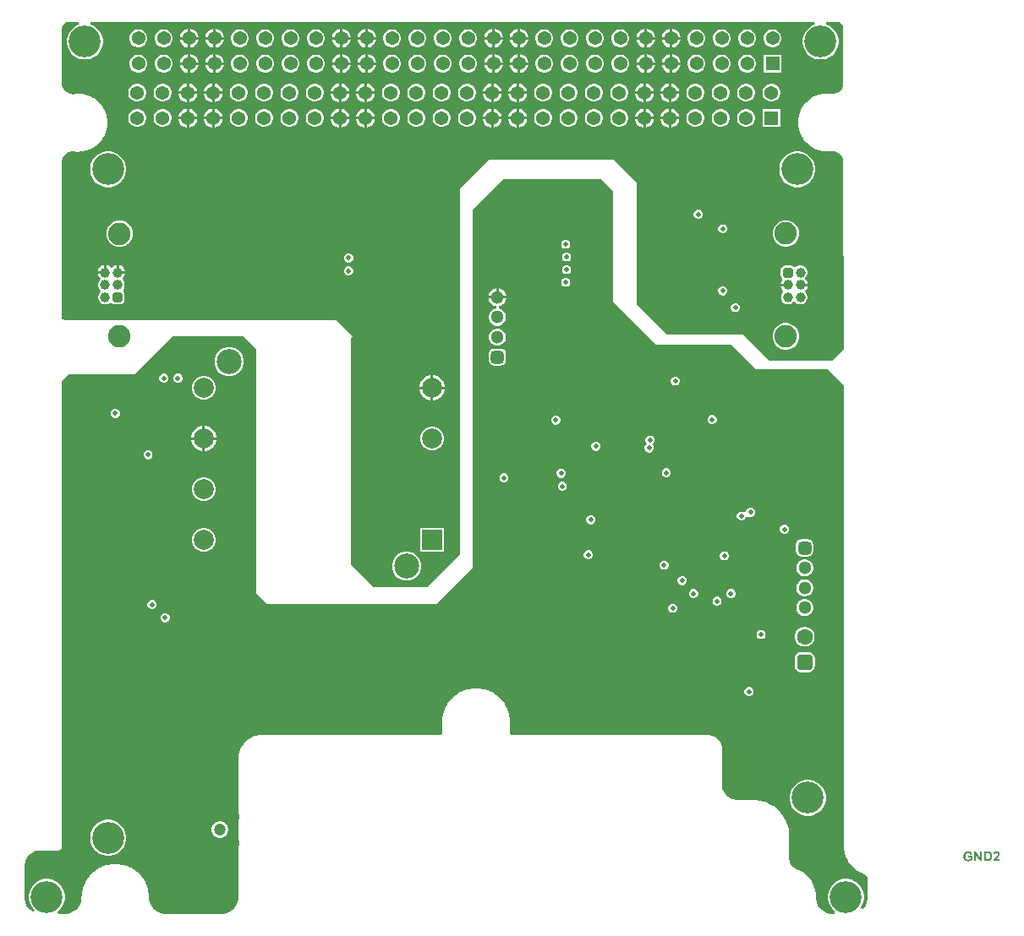
<source format=gbr>
%TF.GenerationSoftware,Altium Limited,Altium Designer,25.8.1 (18)*%
G04 Layer_Physical_Order=3*
G04 Layer_Color=16440176*
%FSLAX45Y45*%
%MOMM*%
%TF.SameCoordinates,E40C52F6-B12D-486C-AAC2-1DB2447C0C70*%
%TF.FilePolarity,Positive*%
%TF.FileFunction,Copper,L3,Inr,Signal*%
%TF.Part,Single*%
G01*
G75*
%TA.AperFunction,ComponentPad*%
%ADD37C,1.30000*%
%ADD38C,1.29500*%
%ADD39C,2.00000*%
G04:AMPARAMS|DCode=40|XSize=1.3mm|YSize=1.3mm|CornerRadius=0.325mm|HoleSize=0mm|Usage=FLASHONLY|Rotation=270.000|XOffset=0mm|YOffset=0mm|HoleType=Round|Shape=RoundedRectangle|*
%AMROUNDEDRECTD40*
21,1,1.30000,0.65000,0,0,270.0*
21,1,0.65000,1.30000,0,0,270.0*
1,1,0.65000,-0.32500,-0.32500*
1,1,0.65000,-0.32500,0.32500*
1,1,0.65000,0.32500,0.32500*
1,1,0.65000,0.32500,-0.32500*
%
%ADD40ROUNDEDRECTD40*%
%ADD41R,2.00000X2.00000*%
%ADD42C,2.50000*%
%ADD43C,2.25000*%
%ADD44C,1.00000*%
G04:AMPARAMS|DCode=45|XSize=1mm|YSize=1mm|CornerRadius=0.25mm|HoleSize=0mm|Usage=FLASHONLY|Rotation=270.000|XOffset=0mm|YOffset=0mm|HoleType=Round|Shape=RoundedRectangle|*
%AMROUNDEDRECTD45*
21,1,1.00000,0.50000,0,0,270.0*
21,1,0.50000,1.00000,0,0,270.0*
1,1,0.50000,-0.25000,-0.25000*
1,1,0.50000,-0.25000,0.25000*
1,1,0.50000,0.25000,0.25000*
1,1,0.50000,0.25000,-0.25000*
%
%ADD45ROUNDEDRECTD45*%
%ADD46C,1.20000*%
G04:AMPARAMS|DCode=47|XSize=1.6mm|YSize=1.6mm|CornerRadius=0.4mm|HoleSize=0mm|Usage=FLASHONLY|Rotation=90.000|XOffset=0mm|YOffset=0mm|HoleType=Round|Shape=RoundedRectangle|*
%AMROUNDEDRECTD47*
21,1,1.60000,0.80000,0,0,90.0*
21,1,0.80000,1.60000,0,0,90.0*
1,1,0.80000,0.40000,0.40000*
1,1,0.80000,0.40000,-0.40000*
1,1,0.80000,-0.40000,-0.40000*
1,1,0.80000,-0.40000,0.40000*
%
%ADD47ROUNDEDRECTD47*%
%ADD48C,1.60000*%
%ADD49C,1.37000*%
%ADD50R,1.37000X1.37000*%
%TA.AperFunction,WasherPad*%
%ADD51C,3.20000*%
%TA.AperFunction,ViaPad*%
%ADD52C,0.50800*%
G36*
X8189776Y8975819D02*
X8200416Y8972538D01*
X8210289Y8967390D01*
X8219069Y8960544D01*
X8226470Y8952224D01*
X8232246Y8942706D01*
X8236209Y8932301D01*
X8238227Y8921351D01*
X8238231Y8915785D01*
X8238643Y8363627D01*
X8238477Y8352277D01*
X8233263Y8329583D01*
X8223406Y8308484D01*
X8209348Y8289923D01*
X8191709Y8274720D01*
X8171276Y8263553D01*
X8148956Y8256918D01*
X8125739Y8255108D01*
X8114201Y8256657D01*
X8113362Y8256605D01*
X8112555Y8256843D01*
X8091227Y8258785D01*
X8088737Y8258521D01*
X8086265Y8258918D01*
X8043501Y8257332D01*
X8040262Y8256563D01*
X8036935Y8256525D01*
X7995059Y8247707D01*
X7991999Y8246399D01*
X7988726Y8245797D01*
X7948954Y8230002D01*
X7946160Y8228194D01*
X7943036Y8227046D01*
X7906520Y8204730D01*
X7904074Y8202474D01*
X7901190Y8200813D01*
X7868991Y8172626D01*
X7866962Y8169987D01*
X7864402Y8167860D01*
X7837452Y8134618D01*
X7835901Y8131673D01*
X7833739Y8129143D01*
X7812820Y8091811D01*
X7811791Y8088646D01*
X7810089Y8085786D01*
X7795808Y8045445D01*
X7795331Y8042152D01*
X7794139Y8039044D01*
X7786909Y7996865D01*
X7786998Y7993537D01*
X7786351Y7990273D01*
X7786383Y7947479D01*
X7787035Y7944216D01*
X7786951Y7940888D01*
X7794244Y7898720D01*
X7795440Y7895614D01*
X7795922Y7892322D01*
X7810264Y7852002D01*
X7811969Y7849144D01*
X7813003Y7845981D01*
X7833977Y7808680D01*
X7836144Y7806152D01*
X7837699Y7803210D01*
X7864699Y7770009D01*
X7867262Y7767886D01*
X7869294Y7765250D01*
X7901536Y7737111D01*
X7904422Y7735454D01*
X7906872Y7733201D01*
X7943420Y7710941D01*
X7946545Y7709798D01*
X7949342Y7707993D01*
X7989138Y7692257D01*
X7992413Y7691660D01*
X7995475Y7690357D01*
X8037363Y7681601D01*
X8040691Y7681568D01*
X8043930Y7680803D01*
X8086697Y7679281D01*
X8089168Y7679682D01*
X8091659Y7679422D01*
X8112984Y7681396D01*
X8113790Y7681635D01*
X8114629Y7681584D01*
X8126166Y7683150D01*
X8149384Y7681375D01*
X8171715Y7674773D01*
X8192164Y7663636D01*
X8209826Y7648460D01*
X8223912Y7629919D01*
X8233799Y7608836D01*
X8239047Y7586148D01*
X8239230Y7574809D01*
X8240630Y5695886D01*
X8125644Y5580900D01*
X7500926D01*
X7234879Y5846947D01*
X6469441D01*
X6170079Y6146309D01*
Y7362717D01*
X5940738Y7592059D01*
X4684866D01*
X4401573Y7308766D01*
Y3640919D01*
X4075615Y3314960D01*
X3529333D01*
X3304400Y3539893D01*
Y5809221D01*
X3323870Y5828690D01*
X3162356Y5990204D01*
X447367D01*
X432394Y5993182D01*
X418290Y5999024D01*
X416345Y6000324D01*
Y7569906D01*
X416345Y7581656D01*
X421315Y7604624D01*
X431031Y7626021D01*
X445053Y7644878D01*
X462746Y7660343D01*
X483309Y7671715D01*
X505814Y7678481D01*
X529240Y7680334D01*
X540884Y7678763D01*
X541723Y7678815D01*
X542529Y7678576D01*
X563856Y7676618D01*
X566346Y7676880D01*
X568818Y7676481D01*
X611583Y7678035D01*
X614822Y7678802D01*
X618150Y7678837D01*
X660032Y7687624D01*
X663094Y7688930D01*
X666367Y7689529D01*
X706151Y7705295D01*
X708946Y7707101D01*
X712071Y7708247D01*
X748603Y7730535D01*
X751052Y7732789D01*
X753936Y7734449D01*
X786157Y7762612D01*
X788187Y7765249D01*
X790748Y7767374D01*
X817724Y7800596D01*
X819277Y7803539D01*
X821441Y7806068D01*
X842388Y7843385D01*
X843419Y7846548D01*
X845123Y7849407D01*
X859434Y7889737D01*
X859914Y7893031D01*
X861108Y7896138D01*
X868369Y7938311D01*
X868283Y7941638D01*
X868932Y7944902D01*
Y7987697D01*
X868283Y7990961D01*
X868369Y7994288D01*
X861108Y8036461D01*
X859914Y8039568D01*
X859434Y8042861D01*
X845123Y8083191D01*
X843419Y8086051D01*
X842388Y8089214D01*
X821441Y8126531D01*
X819277Y8129060D01*
X817724Y8132004D01*
X790749Y8165226D01*
X788187Y8167351D01*
X786157Y8169987D01*
X753937Y8198150D01*
X751051Y8199810D01*
X748603Y8202064D01*
X712071Y8224352D01*
X708946Y8225498D01*
X706151Y8227304D01*
X666367Y8243070D01*
X663093Y8243669D01*
X660032Y8244975D01*
X618150Y8253763D01*
X614822Y8253797D01*
X611584Y8254565D01*
X568818Y8256118D01*
X566347Y8255720D01*
X563857Y8255981D01*
X542530Y8254024D01*
X541724Y8253785D01*
X540885Y8253837D01*
X529240Y8252266D01*
X505814Y8254119D01*
X483310Y8260885D01*
X462747Y8272257D01*
X445053Y8287723D01*
X431031Y8306581D01*
X421316Y8327976D01*
X416345Y8350944D01*
Y8362694D01*
X416345Y8921072D01*
X418695Y8932887D01*
X423305Y8944017D01*
X429998Y8954033D01*
X438516Y8962551D01*
X448532Y8969243D01*
X459662Y8973854D01*
X471476Y8976204D01*
X586077D01*
X591997Y8952783D01*
X559239Y8939214D01*
X529758Y8919516D01*
X504686Y8894444D01*
X484987Y8864962D01*
X471418Y8832205D01*
X464501Y8797429D01*
Y8761972D01*
X471418Y8727196D01*
X484987Y8694439D01*
X504686Y8664957D01*
X529758Y8639885D01*
X559239Y8620187D01*
X591997Y8606618D01*
X626772Y8599701D01*
X662229D01*
X697005Y8606618D01*
X729763Y8620187D01*
X759244Y8639885D01*
X784316Y8664957D01*
X804015Y8694439D01*
X817584Y8727196D01*
X824501Y8761972D01*
Y8797429D01*
X817584Y8832205D01*
X804015Y8864962D01*
X784316Y8894444D01*
X759244Y8919516D01*
X729763Y8939214D01*
X697005Y8952783D01*
X702925Y8976204D01*
X7952077D01*
X7957997Y8952783D01*
X7925239Y8939214D01*
X7895758Y8919516D01*
X7870686Y8894444D01*
X7850987Y8864962D01*
X7837418Y8832205D01*
X7830501Y8797429D01*
Y8761972D01*
X7837418Y8727196D01*
X7850987Y8694439D01*
X7870686Y8664957D01*
X7895758Y8639885D01*
X7925239Y8620187D01*
X7957997Y8606618D01*
X7992773Y8599701D01*
X8028230D01*
X8063005Y8606618D01*
X8095763Y8620187D01*
X8125244Y8639885D01*
X8150316Y8664957D01*
X8170015Y8694439D01*
X8183584Y8727196D01*
X8190501Y8761972D01*
Y8797429D01*
X8183584Y8832205D01*
X8170015Y8864962D01*
X8150316Y8894444D01*
X8125244Y8919516D01*
X8095763Y8939214D01*
X8063005Y8952783D01*
X8068925Y8976204D01*
X8186517D01*
X8189776Y8975819D01*
D02*
G37*
G36*
X5932310Y7278861D02*
Y6169795D01*
X6357585Y5744520D01*
X7114747D01*
X7360023Y5499245D01*
X8078812D01*
X8240897Y5337160D01*
X8244340Y714016D01*
X8244491Y713262D01*
X8244371Y712503D01*
X8245144Y693042D01*
X8245680Y690815D01*
X8245589Y688526D01*
X8251659Y650080D01*
X8252712Y647222D01*
X8253064Y644198D01*
X8265028Y607160D01*
X8266512Y604500D01*
X8267330Y601567D01*
X8284897Y566835D01*
X8286775Y564438D01*
X8288039Y561667D01*
X8310785Y530083D01*
X8313013Y528006D01*
X8314691Y525465D01*
X8342063Y497794D01*
X8344586Y496089D01*
X8346638Y493839D01*
X8377974Y470752D01*
X8380732Y469458D01*
X8383108Y467555D01*
X8417648Y449612D01*
X8419847Y448973D01*
X8421790Y447759D01*
X8440002Y440857D01*
X8440759Y440730D01*
X8441426Y440348D01*
X8450544Y437294D01*
X8466023Y425885D01*
X8477254Y410277D01*
X8483155Y391976D01*
X8483154Y382361D01*
X8483155Y184127D01*
X8476962Y152994D01*
X8464813Y123664D01*
X8447177Y97269D01*
X8433508Y83600D01*
X8427575Y83270D01*
X8413924Y107187D01*
X8423714Y121838D01*
X8437283Y154596D01*
X8444200Y189372D01*
Y224829D01*
X8437283Y259604D01*
X8423714Y292362D01*
X8404015Y321843D01*
X8378943Y346915D01*
X8349462Y366614D01*
X8316704Y380183D01*
X8281928Y387100D01*
X8246471D01*
X8211696Y380183D01*
X8178938Y366614D01*
X8149457Y346915D01*
X8124385Y321843D01*
X8104686Y292362D01*
X8091117Y259604D01*
X8084200Y224829D01*
Y189372D01*
X8091117Y154596D01*
X8104686Y121838D01*
X8124385Y92357D01*
X8149457Y67285D01*
X8155147Y63483D01*
X8147673Y38845D01*
X8108627D01*
X8077493Y45038D01*
X8048164Y57187D01*
X8021770Y74823D01*
X7999323Y97269D01*
X7981686Y123664D01*
X7969538Y152994D01*
X7963345Y184127D01*
Y200000D01*
X7963345Y213225D01*
X7963197Y213968D01*
X7963316Y214715D01*
X7962577Y233960D01*
X7962053Y236152D01*
X7962150Y238404D01*
X7956270Y276443D01*
X7955243Y279259D01*
X7954913Y282237D01*
X7943292Y318932D01*
X7941847Y321557D01*
X7941066Y324451D01*
X7923978Y358940D01*
X7922149Y361314D01*
X7920935Y364054D01*
X7898779Y395530D01*
X7896610Y397596D01*
X7894991Y400119D01*
X7868288Y427841D01*
X7865828Y429552D01*
X7863844Y431798D01*
X7833220Y455116D01*
X7830527Y456432D01*
X7828223Y458348D01*
X7794397Y476716D01*
X7792246Y477384D01*
X7790359Y478617D01*
X7772490Y485805D01*
X7771747Y485945D01*
X7771098Y486335D01*
X7763060Y489216D01*
X7748052Y497365D01*
X7734467Y507710D01*
X7722619Y520010D01*
X7712789Y533975D01*
X7705208Y549277D01*
X7700053Y565556D01*
X7697445Y582434D01*
Y814500D01*
X7697318Y815134D01*
X7697424Y815772D01*
X7696728Y837028D01*
X7696290Y838904D01*
X7696416Y840826D01*
X7690867Y882975D01*
X7690044Y885401D01*
X7689876Y887958D01*
X7678873Y929022D01*
X7677739Y931320D01*
X7677239Y933833D01*
X7660971Y973109D01*
X7659547Y975240D01*
X7658724Y977667D01*
X7637468Y1014483D01*
X7635778Y1016410D01*
X7634644Y1018708D01*
X7608765Y1052435D01*
X7606838Y1054124D01*
X7605415Y1056255D01*
X7575354Y1086315D01*
X7573224Y1087739D01*
X7571534Y1089666D01*
X7537807Y1115545D01*
X7535508Y1116679D01*
X7533582Y1118368D01*
X7496766Y1139624D01*
X7494339Y1140448D01*
X7492208Y1141872D01*
X7452932Y1158140D01*
X7450419Y1158640D01*
X7448121Y1159774D01*
X7407058Y1170777D01*
X7404501Y1170944D01*
X7402074Y1171768D01*
X7359926Y1177317D01*
X7358003Y1177191D01*
X7356127Y1177628D01*
X7334871Y1178324D01*
X7334233Y1178219D01*
X7333599Y1178345D01*
X7183600D01*
X7167726Y1178345D01*
X7136592Y1184538D01*
X7107264Y1196686D01*
X7080869Y1214322D01*
X7058423Y1236769D01*
X7040786Y1263164D01*
X7028637Y1292493D01*
X7022444Y1323626D01*
Y1339499D01*
Y1691238D01*
X7022256Y1692187D01*
X7022398Y1693145D01*
X7021916Y1702947D01*
X7021216Y1705740D01*
Y1708618D01*
X7017392Y1727845D01*
X7015928Y1731379D01*
X7015181Y1735132D01*
X7007680Y1753243D01*
X7005554Y1756424D01*
X7004090Y1759959D01*
X6993199Y1776259D01*
X6990493Y1778964D01*
X6988368Y1782145D01*
X6974506Y1796006D01*
X6971325Y1798132D01*
X6968620Y1800837D01*
X6952320Y1811728D01*
X6948786Y1813192D01*
X6945604Y1815318D01*
X6927493Y1822820D01*
X6923740Y1823566D01*
X6920206Y1825030D01*
X6900980Y1828855D01*
X6898101D01*
X6895307Y1829555D01*
X6885506Y1830036D01*
X6884548Y1829894D01*
X6883599Y1830083D01*
X4920937Y1830083D01*
X4918970Y1831131D01*
X4901048Y1849053D01*
X4900000Y1851020D01*
X4900000Y1961238D01*
X4899849Y1961998D01*
X4899970Y1962763D01*
X4899046Y1986301D01*
X4898507Y1988546D01*
X4898597Y1990853D01*
X4891233Y2037348D01*
X4890171Y2040228D01*
X4889810Y2043276D01*
X4875263Y2088047D01*
X4873763Y2090724D01*
X4872930Y2093679D01*
X4851558Y2135623D01*
X4849658Y2138034D01*
X4848373Y2140820D01*
X4820703Y2178905D01*
X4818449Y2180989D01*
X4816744Y2183540D01*
X4783457Y2216827D01*
X4780905Y2218533D01*
X4778822Y2220786D01*
X4740737Y2248457D01*
X4737950Y2249742D01*
X4735539Y2251642D01*
X4693595Y2273013D01*
X4690641Y2273846D01*
X4687964Y2275346D01*
X4643193Y2289893D01*
X4640145Y2290254D01*
X4637265Y2291316D01*
X4590770Y2298680D01*
X4587703Y2298560D01*
X4584693Y2299159D01*
X4537617D01*
X4534607Y2298560D01*
X4531540Y2298680D01*
X4485044Y2291316D01*
X4482165Y2290254D01*
X4479117Y2289893D01*
X4434346Y2275346D01*
X4431669Y2273846D01*
X4428714Y2273013D01*
X4386770Y2251642D01*
X4384359Y2249741D01*
X4381573Y2248457D01*
X4343488Y2220786D01*
X4341404Y2218533D01*
X4338852Y2216827D01*
X4305565Y2183540D01*
X4303860Y2180989D01*
X4301607Y2178905D01*
X4273936Y2140820D01*
X4272651Y2138033D01*
X4270751Y2135623D01*
X4249380Y2093679D01*
X4248546Y2090724D01*
X4247047Y2088047D01*
X4232500Y2043276D01*
X4232139Y2040228D01*
X4231077Y2037348D01*
X4223712Y1990853D01*
X4223803Y1988545D01*
X4223264Y1986300D01*
X4222340Y1962763D01*
X4222461Y1961998D01*
X4222310Y1961238D01*
Y1850101D01*
X4202293Y1830083D01*
X2417500Y1830083D01*
X2416551Y1829895D01*
X2415593Y1830037D01*
X2395990Y1829073D01*
X2393196Y1828374D01*
X2390318D01*
X2351864Y1820725D01*
X2348330Y1819261D01*
X2344577Y1818514D01*
X2308355Y1803510D01*
X2305174Y1801385D01*
X2301639Y1799921D01*
X2269040Y1778138D01*
X2266334Y1775433D01*
X2263153Y1773307D01*
X2235430Y1745584D01*
X2233305Y1742403D01*
X2230599Y1739698D01*
X2208817Y1707099D01*
X2207352Y1703564D01*
X2205227Y1700382D01*
X2190223Y1664160D01*
X2189477Y1660408D01*
X2188013Y1656873D01*
X2180364Y1618420D01*
Y1615540D01*
X2179664Y1612747D01*
X2178701Y1593144D01*
X2178843Y1592187D01*
X2178655Y1591238D01*
Y200001D01*
X2178654Y184128D01*
X2172461Y152993D01*
X2160313Y123665D01*
X2142677Y97271D01*
X2120229Y74822D01*
X2093835Y57187D01*
X2064506Y45038D01*
X2033373Y38845D01*
X1450000D01*
X1434127Y38845D01*
X1402993Y45038D01*
X1373664Y57187D01*
X1347270Y74822D01*
X1324822Y97270D01*
X1307186Y123665D01*
X1295038Y152993D01*
X1288845Y184128D01*
X1288845Y200000D01*
X1288694Y200760D01*
X1288815Y201526D01*
X1287890Y225063D01*
X1287351Y227308D01*
X1287442Y229615D01*
X1280078Y276111D01*
X1279015Y278991D01*
X1278655Y282038D01*
X1264107Y326810D01*
X1262608Y329487D01*
X1261775Y332441D01*
X1240403Y374385D01*
X1238503Y376795D01*
X1237218Y379583D01*
X1209548Y417667D01*
X1207295Y419750D01*
X1205589Y422303D01*
X1172302Y455590D01*
X1169750Y457295D01*
X1167667Y459549D01*
X1129582Y487219D01*
X1126795Y488504D01*
X1124384Y490404D01*
X1082440Y511775D01*
X1079486Y512609D01*
X1076809Y514108D01*
X1032038Y528655D01*
X1028990Y529016D01*
X1026110Y530078D01*
X979614Y537443D01*
X976548Y537322D01*
X973538Y537921D01*
X926462D01*
X923452Y537322D01*
X920385Y537443D01*
X873890Y530078D01*
X871010Y529016D01*
X867962Y528655D01*
X823191Y514108D01*
X820513Y512608D01*
X817559Y511775D01*
X775615Y490404D01*
X773205Y488504D01*
X770417Y487219D01*
X732333Y459549D01*
X730250Y457296D01*
X727698Y455590D01*
X694410Y422303D01*
X692705Y419751D01*
X690452Y417667D01*
X662781Y379583D01*
X661497Y376796D01*
X659596Y374385D01*
X638225Y332441D01*
X637392Y329487D01*
X635892Y326809D01*
X621345Y282038D01*
X620984Y278991D01*
X619922Y276111D01*
X612558Y229615D01*
X612648Y227308D01*
X612109Y225063D01*
X611185Y201525D01*
X611306Y200761D01*
X611155Y200001D01*
X611154Y184128D01*
X604962Y152994D01*
X592813Y123665D01*
X575177Y97270D01*
X552729Y74822D01*
X526336Y57187D01*
X497006Y45038D01*
X465873Y38845D01*
X379879D01*
X372405Y63483D01*
X378244Y67385D01*
X403316Y92457D01*
X423015Y121938D01*
X436584Y154696D01*
X443501Y189472D01*
Y224928D01*
X436584Y259704D01*
X423015Y292462D01*
X403316Y321943D01*
X378244Y347015D01*
X348763Y366714D01*
X316005Y380283D01*
X281230Y387200D01*
X245773D01*
X210997Y380283D01*
X178239Y366714D01*
X148758Y347015D01*
X123686Y321943D01*
X103987Y292462D01*
X90418Y259704D01*
X83501Y224928D01*
Y189472D01*
X90418Y154696D01*
X103987Y121938D01*
X123686Y92457D01*
X138386Y77757D01*
X124430Y56870D01*
X123664Y57187D01*
X97269Y74823D01*
X74823Y97269D01*
X57187Y123664D01*
X45038Y152994D01*
X38845Y184127D01*
Y200000D01*
Y513462D01*
Y529351D01*
X45051Y560517D01*
X57225Y589872D01*
X74896Y616284D01*
X97386Y638736D01*
X123827Y656363D01*
X153202Y668488D01*
X184379Y674642D01*
X200269Y674615D01*
X377434Y674320D01*
X377466Y674327D01*
X377499Y674320D01*
X384904Y675793D01*
X392305Y677253D01*
X392332Y677271D01*
X392364Y677277D01*
X398629Y681463D01*
X404921Y685652D01*
X404940Y685680D01*
X404967Y685698D01*
X409167Y691984D01*
X413363Y698241D01*
X413370Y698273D01*
X413388Y698301D01*
X414862Y705710D01*
X416345Y713102D01*
X416339Y713134D01*
X416345Y713167D01*
Y5378646D01*
X479500Y5441800D01*
X1141800D01*
X1525204Y5825204D01*
X2227987D01*
X2357308Y5695883D01*
Y3255192D01*
X2471957Y3140543D01*
X4159833D01*
X4526651Y3507361D01*
Y7094682D01*
X4832601Y7400632D01*
X5810539D01*
X5932310Y7278861D01*
D02*
G37*
G36*
X9490541Y664341D02*
X9492126Y664236D01*
X9493922Y664024D01*
X9495824Y663813D01*
X9497937Y663496D01*
X9500156Y663073D01*
X9502481Y662545D01*
X9504805Y662017D01*
X9507235Y661277D01*
X9509560Y660326D01*
X9511779Y659375D01*
X9513892Y658213D01*
X9515900Y656839D01*
X9516006Y656734D01*
X9516323Y656522D01*
X9516851Y656100D01*
X9517591Y655466D01*
X9518330Y654620D01*
X9519281Y653775D01*
X9520338Y652613D01*
X9521394Y651345D01*
X9522557Y649971D01*
X9523613Y648386D01*
X9524776Y646590D01*
X9525832Y644793D01*
X9526783Y642786D01*
X9527734Y640567D01*
X9528474Y638242D01*
X9529108Y635812D01*
X9509560Y632114D01*
Y632219D01*
X9509454Y632431D01*
X9509349Y632853D01*
X9509137Y633276D01*
X9508926Y633910D01*
X9508609Y634650D01*
X9507764Y636235D01*
X9506707Y638031D01*
X9505334Y639933D01*
X9503749Y641729D01*
X9501741Y643420D01*
X9501635D01*
X9501530Y643631D01*
X9501213Y643843D01*
X9500684Y644054D01*
X9500156Y644371D01*
X9499522Y644793D01*
X9498677Y645110D01*
X9497831Y645533D01*
X9495824Y646273D01*
X9493394Y647012D01*
X9490646Y647435D01*
X9487582Y647646D01*
X9486314D01*
X9485469Y647541D01*
X9484412Y647435D01*
X9483144Y647224D01*
X9481665Y646907D01*
X9480186Y646590D01*
X9478601Y646167D01*
X9476910Y645639D01*
X9475219Y645005D01*
X9473529Y644159D01*
X9471838Y643209D01*
X9470147Y642152D01*
X9468562Y640884D01*
X9467083Y639405D01*
X9466978Y639299D01*
X9466766Y638982D01*
X9466344Y638559D01*
X9465921Y637820D01*
X9465287Y636974D01*
X9464653Y635918D01*
X9464019Y634755D01*
X9463279Y633276D01*
X9462540Y631691D01*
X9461906Y629895D01*
X9461272Y627887D01*
X9460638Y625668D01*
X9460215Y623344D01*
X9459792Y620808D01*
X9459581Y618060D01*
X9459475Y615102D01*
Y614891D01*
Y614362D01*
X9459581Y613411D01*
Y612249D01*
X9459687Y610770D01*
X9459898Y609185D01*
X9460109Y607283D01*
X9460426Y605275D01*
X9460849Y603268D01*
X9461377Y601049D01*
X9462011Y598935D01*
X9462751Y596716D01*
X9463596Y594603D01*
X9464653Y592595D01*
X9465815Y590694D01*
X9467189Y589003D01*
X9467295Y588897D01*
X9467506Y588686D01*
X9468034Y588158D01*
X9468562Y587629D01*
X9469408Y586995D01*
X9470253Y586256D01*
X9471415Y585516D01*
X9472578Y584671D01*
X9473951Y583825D01*
X9475536Y583086D01*
X9477121Y582346D01*
X9478918Y581712D01*
X9480925Y581184D01*
X9482933Y580761D01*
X9485046Y580444D01*
X9487371Y580338D01*
X9488427D01*
X9488956Y580444D01*
X9489695D01*
X9491280Y580655D01*
X9493182Y580972D01*
X9495190Y581395D01*
X9497409Y581923D01*
X9499733Y582769D01*
X9499839D01*
X9500050Y582874D01*
X9500367Y582980D01*
X9500790Y583191D01*
X9501952Y583720D01*
X9503432Y584459D01*
X9505122Y585305D01*
X9506919Y586256D01*
X9508715Y587312D01*
X9510511Y588580D01*
Y601049D01*
X9488005D01*
Y617532D01*
X9530376D01*
Y578542D01*
X9530270Y578436D01*
X9530059Y578331D01*
X9529742Y578014D01*
X9529214Y577591D01*
X9528580Y577063D01*
X9527840Y576429D01*
X9526889Y575795D01*
X9525832Y575055D01*
X9524564Y574210D01*
X9523296Y573365D01*
X9521817Y572519D01*
X9520127Y571674D01*
X9518436Y570723D01*
X9516534Y569878D01*
X9514526Y568927D01*
X9512413Y568081D01*
X9512307D01*
X9511885Y567870D01*
X9511251Y567659D01*
X9510405Y567342D01*
X9509349Y567025D01*
X9508081Y566602D01*
X9506602Y566285D01*
X9505017Y565862D01*
X9503326Y565440D01*
X9501424Y565017D01*
X9499522Y564595D01*
X9497409Y564278D01*
X9493077Y563749D01*
X9490858Y563644D01*
X9488639Y563538D01*
X9487159D01*
X9486103Y563644D01*
X9484729Y563749D01*
X9483144Y563855D01*
X9481453Y564066D01*
X9479552Y564383D01*
X9477544Y564700D01*
X9475431Y565123D01*
X9473212Y565651D01*
X9470887Y566179D01*
X9468562Y566919D01*
X9466344Y567764D01*
X9464125Y568715D01*
X9461906Y569878D01*
X9461800Y569983D01*
X9461377Y570195D01*
X9460849Y570512D01*
X9460004Y571040D01*
X9459158Y571780D01*
X9457996Y572519D01*
X9456834Y573470D01*
X9455566Y574633D01*
X9454192Y575795D01*
X9452819Y577169D01*
X9451339Y578753D01*
X9449966Y580338D01*
X9448592Y582135D01*
X9447218Y584037D01*
X9446056Y586044D01*
X9444894Y588263D01*
X9444788Y588369D01*
X9444682Y588792D01*
X9444365Y589426D01*
X9444048Y590377D01*
X9443626Y591433D01*
X9443097Y592807D01*
X9442569Y594286D01*
X9442041Y595977D01*
X9441512Y597879D01*
X9440984Y599886D01*
X9440562Y602000D01*
X9440033Y604219D01*
X9439716Y606649D01*
X9439399Y609079D01*
X9439294Y611615D01*
X9439188Y614257D01*
Y614468D01*
Y614891D01*
Y615736D01*
X9439294Y616793D01*
X9439399Y618166D01*
X9439505Y619751D01*
X9439716Y621442D01*
X9440033Y623344D01*
X9440350Y625351D01*
X9440773Y627570D01*
X9441301Y629789D01*
X9441829Y632114D01*
X9442569Y634438D01*
X9443414Y636763D01*
X9444365Y639088D01*
X9445528Y641307D01*
X9445633Y641412D01*
X9445845Y641835D01*
X9446162Y642469D01*
X9446690Y643314D01*
X9447430Y644265D01*
X9448169Y645427D01*
X9449120Y646695D01*
X9450283Y648069D01*
X9451445Y649548D01*
X9452924Y651028D01*
X9454403Y652507D01*
X9456094Y654092D01*
X9457890Y655571D01*
X9459898Y656945D01*
X9462011Y658318D01*
X9464230Y659586D01*
X9464336Y659692D01*
X9464653Y659798D01*
X9465181Y660009D01*
X9465921Y660326D01*
X9466872Y660749D01*
X9467928Y661171D01*
X9469196Y661594D01*
X9470676Y662017D01*
X9472261Y662439D01*
X9474057Y662862D01*
X9475959Y663285D01*
X9478072Y663707D01*
X9480291Y664024D01*
X9482616Y664236D01*
X9485046Y664447D01*
X9489378D01*
X9490541Y664341D01*
D02*
G37*
G36*
X9626107Y565334D02*
X9606454D01*
X9566936Y629367D01*
Y565334D01*
X9548761D01*
Y662862D01*
X9567781D01*
X9607933Y597350D01*
Y662862D01*
X9626107D01*
Y565334D01*
D02*
G37*
G36*
X9775728Y663073D02*
X9776890Y662968D01*
X9778264Y662756D01*
X9779849Y662545D01*
X9781539Y662228D01*
X9783336Y661805D01*
X9785132Y661277D01*
X9787034Y660643D01*
X9788936Y659903D01*
X9790732Y658952D01*
X9792528Y657896D01*
X9794325Y656734D01*
X9795910Y655360D01*
X9796015Y655254D01*
X9796227Y655043D01*
X9796649Y654515D01*
X9797178Y653986D01*
X9797811Y653247D01*
X9798551Y652296D01*
X9799291Y651239D01*
X9800136Y649971D01*
X9800876Y648703D01*
X9801615Y647224D01*
X9802355Y645639D01*
X9802989Y643948D01*
X9803517Y642046D01*
X9803940Y640144D01*
X9804151Y638137D01*
X9804257Y636023D01*
Y635918D01*
Y635706D01*
Y635389D01*
Y634861D01*
X9804151Y634333D01*
Y633593D01*
X9803940Y632008D01*
X9803623Y630001D01*
X9803200Y627887D01*
X9802672Y625668D01*
X9801827Y623449D01*
Y623344D01*
X9801721Y623238D01*
X9801615Y622815D01*
X9801404Y622393D01*
X9801087Y621864D01*
X9800770Y621230D01*
X9800030Y619645D01*
X9798974Y617849D01*
X9797706Y615736D01*
X9796121Y613411D01*
X9794325Y610981D01*
X9794113Y610770D01*
X9793691Y610136D01*
X9792740Y609185D01*
X9791577Y607811D01*
X9790732Y606966D01*
X9789887Y606015D01*
X9788830Y605064D01*
X9787773Y603902D01*
X9786505Y602739D01*
X9785132Y601366D01*
X9783653Y599992D01*
X9782068Y598513D01*
X9781962Y598407D01*
X9781645Y598196D01*
X9781222Y597773D01*
X9780694Y597245D01*
X9779954Y596611D01*
X9779109Y595871D01*
X9777313Y594180D01*
X9775411Y592384D01*
X9773614Y590588D01*
X9772769Y589743D01*
X9772029Y589003D01*
X9771395Y588263D01*
X9770867Y587735D01*
X9770762Y587629D01*
X9770445Y587312D01*
X9770022Y586784D01*
X9769494Y586150D01*
X9768965Y585305D01*
X9768331Y584459D01*
X9767063Y582663D01*
X9804257D01*
Y565334D01*
X9738745D01*
Y565440D01*
X9738851Y565757D01*
Y566285D01*
X9738957Y567025D01*
X9739168Y567870D01*
X9739379Y568927D01*
X9739591Y570089D01*
X9739908Y571357D01*
X9740753Y574210D01*
X9741915Y577380D01*
X9743289Y580655D01*
X9745085Y583931D01*
X9745191Y584037D01*
X9745296Y584354D01*
X9745719Y584882D01*
X9746142Y585516D01*
X9746776Y586361D01*
X9747621Y587524D01*
X9748572Y588686D01*
X9749734Y590165D01*
X9751002Y591750D01*
X9752587Y593441D01*
X9754278Y595448D01*
X9756180Y597456D01*
X9758293Y599675D01*
X9760723Y602105D01*
X9763259Y604641D01*
X9766112Y607283D01*
X9766218Y607388D01*
X9766641Y607811D01*
X9767275Y608445D01*
X9768120Y609185D01*
X9769177Y610136D01*
X9770233Y611192D01*
X9771501Y612460D01*
X9772769Y613728D01*
X9775516Y616370D01*
X9778052Y619011D01*
X9779109Y620174D01*
X9780166Y621336D01*
X9781011Y622393D01*
X9781645Y623238D01*
Y623344D01*
X9781856Y623449D01*
X9781962Y623766D01*
X9782279Y624189D01*
X9782913Y625351D01*
X9783653Y626831D01*
X9784287Y628521D01*
X9784920Y630423D01*
X9785343Y632536D01*
X9785554Y634650D01*
Y634755D01*
Y634967D01*
Y635284D01*
Y635706D01*
X9785343Y636763D01*
X9785132Y638242D01*
X9784709Y639722D01*
X9784181Y641307D01*
X9783336Y642892D01*
X9782173Y644265D01*
X9782068Y644371D01*
X9781539Y644793D01*
X9780800Y645322D01*
X9779743Y645956D01*
X9778369Y646590D01*
X9776784Y647118D01*
X9774988Y647541D01*
X9772875Y647646D01*
X9771924D01*
X9770867Y647435D01*
X9769494Y647224D01*
X9768014Y646801D01*
X9766429Y646167D01*
X9764844Y645216D01*
X9763471Y644054D01*
X9763365Y643843D01*
X9762942Y643420D01*
X9762414Y642575D01*
X9761674Y641307D01*
X9761040Y639722D01*
X9760406Y637714D01*
X9759878Y635284D01*
X9759667Y633910D01*
X9759561Y632431D01*
X9740964Y634227D01*
Y634438D01*
X9741070Y634861D01*
X9741176Y635706D01*
X9741387Y636763D01*
X9741598Y638031D01*
X9741915Y639510D01*
X9742338Y641095D01*
X9742866Y642786D01*
X9743500Y644582D01*
X9744240Y646378D01*
X9745085Y648280D01*
X9746036Y650077D01*
X9747093Y651873D01*
X9748361Y653564D01*
X9749734Y655043D01*
X9751319Y656417D01*
X9751425Y656522D01*
X9751742Y656734D01*
X9752270Y657051D01*
X9752904Y657473D01*
X9753750Y658001D01*
X9754806Y658530D01*
X9755969Y659164D01*
X9757342Y659798D01*
X9758927Y660432D01*
X9760512Y661066D01*
X9762308Y661594D01*
X9764316Y662122D01*
X9766324Y662545D01*
X9768543Y662862D01*
X9770867Y663073D01*
X9773297Y663179D01*
X9774671D01*
X9775728Y663073D01*
D02*
G37*
G36*
X9685913Y662756D02*
X9688344D01*
X9689717Y662651D01*
X9692676Y662439D01*
X9695740Y662017D01*
X9698699Y661594D01*
X9700072Y661277D01*
X9701340Y660960D01*
X9701446D01*
X9701763Y660854D01*
X9702186Y660643D01*
X9702820Y660432D01*
X9703559Y660220D01*
X9704405Y659798D01*
X9706412Y658847D01*
X9708737Y657684D01*
X9711167Y656100D01*
X9713597Y654198D01*
X9716028Y651979D01*
X9716133Y651873D01*
X9716345Y651662D01*
X9716662Y651345D01*
X9717084Y650816D01*
X9717507Y650182D01*
X9718141Y649443D01*
X9718775Y648597D01*
X9719514Y647541D01*
X9720254Y646484D01*
X9720994Y645322D01*
X9722579Y642575D01*
X9724058Y639510D01*
X9725326Y636129D01*
Y636023D01*
X9725432Y635706D01*
X9725643Y635178D01*
X9725854Y634438D01*
X9726066Y633593D01*
X9726383Y632431D01*
X9726700Y631163D01*
X9727017Y629789D01*
X9727228Y628204D01*
X9727545Y626408D01*
X9727862Y624506D01*
X9728073Y622498D01*
X9728285Y620279D01*
X9728496Y618060D01*
X9728602Y615630D01*
Y613094D01*
Y612989D01*
Y612566D01*
Y611932D01*
Y611087D01*
X9728496Y610030D01*
Y608868D01*
X9728390Y607494D01*
X9728179Y606015D01*
X9727862Y602739D01*
X9727334Y599252D01*
X9726594Y595765D01*
X9725537Y592384D01*
Y592278D01*
X9725326Y591961D01*
X9725115Y591327D01*
X9724903Y590588D01*
X9724481Y589743D01*
X9724058Y588686D01*
X9723530Y587524D01*
X9722896Y586256D01*
X9721416Y583508D01*
X9719620Y580655D01*
X9717507Y577803D01*
X9715077Y575161D01*
X9714971Y575055D01*
X9714865Y574950D01*
X9714548Y574633D01*
X9714126Y574316D01*
X9713597Y573893D01*
X9713069Y573365D01*
X9712329Y572836D01*
X9711484Y572308D01*
X9709476Y571040D01*
X9707152Y569772D01*
X9704405Y568504D01*
X9701340Y567342D01*
X9701235D01*
X9701023Y567236D01*
X9700706Y567130D01*
X9700178Y567025D01*
X9699544Y566919D01*
X9698699Y566708D01*
X9697748Y566496D01*
X9696691Y566391D01*
X9695529Y566179D01*
X9694261Y565968D01*
X9692781Y565757D01*
X9691197Y565651D01*
X9689612Y565545D01*
X9687815Y565440D01*
X9685913Y565334D01*
X9646923D01*
Y662862D01*
X9684857D01*
X9685913Y662756D01*
D02*
G37*
%LPC*%
G36*
X6527101Y8907410D02*
Y8826300D01*
X6608210D01*
X6601902Y8849844D01*
X6589540Y8871256D01*
X6572057Y8888739D01*
X6550645Y8901101D01*
X6527101Y8907410D01*
D02*
G37*
G36*
X6501701D02*
X6478157Y8901101D01*
X6456745Y8888739D01*
X6439262Y8871256D01*
X6426900Y8849844D01*
X6420591Y8826300D01*
X6501701D01*
Y8907410D01*
D02*
G37*
G36*
X6273101D02*
Y8826300D01*
X6354210D01*
X6347902Y8849844D01*
X6335540Y8871256D01*
X6318057Y8888739D01*
X6296645Y8901101D01*
X6273101Y8907410D01*
D02*
G37*
G36*
X6247701D02*
X6224157Y8901101D01*
X6202745Y8888739D01*
X6185262Y8871256D01*
X6172900Y8849844D01*
X6166591Y8826300D01*
X6247701D01*
Y8907410D01*
D02*
G37*
G36*
X5003101D02*
Y8826300D01*
X5084210D01*
X5077902Y8849844D01*
X5065540Y8871256D01*
X5048057Y8888739D01*
X5026645Y8901101D01*
X5003101Y8907410D01*
D02*
G37*
G36*
X4977701D02*
X4954157Y8901101D01*
X4932745Y8888739D01*
X4915262Y8871256D01*
X4902900Y8849844D01*
X4896591Y8826300D01*
X4977701D01*
Y8907410D01*
D02*
G37*
G36*
X4749101D02*
Y8826300D01*
X4830210D01*
X4823902Y8849844D01*
X4811540Y8871256D01*
X4794057Y8888739D01*
X4772645Y8901101D01*
X4749101Y8907410D01*
D02*
G37*
G36*
X4723701D02*
X4700157Y8901101D01*
X4678745Y8888739D01*
X4661262Y8871256D01*
X4648900Y8849844D01*
X4642591Y8826300D01*
X4723701D01*
Y8907410D01*
D02*
G37*
G36*
X3479101D02*
Y8826300D01*
X3560210D01*
X3553902Y8849844D01*
X3541540Y8871256D01*
X3524057Y8888739D01*
X3502645Y8901101D01*
X3479101Y8907410D01*
D02*
G37*
G36*
X3453701D02*
X3430157Y8901101D01*
X3408745Y8888739D01*
X3391262Y8871256D01*
X3378900Y8849844D01*
X3372591Y8826300D01*
X3453701D01*
Y8907410D01*
D02*
G37*
G36*
X3225101D02*
Y8826300D01*
X3306210D01*
X3299902Y8849844D01*
X3287540Y8871256D01*
X3270057Y8888739D01*
X3248645Y8901101D01*
X3225101Y8907410D01*
D02*
G37*
G36*
X3199701D02*
X3176157Y8901101D01*
X3154745Y8888739D01*
X3137262Y8871256D01*
X3124900Y8849844D01*
X3118591Y8826300D01*
X3199701D01*
Y8907410D01*
D02*
G37*
G36*
X1955101D02*
Y8826300D01*
X2036210D01*
X2029902Y8849844D01*
X2017540Y8871256D01*
X2000057Y8888739D01*
X1978645Y8901101D01*
X1955101Y8907410D01*
D02*
G37*
G36*
X1929701D02*
X1906157Y8901101D01*
X1884745Y8888739D01*
X1867262Y8871256D01*
X1854900Y8849844D01*
X1848591Y8826300D01*
X1929701D01*
Y8907410D01*
D02*
G37*
G36*
X1701101D02*
Y8826300D01*
X1782210D01*
X1775902Y8849844D01*
X1763540Y8871256D01*
X1746057Y8888739D01*
X1724645Y8901101D01*
X1701101Y8907410D01*
D02*
G37*
G36*
X1675701D02*
X1652157Y8901101D01*
X1630745Y8888739D01*
X1613262Y8871256D01*
X1600900Y8849844D01*
X1594591Y8826300D01*
X1675701D01*
Y8907410D01*
D02*
G37*
G36*
X7542052Y8902100D02*
X7518750D01*
X7496241Y8896069D01*
X7476060Y8884418D01*
X7459583Y8867940D01*
X7447932Y8847760D01*
X7441901Y8825251D01*
Y8801949D01*
X7447932Y8779440D01*
X7459583Y8759260D01*
X7476060Y8742782D01*
X7496241Y8731131D01*
X7518750Y8725100D01*
X7542052D01*
X7564560Y8731131D01*
X7584741Y8742782D01*
X7601218Y8759260D01*
X7612870Y8779440D01*
X7618901Y8801949D01*
Y8825251D01*
X7612870Y8847760D01*
X7601218Y8867940D01*
X7584741Y8884418D01*
X7564560Y8896069D01*
X7542052Y8902100D01*
D02*
G37*
G36*
X7288052D02*
X7264750D01*
X7242241Y8896069D01*
X7222060Y8884418D01*
X7205583Y8867940D01*
X7193932Y8847760D01*
X7187901Y8825251D01*
Y8801949D01*
X7193932Y8779440D01*
X7205583Y8759260D01*
X7222060Y8742782D01*
X7242241Y8731131D01*
X7264750Y8725100D01*
X7288052D01*
X7310560Y8731131D01*
X7330741Y8742782D01*
X7347218Y8759260D01*
X7358870Y8779440D01*
X7364901Y8801949D01*
Y8825251D01*
X7358870Y8847760D01*
X7347218Y8867940D01*
X7330741Y8884418D01*
X7310560Y8896069D01*
X7288052Y8902100D01*
D02*
G37*
G36*
X7034052D02*
X7010750D01*
X6988241Y8896069D01*
X6968060Y8884418D01*
X6951583Y8867940D01*
X6939932Y8847760D01*
X6933901Y8825251D01*
Y8801949D01*
X6939932Y8779440D01*
X6951583Y8759260D01*
X6968060Y8742782D01*
X6988241Y8731131D01*
X7010750Y8725100D01*
X7034052D01*
X7056560Y8731131D01*
X7076741Y8742782D01*
X7093218Y8759260D01*
X7104870Y8779440D01*
X7110901Y8801949D01*
Y8825251D01*
X7104870Y8847760D01*
X7093218Y8867940D01*
X7076741Y8884418D01*
X7056560Y8896069D01*
X7034052Y8902100D01*
D02*
G37*
G36*
X6780052D02*
X6756750D01*
X6734241Y8896069D01*
X6714060Y8884418D01*
X6697583Y8867940D01*
X6685932Y8847760D01*
X6679901Y8825251D01*
Y8801949D01*
X6685932Y8779440D01*
X6697583Y8759260D01*
X6714060Y8742782D01*
X6734241Y8731131D01*
X6756750Y8725100D01*
X6780052D01*
X6802560Y8731131D01*
X6822741Y8742782D01*
X6839218Y8759260D01*
X6850870Y8779440D01*
X6856901Y8801949D01*
Y8825251D01*
X6850870Y8847760D01*
X6839218Y8867940D01*
X6822741Y8884418D01*
X6802560Y8896069D01*
X6780052Y8902100D01*
D02*
G37*
G36*
X6018052D02*
X5994750D01*
X5972241Y8896069D01*
X5952060Y8884418D01*
X5935583Y8867940D01*
X5923932Y8847760D01*
X5917901Y8825251D01*
Y8801949D01*
X5923932Y8779440D01*
X5935583Y8759260D01*
X5952060Y8742782D01*
X5972241Y8731131D01*
X5994750Y8725100D01*
X6018052D01*
X6040560Y8731131D01*
X6060741Y8742782D01*
X6077218Y8759260D01*
X6088870Y8779440D01*
X6094901Y8801949D01*
Y8825251D01*
X6088870Y8847760D01*
X6077218Y8867940D01*
X6060741Y8884418D01*
X6040560Y8896069D01*
X6018052Y8902100D01*
D02*
G37*
G36*
X5764052D02*
X5740750D01*
X5718241Y8896069D01*
X5698060Y8884418D01*
X5681583Y8867940D01*
X5669932Y8847760D01*
X5663901Y8825251D01*
Y8801949D01*
X5669932Y8779440D01*
X5681583Y8759260D01*
X5698060Y8742782D01*
X5718241Y8731131D01*
X5740750Y8725100D01*
X5764052D01*
X5786560Y8731131D01*
X5806741Y8742782D01*
X5823218Y8759260D01*
X5834870Y8779440D01*
X5840901Y8801949D01*
Y8825251D01*
X5834870Y8847760D01*
X5823218Y8867940D01*
X5806741Y8884418D01*
X5786560Y8896069D01*
X5764052Y8902100D01*
D02*
G37*
G36*
X5510052D02*
X5486750D01*
X5464241Y8896069D01*
X5444060Y8884418D01*
X5427583Y8867940D01*
X5415932Y8847760D01*
X5409901Y8825251D01*
Y8801949D01*
X5415932Y8779440D01*
X5427583Y8759260D01*
X5444060Y8742782D01*
X5464241Y8731131D01*
X5486750Y8725100D01*
X5510052D01*
X5532560Y8731131D01*
X5552741Y8742782D01*
X5569218Y8759260D01*
X5580870Y8779440D01*
X5586901Y8801949D01*
Y8825251D01*
X5580870Y8847760D01*
X5569218Y8867940D01*
X5552741Y8884418D01*
X5532560Y8896069D01*
X5510052Y8902100D01*
D02*
G37*
G36*
X5256052D02*
X5232750D01*
X5210241Y8896069D01*
X5190060Y8884418D01*
X5173583Y8867940D01*
X5161932Y8847760D01*
X5155901Y8825251D01*
Y8801949D01*
X5161932Y8779440D01*
X5173583Y8759260D01*
X5190060Y8742782D01*
X5210241Y8731131D01*
X5232750Y8725100D01*
X5256052D01*
X5278560Y8731131D01*
X5298741Y8742782D01*
X5315218Y8759260D01*
X5326870Y8779440D01*
X5332901Y8801949D01*
Y8825251D01*
X5326870Y8847760D01*
X5315218Y8867940D01*
X5298741Y8884418D01*
X5278560Y8896069D01*
X5256052Y8902100D01*
D02*
G37*
G36*
X4494052D02*
X4470750D01*
X4448241Y8896069D01*
X4428060Y8884418D01*
X4411583Y8867940D01*
X4399932Y8847760D01*
X4393901Y8825251D01*
Y8801949D01*
X4399932Y8779440D01*
X4411583Y8759260D01*
X4428060Y8742782D01*
X4448241Y8731131D01*
X4470750Y8725100D01*
X4494052D01*
X4516560Y8731131D01*
X4536741Y8742782D01*
X4553218Y8759260D01*
X4564870Y8779440D01*
X4570901Y8801949D01*
Y8825251D01*
X4564870Y8847760D01*
X4553218Y8867940D01*
X4536741Y8884418D01*
X4516560Y8896069D01*
X4494052Y8902100D01*
D02*
G37*
G36*
X4240052D02*
X4216750D01*
X4194241Y8896069D01*
X4174060Y8884418D01*
X4157583Y8867940D01*
X4145932Y8847760D01*
X4139901Y8825251D01*
Y8801949D01*
X4145932Y8779440D01*
X4157583Y8759260D01*
X4174060Y8742782D01*
X4194241Y8731131D01*
X4216750Y8725100D01*
X4240052D01*
X4262560Y8731131D01*
X4282741Y8742782D01*
X4299218Y8759260D01*
X4310870Y8779440D01*
X4316901Y8801949D01*
Y8825251D01*
X4310870Y8847760D01*
X4299218Y8867940D01*
X4282741Y8884418D01*
X4262560Y8896069D01*
X4240052Y8902100D01*
D02*
G37*
G36*
X3986052D02*
X3962750D01*
X3940241Y8896069D01*
X3920060Y8884418D01*
X3903583Y8867940D01*
X3891932Y8847760D01*
X3885901Y8825251D01*
Y8801949D01*
X3891932Y8779440D01*
X3903583Y8759260D01*
X3920060Y8742782D01*
X3940241Y8731131D01*
X3962750Y8725100D01*
X3986052D01*
X4008560Y8731131D01*
X4028741Y8742782D01*
X4045218Y8759260D01*
X4056870Y8779440D01*
X4062901Y8801949D01*
Y8825251D01*
X4056870Y8847760D01*
X4045218Y8867940D01*
X4028741Y8884418D01*
X4008560Y8896069D01*
X3986052Y8902100D01*
D02*
G37*
G36*
X3732052D02*
X3708750D01*
X3686241Y8896069D01*
X3666060Y8884418D01*
X3649583Y8867940D01*
X3637932Y8847760D01*
X3631901Y8825251D01*
Y8801949D01*
X3637932Y8779440D01*
X3649583Y8759260D01*
X3666060Y8742782D01*
X3686241Y8731131D01*
X3708750Y8725100D01*
X3732052D01*
X3754560Y8731131D01*
X3774741Y8742782D01*
X3791218Y8759260D01*
X3802870Y8779440D01*
X3808901Y8801949D01*
Y8825251D01*
X3802870Y8847760D01*
X3791218Y8867940D01*
X3774741Y8884418D01*
X3754560Y8896069D01*
X3732052Y8902100D01*
D02*
G37*
G36*
X2970052D02*
X2946750D01*
X2924241Y8896069D01*
X2904060Y8884418D01*
X2887583Y8867940D01*
X2875932Y8847760D01*
X2869901Y8825251D01*
Y8801949D01*
X2875932Y8779440D01*
X2887583Y8759260D01*
X2904060Y8742782D01*
X2924241Y8731131D01*
X2946750Y8725100D01*
X2970052D01*
X2992560Y8731131D01*
X3012741Y8742782D01*
X3029218Y8759260D01*
X3040870Y8779440D01*
X3046901Y8801949D01*
Y8825251D01*
X3040870Y8847760D01*
X3029218Y8867940D01*
X3012741Y8884418D01*
X2992560Y8896069D01*
X2970052Y8902100D01*
D02*
G37*
G36*
X2716052D02*
X2692750D01*
X2670241Y8896069D01*
X2650060Y8884418D01*
X2633583Y8867940D01*
X2621932Y8847760D01*
X2615901Y8825251D01*
Y8801949D01*
X2621932Y8779440D01*
X2633583Y8759260D01*
X2650060Y8742782D01*
X2670241Y8731131D01*
X2692750Y8725100D01*
X2716052D01*
X2738560Y8731131D01*
X2758741Y8742782D01*
X2775218Y8759260D01*
X2786870Y8779440D01*
X2792901Y8801949D01*
Y8825251D01*
X2786870Y8847760D01*
X2775218Y8867940D01*
X2758741Y8884418D01*
X2738560Y8896069D01*
X2716052Y8902100D01*
D02*
G37*
G36*
X2462052D02*
X2438750D01*
X2416241Y8896069D01*
X2396060Y8884418D01*
X2379583Y8867940D01*
X2367932Y8847760D01*
X2361901Y8825251D01*
Y8801949D01*
X2367932Y8779440D01*
X2379583Y8759260D01*
X2396060Y8742782D01*
X2416241Y8731131D01*
X2438750Y8725100D01*
X2462052D01*
X2484560Y8731131D01*
X2504741Y8742782D01*
X2521218Y8759260D01*
X2532870Y8779440D01*
X2538901Y8801949D01*
Y8825251D01*
X2532870Y8847760D01*
X2521218Y8867940D01*
X2504741Y8884418D01*
X2484560Y8896069D01*
X2462052Y8902100D01*
D02*
G37*
G36*
X2208052D02*
X2184750D01*
X2162241Y8896069D01*
X2142060Y8884418D01*
X2125583Y8867940D01*
X2113932Y8847760D01*
X2107901Y8825251D01*
Y8801949D01*
X2113932Y8779440D01*
X2125583Y8759260D01*
X2142060Y8742782D01*
X2162241Y8731131D01*
X2184750Y8725100D01*
X2208052D01*
X2230560Y8731131D01*
X2250741Y8742782D01*
X2267218Y8759260D01*
X2278870Y8779440D01*
X2284901Y8801949D01*
Y8825251D01*
X2278870Y8847760D01*
X2267218Y8867940D01*
X2250741Y8884418D01*
X2230560Y8896069D01*
X2208052Y8902100D01*
D02*
G37*
G36*
X1446052D02*
X1422750D01*
X1400241Y8896069D01*
X1380060Y8884418D01*
X1363583Y8867940D01*
X1351932Y8847760D01*
X1345901Y8825251D01*
Y8801949D01*
X1351932Y8779440D01*
X1363583Y8759260D01*
X1380060Y8742782D01*
X1400241Y8731131D01*
X1422750Y8725100D01*
X1446052D01*
X1468560Y8731131D01*
X1488741Y8742782D01*
X1505218Y8759260D01*
X1516870Y8779440D01*
X1522901Y8801949D01*
Y8825251D01*
X1516870Y8847760D01*
X1505218Y8867940D01*
X1488741Y8884418D01*
X1468560Y8896069D01*
X1446052Y8902100D01*
D02*
G37*
G36*
X1192052D02*
X1168750D01*
X1146241Y8896069D01*
X1126060Y8884418D01*
X1109583Y8867940D01*
X1097932Y8847760D01*
X1091901Y8825251D01*
Y8801949D01*
X1097932Y8779440D01*
X1109583Y8759260D01*
X1126060Y8742782D01*
X1146241Y8731131D01*
X1168750Y8725100D01*
X1192052D01*
X1214560Y8731131D01*
X1234741Y8742782D01*
X1251218Y8759260D01*
X1262870Y8779440D01*
X1268901Y8801949D01*
Y8825251D01*
X1262870Y8847760D01*
X1251218Y8867940D01*
X1234741Y8884418D01*
X1214560Y8896069D01*
X1192052Y8902100D01*
D02*
G37*
G36*
X6608210Y8800900D02*
X6527101D01*
Y8719791D01*
X6550645Y8726099D01*
X6572057Y8738461D01*
X6589540Y8755944D01*
X6601902Y8777356D01*
X6608210Y8800900D01*
D02*
G37*
G36*
X6501701D02*
X6420591D01*
X6426900Y8777356D01*
X6439262Y8755944D01*
X6456745Y8738461D01*
X6478157Y8726099D01*
X6501701Y8719791D01*
Y8800900D01*
D02*
G37*
G36*
X6354210D02*
X6273101D01*
Y8719791D01*
X6296645Y8726099D01*
X6318057Y8738461D01*
X6335540Y8755944D01*
X6347902Y8777356D01*
X6354210Y8800900D01*
D02*
G37*
G36*
X6247701D02*
X6166591D01*
X6172900Y8777356D01*
X6185262Y8755944D01*
X6202745Y8738461D01*
X6224157Y8726099D01*
X6247701Y8719791D01*
Y8800900D01*
D02*
G37*
G36*
X5084210D02*
X5003101D01*
Y8719791D01*
X5026645Y8726099D01*
X5048057Y8738461D01*
X5065540Y8755944D01*
X5077902Y8777356D01*
X5084210Y8800900D01*
D02*
G37*
G36*
X4977701D02*
X4896591D01*
X4902900Y8777356D01*
X4915262Y8755944D01*
X4932745Y8738461D01*
X4954157Y8726099D01*
X4977701Y8719791D01*
Y8800900D01*
D02*
G37*
G36*
X4830210D02*
X4749101D01*
Y8719791D01*
X4772645Y8726099D01*
X4794057Y8738461D01*
X4811540Y8755944D01*
X4823902Y8777356D01*
X4830210Y8800900D01*
D02*
G37*
G36*
X4723701D02*
X4642591D01*
X4648900Y8777356D01*
X4661262Y8755944D01*
X4678745Y8738461D01*
X4700157Y8726099D01*
X4723701Y8719791D01*
Y8800900D01*
D02*
G37*
G36*
X3560210D02*
X3479101D01*
Y8719791D01*
X3502645Y8726099D01*
X3524057Y8738461D01*
X3541540Y8755944D01*
X3553902Y8777356D01*
X3560210Y8800900D01*
D02*
G37*
G36*
X3453701D02*
X3372591D01*
X3378900Y8777356D01*
X3391262Y8755944D01*
X3408745Y8738461D01*
X3430157Y8726099D01*
X3453701Y8719791D01*
Y8800900D01*
D02*
G37*
G36*
X3306210D02*
X3225101D01*
Y8719791D01*
X3248645Y8726099D01*
X3270057Y8738461D01*
X3287540Y8755944D01*
X3299902Y8777356D01*
X3306210Y8800900D01*
D02*
G37*
G36*
X3199701D02*
X3118591D01*
X3124900Y8777356D01*
X3137262Y8755944D01*
X3154745Y8738461D01*
X3176157Y8726099D01*
X3199701Y8719791D01*
Y8800900D01*
D02*
G37*
G36*
X2036210D02*
X1955101D01*
Y8719791D01*
X1978645Y8726099D01*
X2000057Y8738461D01*
X2017540Y8755944D01*
X2029902Y8777356D01*
X2036210Y8800900D01*
D02*
G37*
G36*
X1929701D02*
X1848591D01*
X1854900Y8777356D01*
X1867262Y8755944D01*
X1884745Y8738461D01*
X1906157Y8726099D01*
X1929701Y8719791D01*
Y8800900D01*
D02*
G37*
G36*
X1782210D02*
X1701101D01*
Y8719791D01*
X1724645Y8726099D01*
X1746057Y8738461D01*
X1763540Y8755944D01*
X1775902Y8777356D01*
X1782210Y8800900D01*
D02*
G37*
G36*
X1675701D02*
X1594591D01*
X1600900Y8777356D01*
X1613262Y8755944D01*
X1630745Y8738461D01*
X1652157Y8726099D01*
X1675701Y8719791D01*
Y8800900D01*
D02*
G37*
G36*
X6527101Y8653410D02*
Y8572300D01*
X6608210D01*
X6601902Y8595844D01*
X6589540Y8617256D01*
X6572057Y8634739D01*
X6550645Y8647101D01*
X6527101Y8653410D01*
D02*
G37*
G36*
X6501701D02*
X6478157Y8647101D01*
X6456745Y8634739D01*
X6439262Y8617256D01*
X6426900Y8595844D01*
X6420591Y8572300D01*
X6501701D01*
Y8653410D01*
D02*
G37*
G36*
X6273101D02*
Y8572300D01*
X6354210D01*
X6347902Y8595844D01*
X6335540Y8617256D01*
X6318057Y8634739D01*
X6296645Y8647101D01*
X6273101Y8653410D01*
D02*
G37*
G36*
X6247701D02*
X6224157Y8647101D01*
X6202745Y8634739D01*
X6185262Y8617256D01*
X6172900Y8595844D01*
X6166591Y8572300D01*
X6247701D01*
Y8653410D01*
D02*
G37*
G36*
X5003101D02*
Y8572300D01*
X5084210D01*
X5077902Y8595844D01*
X5065540Y8617256D01*
X5048057Y8634739D01*
X5026645Y8647101D01*
X5003101Y8653410D01*
D02*
G37*
G36*
X4977701D02*
X4954157Y8647101D01*
X4932745Y8634739D01*
X4915262Y8617256D01*
X4902900Y8595844D01*
X4896591Y8572300D01*
X4977701D01*
Y8653410D01*
D02*
G37*
G36*
X4749101D02*
Y8572300D01*
X4830210D01*
X4823902Y8595844D01*
X4811540Y8617256D01*
X4794057Y8634739D01*
X4772645Y8647101D01*
X4749101Y8653410D01*
D02*
G37*
G36*
X4723701D02*
X4700157Y8647101D01*
X4678745Y8634739D01*
X4661262Y8617256D01*
X4648900Y8595844D01*
X4642591Y8572300D01*
X4723701D01*
Y8653410D01*
D02*
G37*
G36*
X3479101D02*
Y8572300D01*
X3560210D01*
X3553902Y8595844D01*
X3541540Y8617256D01*
X3524057Y8634739D01*
X3502645Y8647101D01*
X3479101Y8653410D01*
D02*
G37*
G36*
X3453701D02*
X3430157Y8647101D01*
X3408745Y8634739D01*
X3391262Y8617256D01*
X3378900Y8595844D01*
X3372591Y8572300D01*
X3453701D01*
Y8653410D01*
D02*
G37*
G36*
X3225101D02*
Y8572300D01*
X3306210D01*
X3299902Y8595844D01*
X3287540Y8617256D01*
X3270057Y8634739D01*
X3248645Y8647101D01*
X3225101Y8653410D01*
D02*
G37*
G36*
X3199701D02*
X3176157Y8647101D01*
X3154745Y8634739D01*
X3137262Y8617256D01*
X3124900Y8595844D01*
X3118591Y8572300D01*
X3199701D01*
Y8653410D01*
D02*
G37*
G36*
X1955101D02*
Y8572300D01*
X2036210D01*
X2029902Y8595844D01*
X2017540Y8617256D01*
X2000057Y8634739D01*
X1978645Y8647101D01*
X1955101Y8653410D01*
D02*
G37*
G36*
X1929701D02*
X1906157Y8647101D01*
X1884745Y8634739D01*
X1867262Y8617256D01*
X1854900Y8595844D01*
X1848591Y8572300D01*
X1929701D01*
Y8653410D01*
D02*
G37*
G36*
X1701101D02*
Y8572300D01*
X1782210D01*
X1775902Y8595844D01*
X1763540Y8617256D01*
X1746057Y8634739D01*
X1724645Y8647101D01*
X1701101Y8653410D01*
D02*
G37*
G36*
X1675701D02*
X1652157Y8647101D01*
X1630745Y8634739D01*
X1613262Y8617256D01*
X1600900Y8595844D01*
X1594591Y8572300D01*
X1675701D01*
Y8653410D01*
D02*
G37*
G36*
X7618901Y8648100D02*
X7441901D01*
Y8471100D01*
X7618901D01*
Y8648100D01*
D02*
G37*
G36*
X7288052D02*
X7264750D01*
X7242241Y8642069D01*
X7222060Y8630418D01*
X7205583Y8613940D01*
X7193932Y8593760D01*
X7187901Y8571251D01*
Y8547949D01*
X7193932Y8525440D01*
X7205583Y8505260D01*
X7222060Y8488782D01*
X7242241Y8477131D01*
X7264750Y8471100D01*
X7288052D01*
X7310560Y8477131D01*
X7330741Y8488782D01*
X7347218Y8505260D01*
X7358870Y8525440D01*
X7364901Y8547949D01*
Y8571251D01*
X7358870Y8593760D01*
X7347218Y8613940D01*
X7330741Y8630418D01*
X7310560Y8642069D01*
X7288052Y8648100D01*
D02*
G37*
G36*
X7034052D02*
X7010750D01*
X6988241Y8642069D01*
X6968060Y8630418D01*
X6951583Y8613940D01*
X6939932Y8593760D01*
X6933901Y8571251D01*
Y8547949D01*
X6939932Y8525440D01*
X6951583Y8505260D01*
X6968060Y8488782D01*
X6988241Y8477131D01*
X7010750Y8471100D01*
X7034052D01*
X7056560Y8477131D01*
X7076741Y8488782D01*
X7093218Y8505260D01*
X7104870Y8525440D01*
X7110901Y8547949D01*
Y8571251D01*
X7104870Y8593760D01*
X7093218Y8613940D01*
X7076741Y8630418D01*
X7056560Y8642069D01*
X7034052Y8648100D01*
D02*
G37*
G36*
X6780052D02*
X6756750D01*
X6734241Y8642069D01*
X6714060Y8630418D01*
X6697583Y8613940D01*
X6685932Y8593760D01*
X6679901Y8571251D01*
Y8547949D01*
X6685932Y8525440D01*
X6697583Y8505260D01*
X6714060Y8488782D01*
X6734241Y8477131D01*
X6756750Y8471100D01*
X6780052D01*
X6802560Y8477131D01*
X6822741Y8488782D01*
X6839218Y8505260D01*
X6850870Y8525440D01*
X6856901Y8547949D01*
Y8571251D01*
X6850870Y8593760D01*
X6839218Y8613940D01*
X6822741Y8630418D01*
X6802560Y8642069D01*
X6780052Y8648100D01*
D02*
G37*
G36*
X6018052D02*
X5994750D01*
X5972241Y8642069D01*
X5952060Y8630418D01*
X5935583Y8613940D01*
X5923932Y8593760D01*
X5917901Y8571251D01*
Y8547949D01*
X5923932Y8525440D01*
X5935583Y8505260D01*
X5952060Y8488782D01*
X5972241Y8477131D01*
X5994750Y8471100D01*
X6018052D01*
X6040560Y8477131D01*
X6060741Y8488782D01*
X6077218Y8505260D01*
X6088870Y8525440D01*
X6094901Y8547949D01*
Y8571251D01*
X6088870Y8593760D01*
X6077218Y8613940D01*
X6060741Y8630418D01*
X6040560Y8642069D01*
X6018052Y8648100D01*
D02*
G37*
G36*
X5764052D02*
X5740750D01*
X5718241Y8642069D01*
X5698060Y8630418D01*
X5681583Y8613940D01*
X5669932Y8593760D01*
X5663901Y8571251D01*
Y8547949D01*
X5669932Y8525440D01*
X5681583Y8505260D01*
X5698060Y8488782D01*
X5718241Y8477131D01*
X5740750Y8471100D01*
X5764052D01*
X5786560Y8477131D01*
X5806741Y8488782D01*
X5823218Y8505260D01*
X5834870Y8525440D01*
X5840901Y8547949D01*
Y8571251D01*
X5834870Y8593760D01*
X5823218Y8613940D01*
X5806741Y8630418D01*
X5786560Y8642069D01*
X5764052Y8648100D01*
D02*
G37*
G36*
X5510052D02*
X5486750D01*
X5464241Y8642069D01*
X5444060Y8630418D01*
X5427583Y8613940D01*
X5415932Y8593760D01*
X5409901Y8571251D01*
Y8547949D01*
X5415932Y8525440D01*
X5427583Y8505260D01*
X5444060Y8488782D01*
X5464241Y8477131D01*
X5486750Y8471100D01*
X5510052D01*
X5532560Y8477131D01*
X5552741Y8488782D01*
X5569218Y8505260D01*
X5580870Y8525440D01*
X5586901Y8547949D01*
Y8571251D01*
X5580870Y8593760D01*
X5569218Y8613940D01*
X5552741Y8630418D01*
X5532560Y8642069D01*
X5510052Y8648100D01*
D02*
G37*
G36*
X5256052D02*
X5232750D01*
X5210241Y8642069D01*
X5190060Y8630418D01*
X5173583Y8613940D01*
X5161932Y8593760D01*
X5155901Y8571251D01*
Y8547949D01*
X5161932Y8525440D01*
X5173583Y8505260D01*
X5190060Y8488782D01*
X5210241Y8477131D01*
X5232750Y8471100D01*
X5256052D01*
X5278560Y8477131D01*
X5298741Y8488782D01*
X5315218Y8505260D01*
X5326870Y8525440D01*
X5332901Y8547949D01*
Y8571251D01*
X5326870Y8593760D01*
X5315218Y8613940D01*
X5298741Y8630418D01*
X5278560Y8642069D01*
X5256052Y8648100D01*
D02*
G37*
G36*
X4494052D02*
X4470750D01*
X4448241Y8642069D01*
X4428060Y8630418D01*
X4411583Y8613940D01*
X4399932Y8593760D01*
X4393901Y8571251D01*
Y8547949D01*
X4399932Y8525440D01*
X4411583Y8505260D01*
X4428060Y8488782D01*
X4448241Y8477131D01*
X4470750Y8471100D01*
X4494052D01*
X4516560Y8477131D01*
X4536741Y8488782D01*
X4553218Y8505260D01*
X4564870Y8525440D01*
X4570901Y8547949D01*
Y8571251D01*
X4564870Y8593760D01*
X4553218Y8613940D01*
X4536741Y8630418D01*
X4516560Y8642069D01*
X4494052Y8648100D01*
D02*
G37*
G36*
X4240052D02*
X4216750D01*
X4194241Y8642069D01*
X4174060Y8630418D01*
X4157583Y8613940D01*
X4145932Y8593760D01*
X4139901Y8571251D01*
Y8547949D01*
X4145932Y8525440D01*
X4157583Y8505260D01*
X4174060Y8488782D01*
X4194241Y8477131D01*
X4216750Y8471100D01*
X4240052D01*
X4262560Y8477131D01*
X4282741Y8488782D01*
X4299218Y8505260D01*
X4310870Y8525440D01*
X4316901Y8547949D01*
Y8571251D01*
X4310870Y8593760D01*
X4299218Y8613940D01*
X4282741Y8630418D01*
X4262560Y8642069D01*
X4240052Y8648100D01*
D02*
G37*
G36*
X3986052D02*
X3962750D01*
X3940241Y8642069D01*
X3920060Y8630418D01*
X3903583Y8613940D01*
X3891932Y8593760D01*
X3885901Y8571251D01*
Y8547949D01*
X3891932Y8525440D01*
X3903583Y8505260D01*
X3920060Y8488782D01*
X3940241Y8477131D01*
X3962750Y8471100D01*
X3986052D01*
X4008560Y8477131D01*
X4028741Y8488782D01*
X4045218Y8505260D01*
X4056870Y8525440D01*
X4062901Y8547949D01*
Y8571251D01*
X4056870Y8593760D01*
X4045218Y8613940D01*
X4028741Y8630418D01*
X4008560Y8642069D01*
X3986052Y8648100D01*
D02*
G37*
G36*
X3732052D02*
X3708750D01*
X3686241Y8642069D01*
X3666060Y8630418D01*
X3649583Y8613940D01*
X3637932Y8593760D01*
X3631901Y8571251D01*
Y8547949D01*
X3637932Y8525440D01*
X3649583Y8505260D01*
X3666060Y8488782D01*
X3686241Y8477131D01*
X3708750Y8471100D01*
X3732052D01*
X3754560Y8477131D01*
X3774741Y8488782D01*
X3791218Y8505260D01*
X3802870Y8525440D01*
X3808901Y8547949D01*
Y8571251D01*
X3802870Y8593760D01*
X3791218Y8613940D01*
X3774741Y8630418D01*
X3754560Y8642069D01*
X3732052Y8648100D01*
D02*
G37*
G36*
X2970052D02*
X2946750D01*
X2924241Y8642069D01*
X2904060Y8630418D01*
X2887583Y8613940D01*
X2875932Y8593760D01*
X2869901Y8571251D01*
Y8547949D01*
X2875932Y8525440D01*
X2887583Y8505260D01*
X2904060Y8488782D01*
X2924241Y8477131D01*
X2946750Y8471100D01*
X2970052D01*
X2992560Y8477131D01*
X3012741Y8488782D01*
X3029218Y8505260D01*
X3040870Y8525440D01*
X3046901Y8547949D01*
Y8571251D01*
X3040870Y8593760D01*
X3029218Y8613940D01*
X3012741Y8630418D01*
X2992560Y8642069D01*
X2970052Y8648100D01*
D02*
G37*
G36*
X2716052D02*
X2692750D01*
X2670241Y8642069D01*
X2650060Y8630418D01*
X2633583Y8613940D01*
X2621932Y8593760D01*
X2615901Y8571251D01*
Y8547949D01*
X2621932Y8525440D01*
X2633583Y8505260D01*
X2650060Y8488782D01*
X2670241Y8477131D01*
X2692750Y8471100D01*
X2716052D01*
X2738560Y8477131D01*
X2758741Y8488782D01*
X2775218Y8505260D01*
X2786870Y8525440D01*
X2792901Y8547949D01*
Y8571251D01*
X2786870Y8593760D01*
X2775218Y8613940D01*
X2758741Y8630418D01*
X2738560Y8642069D01*
X2716052Y8648100D01*
D02*
G37*
G36*
X2462052D02*
X2438750D01*
X2416241Y8642069D01*
X2396060Y8630418D01*
X2379583Y8613940D01*
X2367932Y8593760D01*
X2361901Y8571251D01*
Y8547949D01*
X2367932Y8525440D01*
X2379583Y8505260D01*
X2396060Y8488782D01*
X2416241Y8477131D01*
X2438750Y8471100D01*
X2462052D01*
X2484560Y8477131D01*
X2504741Y8488782D01*
X2521218Y8505260D01*
X2532870Y8525440D01*
X2538901Y8547949D01*
Y8571251D01*
X2532870Y8593760D01*
X2521218Y8613940D01*
X2504741Y8630418D01*
X2484560Y8642069D01*
X2462052Y8648100D01*
D02*
G37*
G36*
X2208052D02*
X2184750D01*
X2162241Y8642069D01*
X2142060Y8630418D01*
X2125583Y8613940D01*
X2113932Y8593760D01*
X2107901Y8571251D01*
Y8547949D01*
X2113932Y8525440D01*
X2125583Y8505260D01*
X2142060Y8488782D01*
X2162241Y8477131D01*
X2184750Y8471100D01*
X2208052D01*
X2230560Y8477131D01*
X2250741Y8488782D01*
X2267218Y8505260D01*
X2278870Y8525440D01*
X2284901Y8547949D01*
Y8571251D01*
X2278870Y8593760D01*
X2267218Y8613940D01*
X2250741Y8630418D01*
X2230560Y8642069D01*
X2208052Y8648100D01*
D02*
G37*
G36*
X1446052D02*
X1422750D01*
X1400241Y8642069D01*
X1380060Y8630418D01*
X1363583Y8613940D01*
X1351932Y8593760D01*
X1345901Y8571251D01*
Y8547949D01*
X1351932Y8525440D01*
X1363583Y8505260D01*
X1380060Y8488782D01*
X1400241Y8477131D01*
X1422750Y8471100D01*
X1446052D01*
X1468560Y8477131D01*
X1488741Y8488782D01*
X1505218Y8505260D01*
X1516870Y8525440D01*
X1522901Y8547949D01*
Y8571251D01*
X1516870Y8593760D01*
X1505218Y8613940D01*
X1488741Y8630418D01*
X1468560Y8642069D01*
X1446052Y8648100D01*
D02*
G37*
G36*
X1192052D02*
X1168750D01*
X1146241Y8642069D01*
X1126060Y8630418D01*
X1109583Y8613940D01*
X1097932Y8593760D01*
X1091901Y8571251D01*
Y8547949D01*
X1097932Y8525440D01*
X1109583Y8505260D01*
X1126060Y8488782D01*
X1146241Y8477131D01*
X1168750Y8471100D01*
X1192052D01*
X1214560Y8477131D01*
X1234741Y8488782D01*
X1251218Y8505260D01*
X1262870Y8525440D01*
X1268901Y8547949D01*
Y8571251D01*
X1262870Y8593760D01*
X1251218Y8613940D01*
X1234741Y8630418D01*
X1214560Y8642069D01*
X1192052Y8648100D01*
D02*
G37*
G36*
X6608210Y8546900D02*
X6527101D01*
Y8465791D01*
X6550645Y8472099D01*
X6572057Y8484461D01*
X6589540Y8501944D01*
X6601902Y8523356D01*
X6608210Y8546900D01*
D02*
G37*
G36*
X6501701D02*
X6420591D01*
X6426900Y8523356D01*
X6439262Y8501944D01*
X6456745Y8484461D01*
X6478157Y8472099D01*
X6501701Y8465791D01*
Y8546900D01*
D02*
G37*
G36*
X6354210D02*
X6273101D01*
Y8465791D01*
X6296645Y8472099D01*
X6318057Y8484461D01*
X6335540Y8501944D01*
X6347902Y8523356D01*
X6354210Y8546900D01*
D02*
G37*
G36*
X6247701D02*
X6166591D01*
X6172900Y8523356D01*
X6185262Y8501944D01*
X6202745Y8484461D01*
X6224157Y8472099D01*
X6247701Y8465791D01*
Y8546900D01*
D02*
G37*
G36*
X5084210D02*
X5003101D01*
Y8465791D01*
X5026645Y8472099D01*
X5048057Y8484461D01*
X5065540Y8501944D01*
X5077902Y8523356D01*
X5084210Y8546900D01*
D02*
G37*
G36*
X4977701D02*
X4896591D01*
X4902900Y8523356D01*
X4915262Y8501944D01*
X4932745Y8484461D01*
X4954157Y8472099D01*
X4977701Y8465791D01*
Y8546900D01*
D02*
G37*
G36*
X4830210D02*
X4749101D01*
Y8465791D01*
X4772645Y8472099D01*
X4794057Y8484461D01*
X4811540Y8501944D01*
X4823902Y8523356D01*
X4830210Y8546900D01*
D02*
G37*
G36*
X4723701D02*
X4642591D01*
X4648900Y8523356D01*
X4661262Y8501944D01*
X4678745Y8484461D01*
X4700157Y8472099D01*
X4723701Y8465791D01*
Y8546900D01*
D02*
G37*
G36*
X3560210D02*
X3479101D01*
Y8465791D01*
X3502645Y8472099D01*
X3524057Y8484461D01*
X3541540Y8501944D01*
X3553902Y8523356D01*
X3560210Y8546900D01*
D02*
G37*
G36*
X3453701D02*
X3372591D01*
X3378900Y8523356D01*
X3391262Y8501944D01*
X3408745Y8484461D01*
X3430157Y8472099D01*
X3453701Y8465791D01*
Y8546900D01*
D02*
G37*
G36*
X3306210D02*
X3225101D01*
Y8465791D01*
X3248645Y8472099D01*
X3270057Y8484461D01*
X3287540Y8501944D01*
X3299902Y8523356D01*
X3306210Y8546900D01*
D02*
G37*
G36*
X3199701D02*
X3118591D01*
X3124900Y8523356D01*
X3137262Y8501944D01*
X3154745Y8484461D01*
X3176157Y8472099D01*
X3199701Y8465791D01*
Y8546900D01*
D02*
G37*
G36*
X2036210D02*
X1955101D01*
Y8465791D01*
X1978645Y8472099D01*
X2000057Y8484461D01*
X2017540Y8501944D01*
X2029902Y8523356D01*
X2036210Y8546900D01*
D02*
G37*
G36*
X1929701D02*
X1848591D01*
X1854900Y8523356D01*
X1867262Y8501944D01*
X1884745Y8484461D01*
X1906157Y8472099D01*
X1929701Y8465791D01*
Y8546900D01*
D02*
G37*
G36*
X1782210D02*
X1701101D01*
Y8465791D01*
X1724645Y8472099D01*
X1746057Y8484461D01*
X1763540Y8501944D01*
X1775902Y8523356D01*
X1782210Y8546900D01*
D02*
G37*
G36*
X1675701D02*
X1594591D01*
X1600900Y8523356D01*
X1613262Y8501944D01*
X1630745Y8484461D01*
X1652157Y8472099D01*
X1675701Y8465791D01*
Y8546900D01*
D02*
G37*
G36*
X6514401Y8361310D02*
Y8280200D01*
X6595510D01*
X6589202Y8303744D01*
X6576840Y8325156D01*
X6559357Y8342639D01*
X6537945Y8355001D01*
X6514401Y8361310D01*
D02*
G37*
G36*
X6489001D02*
X6465457Y8355001D01*
X6444045Y8342639D01*
X6426562Y8325156D01*
X6414200Y8303744D01*
X6407891Y8280200D01*
X6489001D01*
Y8361310D01*
D02*
G37*
G36*
X6260401D02*
Y8280200D01*
X6341510D01*
X6335202Y8303744D01*
X6322840Y8325156D01*
X6305357Y8342639D01*
X6283945Y8355001D01*
X6260401Y8361310D01*
D02*
G37*
G36*
X6235001D02*
X6211457Y8355001D01*
X6190045Y8342639D01*
X6172562Y8325156D01*
X6160200Y8303744D01*
X6153891Y8280200D01*
X6235001D01*
Y8361310D01*
D02*
G37*
G36*
X4990401D02*
Y8280200D01*
X5071510D01*
X5065202Y8303744D01*
X5052840Y8325156D01*
X5035357Y8342639D01*
X5013945Y8355001D01*
X4990401Y8361310D01*
D02*
G37*
G36*
X4965001D02*
X4941457Y8355001D01*
X4920045Y8342639D01*
X4902562Y8325156D01*
X4890200Y8303744D01*
X4883891Y8280200D01*
X4965001D01*
Y8361310D01*
D02*
G37*
G36*
X4736401D02*
Y8280200D01*
X4817510D01*
X4811202Y8303744D01*
X4798840Y8325156D01*
X4781357Y8342639D01*
X4759945Y8355001D01*
X4736401Y8361310D01*
D02*
G37*
G36*
X4711001D02*
X4687457Y8355001D01*
X4666045Y8342639D01*
X4648562Y8325156D01*
X4636200Y8303744D01*
X4629891Y8280200D01*
X4711001D01*
Y8361310D01*
D02*
G37*
G36*
X3466401D02*
Y8280200D01*
X3547510D01*
X3541202Y8303744D01*
X3528840Y8325156D01*
X3511357Y8342639D01*
X3489945Y8355001D01*
X3466401Y8361310D01*
D02*
G37*
G36*
X3441001D02*
X3417457Y8355001D01*
X3396045Y8342639D01*
X3378562Y8325156D01*
X3366200Y8303744D01*
X3359891Y8280200D01*
X3441001D01*
Y8361310D01*
D02*
G37*
G36*
X3212401D02*
Y8280200D01*
X3293510D01*
X3287202Y8303744D01*
X3274840Y8325156D01*
X3257357Y8342639D01*
X3235945Y8355001D01*
X3212401Y8361310D01*
D02*
G37*
G36*
X3187001D02*
X3163457Y8355001D01*
X3142045Y8342639D01*
X3124562Y8325156D01*
X3112200Y8303744D01*
X3105891Y8280200D01*
X3187001D01*
Y8361310D01*
D02*
G37*
G36*
X1942401D02*
Y8280200D01*
X2023510D01*
X2017202Y8303744D01*
X2004840Y8325156D01*
X1987357Y8342639D01*
X1965945Y8355001D01*
X1942401Y8361310D01*
D02*
G37*
G36*
X1917001D02*
X1893457Y8355001D01*
X1872045Y8342639D01*
X1854562Y8325156D01*
X1842200Y8303744D01*
X1835891Y8280200D01*
X1917001D01*
Y8361310D01*
D02*
G37*
G36*
X1688401D02*
Y8280200D01*
X1769510D01*
X1763202Y8303744D01*
X1750840Y8325156D01*
X1733357Y8342639D01*
X1711945Y8355001D01*
X1688401Y8361310D01*
D02*
G37*
G36*
X1663001D02*
X1639457Y8355001D01*
X1618045Y8342639D01*
X1600562Y8325156D01*
X1588200Y8303744D01*
X1581891Y8280200D01*
X1663001D01*
Y8361310D01*
D02*
G37*
G36*
X7529352Y8356000D02*
X7506050D01*
X7483541Y8349969D01*
X7463360Y8338318D01*
X7446883Y8321840D01*
X7435232Y8301660D01*
X7429201Y8279151D01*
Y8255849D01*
X7435232Y8233340D01*
X7446883Y8213160D01*
X7463360Y8196682D01*
X7483541Y8185031D01*
X7506050Y8179000D01*
X7529352D01*
X7551860Y8185031D01*
X7572041Y8196682D01*
X7588518Y8213160D01*
X7600170Y8233340D01*
X7606201Y8255849D01*
Y8279151D01*
X7600170Y8301660D01*
X7588518Y8321840D01*
X7572041Y8338318D01*
X7551860Y8349969D01*
X7529352Y8356000D01*
D02*
G37*
G36*
X7275352D02*
X7252050D01*
X7229541Y8349969D01*
X7209360Y8338318D01*
X7192883Y8321840D01*
X7181232Y8301660D01*
X7175201Y8279151D01*
Y8255849D01*
X7181232Y8233340D01*
X7192883Y8213160D01*
X7209360Y8196682D01*
X7229541Y8185031D01*
X7252050Y8179000D01*
X7275352D01*
X7297860Y8185031D01*
X7318041Y8196682D01*
X7334518Y8213160D01*
X7346170Y8233340D01*
X7352201Y8255849D01*
Y8279151D01*
X7346170Y8301660D01*
X7334518Y8321840D01*
X7318041Y8338318D01*
X7297860Y8349969D01*
X7275352Y8356000D01*
D02*
G37*
G36*
X7021352D02*
X6998050D01*
X6975541Y8349969D01*
X6955360Y8338318D01*
X6938883Y8321840D01*
X6927232Y8301660D01*
X6921201Y8279151D01*
Y8255849D01*
X6927232Y8233340D01*
X6938883Y8213160D01*
X6955360Y8196682D01*
X6975541Y8185031D01*
X6998050Y8179000D01*
X7021352D01*
X7043860Y8185031D01*
X7064041Y8196682D01*
X7080518Y8213160D01*
X7092170Y8233340D01*
X7098201Y8255849D01*
Y8279151D01*
X7092170Y8301660D01*
X7080518Y8321840D01*
X7064041Y8338318D01*
X7043860Y8349969D01*
X7021352Y8356000D01*
D02*
G37*
G36*
X6767352D02*
X6744050D01*
X6721541Y8349969D01*
X6701360Y8338318D01*
X6684883Y8321840D01*
X6673232Y8301660D01*
X6667201Y8279151D01*
Y8255849D01*
X6673232Y8233340D01*
X6684883Y8213160D01*
X6701360Y8196682D01*
X6721541Y8185031D01*
X6744050Y8179000D01*
X6767352D01*
X6789860Y8185031D01*
X6810041Y8196682D01*
X6826518Y8213160D01*
X6838170Y8233340D01*
X6844201Y8255849D01*
Y8279151D01*
X6838170Y8301660D01*
X6826518Y8321840D01*
X6810041Y8338318D01*
X6789860Y8349969D01*
X6767352Y8356000D01*
D02*
G37*
G36*
X6005352D02*
X5982050D01*
X5959541Y8349969D01*
X5939360Y8338318D01*
X5922883Y8321840D01*
X5911232Y8301660D01*
X5905201Y8279151D01*
Y8255849D01*
X5911232Y8233340D01*
X5922883Y8213160D01*
X5939360Y8196682D01*
X5959541Y8185031D01*
X5982050Y8179000D01*
X6005352D01*
X6027860Y8185031D01*
X6048041Y8196682D01*
X6064518Y8213160D01*
X6076170Y8233340D01*
X6082201Y8255849D01*
Y8279151D01*
X6076170Y8301660D01*
X6064518Y8321840D01*
X6048041Y8338318D01*
X6027860Y8349969D01*
X6005352Y8356000D01*
D02*
G37*
G36*
X5751352D02*
X5728050D01*
X5705541Y8349969D01*
X5685360Y8338318D01*
X5668883Y8321840D01*
X5657232Y8301660D01*
X5651201Y8279151D01*
Y8255849D01*
X5657232Y8233340D01*
X5668883Y8213160D01*
X5685360Y8196682D01*
X5705541Y8185031D01*
X5728050Y8179000D01*
X5751352D01*
X5773860Y8185031D01*
X5794041Y8196682D01*
X5810518Y8213160D01*
X5822170Y8233340D01*
X5828201Y8255849D01*
Y8279151D01*
X5822170Y8301660D01*
X5810518Y8321840D01*
X5794041Y8338318D01*
X5773860Y8349969D01*
X5751352Y8356000D01*
D02*
G37*
G36*
X5497352D02*
X5474050D01*
X5451541Y8349969D01*
X5431360Y8338318D01*
X5414883Y8321840D01*
X5403232Y8301660D01*
X5397201Y8279151D01*
Y8255849D01*
X5403232Y8233340D01*
X5414883Y8213160D01*
X5431360Y8196682D01*
X5451541Y8185031D01*
X5474050Y8179000D01*
X5497352D01*
X5519860Y8185031D01*
X5540041Y8196682D01*
X5556518Y8213160D01*
X5568170Y8233340D01*
X5574201Y8255849D01*
Y8279151D01*
X5568170Y8301660D01*
X5556518Y8321840D01*
X5540041Y8338318D01*
X5519860Y8349969D01*
X5497352Y8356000D01*
D02*
G37*
G36*
X5243352D02*
X5220050D01*
X5197541Y8349969D01*
X5177360Y8338318D01*
X5160883Y8321840D01*
X5149232Y8301660D01*
X5143201Y8279151D01*
Y8255849D01*
X5149232Y8233340D01*
X5160883Y8213160D01*
X5177360Y8196682D01*
X5197541Y8185031D01*
X5220050Y8179000D01*
X5243352D01*
X5265860Y8185031D01*
X5286041Y8196682D01*
X5302518Y8213160D01*
X5314170Y8233340D01*
X5320201Y8255849D01*
Y8279151D01*
X5314170Y8301660D01*
X5302518Y8321840D01*
X5286041Y8338318D01*
X5265860Y8349969D01*
X5243352Y8356000D01*
D02*
G37*
G36*
X4481352D02*
X4458050D01*
X4435541Y8349969D01*
X4415360Y8338318D01*
X4398883Y8321840D01*
X4387232Y8301660D01*
X4381201Y8279151D01*
Y8255849D01*
X4387232Y8233340D01*
X4398883Y8213160D01*
X4415360Y8196682D01*
X4435541Y8185031D01*
X4458050Y8179000D01*
X4481352D01*
X4503860Y8185031D01*
X4524041Y8196682D01*
X4540518Y8213160D01*
X4552170Y8233340D01*
X4558201Y8255849D01*
Y8279151D01*
X4552170Y8301660D01*
X4540518Y8321840D01*
X4524041Y8338318D01*
X4503860Y8349969D01*
X4481352Y8356000D01*
D02*
G37*
G36*
X4227352D02*
X4204050D01*
X4181541Y8349969D01*
X4161360Y8338318D01*
X4144883Y8321840D01*
X4133232Y8301660D01*
X4127201Y8279151D01*
Y8255849D01*
X4133232Y8233340D01*
X4144883Y8213160D01*
X4161360Y8196682D01*
X4181541Y8185031D01*
X4204050Y8179000D01*
X4227352D01*
X4249860Y8185031D01*
X4270041Y8196682D01*
X4286518Y8213160D01*
X4298170Y8233340D01*
X4304201Y8255849D01*
Y8279151D01*
X4298170Y8301660D01*
X4286518Y8321840D01*
X4270041Y8338318D01*
X4249860Y8349969D01*
X4227352Y8356000D01*
D02*
G37*
G36*
X3973352D02*
X3950050D01*
X3927541Y8349969D01*
X3907360Y8338318D01*
X3890883Y8321840D01*
X3879232Y8301660D01*
X3873201Y8279151D01*
Y8255849D01*
X3879232Y8233340D01*
X3890883Y8213160D01*
X3907360Y8196682D01*
X3927541Y8185031D01*
X3950050Y8179000D01*
X3973352D01*
X3995860Y8185031D01*
X4016041Y8196682D01*
X4032518Y8213160D01*
X4044170Y8233340D01*
X4050201Y8255849D01*
Y8279151D01*
X4044170Y8301660D01*
X4032518Y8321840D01*
X4016041Y8338318D01*
X3995860Y8349969D01*
X3973352Y8356000D01*
D02*
G37*
G36*
X3719352D02*
X3696050D01*
X3673541Y8349969D01*
X3653360Y8338318D01*
X3636883Y8321840D01*
X3625232Y8301660D01*
X3619201Y8279151D01*
Y8255849D01*
X3625232Y8233340D01*
X3636883Y8213160D01*
X3653360Y8196682D01*
X3673541Y8185031D01*
X3696050Y8179000D01*
X3719352D01*
X3741860Y8185031D01*
X3762041Y8196682D01*
X3778518Y8213160D01*
X3790170Y8233340D01*
X3796201Y8255849D01*
Y8279151D01*
X3790170Y8301660D01*
X3778518Y8321840D01*
X3762041Y8338318D01*
X3741860Y8349969D01*
X3719352Y8356000D01*
D02*
G37*
G36*
X2957352D02*
X2934050D01*
X2911541Y8349969D01*
X2891360Y8338318D01*
X2874883Y8321840D01*
X2863232Y8301660D01*
X2857201Y8279151D01*
Y8255849D01*
X2863232Y8233340D01*
X2874883Y8213160D01*
X2891360Y8196682D01*
X2911541Y8185031D01*
X2934050Y8179000D01*
X2957352D01*
X2979860Y8185031D01*
X3000041Y8196682D01*
X3016518Y8213160D01*
X3028170Y8233340D01*
X3034201Y8255849D01*
Y8279151D01*
X3028170Y8301660D01*
X3016518Y8321840D01*
X3000041Y8338318D01*
X2979860Y8349969D01*
X2957352Y8356000D01*
D02*
G37*
G36*
X2703352D02*
X2680050D01*
X2657541Y8349969D01*
X2637360Y8338318D01*
X2620883Y8321840D01*
X2609232Y8301660D01*
X2603201Y8279151D01*
Y8255849D01*
X2609232Y8233340D01*
X2620883Y8213160D01*
X2637360Y8196682D01*
X2657541Y8185031D01*
X2680050Y8179000D01*
X2703352D01*
X2725860Y8185031D01*
X2746041Y8196682D01*
X2762518Y8213160D01*
X2774170Y8233340D01*
X2780201Y8255849D01*
Y8279151D01*
X2774170Y8301660D01*
X2762518Y8321840D01*
X2746041Y8338318D01*
X2725860Y8349969D01*
X2703352Y8356000D01*
D02*
G37*
G36*
X2449352D02*
X2426050D01*
X2403541Y8349969D01*
X2383360Y8338318D01*
X2366883Y8321840D01*
X2355232Y8301660D01*
X2349201Y8279151D01*
Y8255849D01*
X2355232Y8233340D01*
X2366883Y8213160D01*
X2383360Y8196682D01*
X2403541Y8185031D01*
X2426050Y8179000D01*
X2449352D01*
X2471860Y8185031D01*
X2492041Y8196682D01*
X2508518Y8213160D01*
X2520170Y8233340D01*
X2526201Y8255849D01*
Y8279151D01*
X2520170Y8301660D01*
X2508518Y8321840D01*
X2492041Y8338318D01*
X2471860Y8349969D01*
X2449352Y8356000D01*
D02*
G37*
G36*
X2195352D02*
X2172050D01*
X2149541Y8349969D01*
X2129360Y8338318D01*
X2112883Y8321840D01*
X2101232Y8301660D01*
X2095201Y8279151D01*
Y8255849D01*
X2101232Y8233340D01*
X2112883Y8213160D01*
X2129360Y8196682D01*
X2149541Y8185031D01*
X2172050Y8179000D01*
X2195352D01*
X2217860Y8185031D01*
X2238041Y8196682D01*
X2254518Y8213160D01*
X2266170Y8233340D01*
X2272201Y8255849D01*
Y8279151D01*
X2266170Y8301660D01*
X2254518Y8321840D01*
X2238041Y8338318D01*
X2217860Y8349969D01*
X2195352Y8356000D01*
D02*
G37*
G36*
X1433352D02*
X1410050D01*
X1387541Y8349969D01*
X1367360Y8338318D01*
X1350883Y8321840D01*
X1339232Y8301660D01*
X1333201Y8279151D01*
Y8255849D01*
X1339232Y8233340D01*
X1350883Y8213160D01*
X1367360Y8196682D01*
X1387541Y8185031D01*
X1410050Y8179000D01*
X1433352D01*
X1455860Y8185031D01*
X1476041Y8196682D01*
X1492518Y8213160D01*
X1504170Y8233340D01*
X1510201Y8255849D01*
Y8279151D01*
X1504170Y8301660D01*
X1492518Y8321840D01*
X1476041Y8338318D01*
X1455860Y8349969D01*
X1433352Y8356000D01*
D02*
G37*
G36*
X1179352D02*
X1156050D01*
X1133541Y8349969D01*
X1113360Y8338318D01*
X1096883Y8321840D01*
X1085232Y8301660D01*
X1079201Y8279151D01*
Y8255849D01*
X1085232Y8233340D01*
X1096883Y8213160D01*
X1113360Y8196682D01*
X1133541Y8185031D01*
X1156050Y8179000D01*
X1179352D01*
X1201860Y8185031D01*
X1222041Y8196682D01*
X1238518Y8213160D01*
X1250170Y8233340D01*
X1256201Y8255849D01*
Y8279151D01*
X1250170Y8301660D01*
X1238518Y8321840D01*
X1222041Y8338318D01*
X1201860Y8349969D01*
X1179352Y8356000D01*
D02*
G37*
G36*
X6595510Y8254800D02*
X6514401D01*
Y8173691D01*
X6537945Y8179999D01*
X6559357Y8192361D01*
X6576840Y8209844D01*
X6589202Y8231256D01*
X6595510Y8254800D01*
D02*
G37*
G36*
X6489001D02*
X6407891D01*
X6414200Y8231256D01*
X6426562Y8209844D01*
X6444045Y8192361D01*
X6465457Y8179999D01*
X6489001Y8173691D01*
Y8254800D01*
D02*
G37*
G36*
X6341510D02*
X6260401D01*
Y8173691D01*
X6283945Y8179999D01*
X6305357Y8192361D01*
X6322840Y8209844D01*
X6335202Y8231256D01*
X6341510Y8254800D01*
D02*
G37*
G36*
X6235001D02*
X6153891D01*
X6160200Y8231256D01*
X6172562Y8209844D01*
X6190045Y8192361D01*
X6211457Y8179999D01*
X6235001Y8173691D01*
Y8254800D01*
D02*
G37*
G36*
X5071510D02*
X4990401D01*
Y8173691D01*
X5013945Y8179999D01*
X5035357Y8192361D01*
X5052840Y8209844D01*
X5065202Y8231256D01*
X5071510Y8254800D01*
D02*
G37*
G36*
X4965001D02*
X4883891D01*
X4890200Y8231256D01*
X4902562Y8209844D01*
X4920045Y8192361D01*
X4941457Y8179999D01*
X4965001Y8173691D01*
Y8254800D01*
D02*
G37*
G36*
X4817510D02*
X4736401D01*
Y8173691D01*
X4759945Y8179999D01*
X4781357Y8192361D01*
X4798840Y8209844D01*
X4811202Y8231256D01*
X4817510Y8254800D01*
D02*
G37*
G36*
X4711001D02*
X4629891D01*
X4636200Y8231256D01*
X4648562Y8209844D01*
X4666045Y8192361D01*
X4687457Y8179999D01*
X4711001Y8173691D01*
Y8254800D01*
D02*
G37*
G36*
X3547510D02*
X3466401D01*
Y8173691D01*
X3489945Y8179999D01*
X3511357Y8192361D01*
X3528840Y8209844D01*
X3541202Y8231256D01*
X3547510Y8254800D01*
D02*
G37*
G36*
X3441001D02*
X3359891D01*
X3366200Y8231256D01*
X3378562Y8209844D01*
X3396045Y8192361D01*
X3417457Y8179999D01*
X3441001Y8173691D01*
Y8254800D01*
D02*
G37*
G36*
X3293510D02*
X3212401D01*
Y8173691D01*
X3235945Y8179999D01*
X3257357Y8192361D01*
X3274840Y8209844D01*
X3287202Y8231256D01*
X3293510Y8254800D01*
D02*
G37*
G36*
X3187001D02*
X3105891D01*
X3112200Y8231256D01*
X3124562Y8209844D01*
X3142045Y8192361D01*
X3163457Y8179999D01*
X3187001Y8173691D01*
Y8254800D01*
D02*
G37*
G36*
X2023510D02*
X1942401D01*
Y8173691D01*
X1965945Y8179999D01*
X1987357Y8192361D01*
X2004840Y8209844D01*
X2017202Y8231256D01*
X2023510Y8254800D01*
D02*
G37*
G36*
X1917001D02*
X1835891D01*
X1842200Y8231256D01*
X1854562Y8209844D01*
X1872045Y8192361D01*
X1893457Y8179999D01*
X1917001Y8173691D01*
Y8254800D01*
D02*
G37*
G36*
X1769510D02*
X1688401D01*
Y8173691D01*
X1711945Y8179999D01*
X1733357Y8192361D01*
X1750840Y8209844D01*
X1763202Y8231256D01*
X1769510Y8254800D01*
D02*
G37*
G36*
X1663001D02*
X1581891D01*
X1588200Y8231256D01*
X1600562Y8209844D01*
X1618045Y8192361D01*
X1639457Y8179999D01*
X1663001Y8173691D01*
Y8254800D01*
D02*
G37*
G36*
X6514401Y8107310D02*
Y8026200D01*
X6595510D01*
X6589202Y8049744D01*
X6576840Y8071156D01*
X6559357Y8088639D01*
X6537945Y8101001D01*
X6514401Y8107310D01*
D02*
G37*
G36*
X6489001D02*
X6465457Y8101001D01*
X6444045Y8088639D01*
X6426562Y8071156D01*
X6414200Y8049744D01*
X6407891Y8026200D01*
X6489001D01*
Y8107310D01*
D02*
G37*
G36*
X6260401D02*
Y8026200D01*
X6341510D01*
X6335202Y8049744D01*
X6322840Y8071156D01*
X6305357Y8088639D01*
X6283945Y8101001D01*
X6260401Y8107310D01*
D02*
G37*
G36*
X6235001D02*
X6211457Y8101001D01*
X6190045Y8088639D01*
X6172562Y8071156D01*
X6160200Y8049744D01*
X6153891Y8026200D01*
X6235001D01*
Y8107310D01*
D02*
G37*
G36*
X4990401D02*
Y8026200D01*
X5071510D01*
X5065202Y8049744D01*
X5052840Y8071156D01*
X5035357Y8088639D01*
X5013945Y8101001D01*
X4990401Y8107310D01*
D02*
G37*
G36*
X4965001D02*
X4941457Y8101001D01*
X4920045Y8088639D01*
X4902562Y8071156D01*
X4890200Y8049744D01*
X4883891Y8026200D01*
X4965001D01*
Y8107310D01*
D02*
G37*
G36*
X4736401D02*
Y8026200D01*
X4817510D01*
X4811202Y8049744D01*
X4798840Y8071156D01*
X4781357Y8088639D01*
X4759945Y8101001D01*
X4736401Y8107310D01*
D02*
G37*
G36*
X4711001D02*
X4687457Y8101001D01*
X4666045Y8088639D01*
X4648562Y8071156D01*
X4636200Y8049744D01*
X4629891Y8026200D01*
X4711001D01*
Y8107310D01*
D02*
G37*
G36*
X3466401D02*
Y8026200D01*
X3547510D01*
X3541202Y8049744D01*
X3528840Y8071156D01*
X3511357Y8088639D01*
X3489945Y8101001D01*
X3466401Y8107310D01*
D02*
G37*
G36*
X3441001D02*
X3417457Y8101001D01*
X3396045Y8088639D01*
X3378562Y8071156D01*
X3366200Y8049744D01*
X3359891Y8026200D01*
X3441001D01*
Y8107310D01*
D02*
G37*
G36*
X3212401D02*
Y8026200D01*
X3293510D01*
X3287202Y8049744D01*
X3274840Y8071156D01*
X3257357Y8088639D01*
X3235945Y8101001D01*
X3212401Y8107310D01*
D02*
G37*
G36*
X3187001D02*
X3163457Y8101001D01*
X3142045Y8088639D01*
X3124562Y8071156D01*
X3112200Y8049744D01*
X3105891Y8026200D01*
X3187001D01*
Y8107310D01*
D02*
G37*
G36*
X1942401D02*
Y8026200D01*
X2023510D01*
X2017202Y8049744D01*
X2004840Y8071156D01*
X1987357Y8088639D01*
X1965945Y8101001D01*
X1942401Y8107310D01*
D02*
G37*
G36*
X1917001D02*
X1893457Y8101001D01*
X1872045Y8088639D01*
X1854562Y8071156D01*
X1842200Y8049744D01*
X1835891Y8026200D01*
X1917001D01*
Y8107310D01*
D02*
G37*
G36*
X1688401D02*
Y8026200D01*
X1769510D01*
X1763202Y8049744D01*
X1750840Y8071156D01*
X1733357Y8088639D01*
X1711945Y8101001D01*
X1688401Y8107310D01*
D02*
G37*
G36*
X1663001D02*
X1639457Y8101001D01*
X1618045Y8088639D01*
X1600562Y8071156D01*
X1588200Y8049744D01*
X1581891Y8026200D01*
X1663001D01*
Y8107310D01*
D02*
G37*
G36*
X7606201Y8102000D02*
X7429201D01*
Y7925000D01*
X7606201D01*
Y8102000D01*
D02*
G37*
G36*
X7275352D02*
X7252050D01*
X7229541Y8095969D01*
X7209360Y8084318D01*
X7192883Y8067840D01*
X7181232Y8047660D01*
X7175201Y8025151D01*
Y8001849D01*
X7181232Y7979340D01*
X7192883Y7959160D01*
X7209360Y7942682D01*
X7229541Y7931031D01*
X7252050Y7925000D01*
X7275352D01*
X7297860Y7931031D01*
X7318041Y7942682D01*
X7334518Y7959160D01*
X7346170Y7979340D01*
X7352201Y8001849D01*
Y8025151D01*
X7346170Y8047660D01*
X7334518Y8067840D01*
X7318041Y8084318D01*
X7297860Y8095969D01*
X7275352Y8102000D01*
D02*
G37*
G36*
X7021352D02*
X6998050D01*
X6975541Y8095969D01*
X6955360Y8084318D01*
X6938883Y8067840D01*
X6927232Y8047660D01*
X6921201Y8025151D01*
Y8001849D01*
X6927232Y7979340D01*
X6938883Y7959160D01*
X6955360Y7942682D01*
X6975541Y7931031D01*
X6998050Y7925000D01*
X7021352D01*
X7043860Y7931031D01*
X7064041Y7942682D01*
X7080518Y7959160D01*
X7092170Y7979340D01*
X7098201Y8001849D01*
Y8025151D01*
X7092170Y8047660D01*
X7080518Y8067840D01*
X7064041Y8084318D01*
X7043860Y8095969D01*
X7021352Y8102000D01*
D02*
G37*
G36*
X6767352D02*
X6744050D01*
X6721541Y8095969D01*
X6701360Y8084318D01*
X6684883Y8067840D01*
X6673232Y8047660D01*
X6667201Y8025151D01*
Y8001849D01*
X6673232Y7979340D01*
X6684883Y7959160D01*
X6701360Y7942682D01*
X6721541Y7931031D01*
X6744050Y7925000D01*
X6767352D01*
X6789860Y7931031D01*
X6810041Y7942682D01*
X6826518Y7959160D01*
X6838170Y7979340D01*
X6844201Y8001849D01*
Y8025151D01*
X6838170Y8047660D01*
X6826518Y8067840D01*
X6810041Y8084318D01*
X6789860Y8095969D01*
X6767352Y8102000D01*
D02*
G37*
G36*
X6005352D02*
X5982050D01*
X5959541Y8095969D01*
X5939360Y8084318D01*
X5922883Y8067840D01*
X5911232Y8047660D01*
X5905201Y8025151D01*
Y8001849D01*
X5911232Y7979340D01*
X5922883Y7959160D01*
X5939360Y7942682D01*
X5959541Y7931031D01*
X5982050Y7925000D01*
X6005352D01*
X6027860Y7931031D01*
X6048041Y7942682D01*
X6064518Y7959160D01*
X6076170Y7979340D01*
X6082201Y8001849D01*
Y8025151D01*
X6076170Y8047660D01*
X6064518Y8067840D01*
X6048041Y8084318D01*
X6027860Y8095969D01*
X6005352Y8102000D01*
D02*
G37*
G36*
X5751352D02*
X5728050D01*
X5705541Y8095969D01*
X5685360Y8084318D01*
X5668883Y8067840D01*
X5657232Y8047660D01*
X5651201Y8025151D01*
Y8001849D01*
X5657232Y7979340D01*
X5668883Y7959160D01*
X5685360Y7942682D01*
X5705541Y7931031D01*
X5728050Y7925000D01*
X5751352D01*
X5773860Y7931031D01*
X5794041Y7942682D01*
X5810518Y7959160D01*
X5822170Y7979340D01*
X5828201Y8001849D01*
Y8025151D01*
X5822170Y8047660D01*
X5810518Y8067840D01*
X5794041Y8084318D01*
X5773860Y8095969D01*
X5751352Y8102000D01*
D02*
G37*
G36*
X5497352D02*
X5474050D01*
X5451541Y8095969D01*
X5431360Y8084318D01*
X5414883Y8067840D01*
X5403232Y8047660D01*
X5397201Y8025151D01*
Y8001849D01*
X5403232Y7979340D01*
X5414883Y7959160D01*
X5431360Y7942682D01*
X5451541Y7931031D01*
X5474050Y7925000D01*
X5497352D01*
X5519860Y7931031D01*
X5540041Y7942682D01*
X5556518Y7959160D01*
X5568170Y7979340D01*
X5574201Y8001849D01*
Y8025151D01*
X5568170Y8047660D01*
X5556518Y8067840D01*
X5540041Y8084318D01*
X5519860Y8095969D01*
X5497352Y8102000D01*
D02*
G37*
G36*
X5243352D02*
X5220050D01*
X5197541Y8095969D01*
X5177360Y8084318D01*
X5160883Y8067840D01*
X5149232Y8047660D01*
X5143201Y8025151D01*
Y8001849D01*
X5149232Y7979340D01*
X5160883Y7959160D01*
X5177360Y7942682D01*
X5197541Y7931031D01*
X5220050Y7925000D01*
X5243352D01*
X5265860Y7931031D01*
X5286041Y7942682D01*
X5302518Y7959160D01*
X5314170Y7979340D01*
X5320201Y8001849D01*
Y8025151D01*
X5314170Y8047660D01*
X5302518Y8067840D01*
X5286041Y8084318D01*
X5265860Y8095969D01*
X5243352Y8102000D01*
D02*
G37*
G36*
X4481352D02*
X4458050D01*
X4435541Y8095969D01*
X4415360Y8084318D01*
X4398883Y8067840D01*
X4387232Y8047660D01*
X4381201Y8025151D01*
Y8001849D01*
X4387232Y7979340D01*
X4398883Y7959160D01*
X4415360Y7942682D01*
X4435541Y7931031D01*
X4458050Y7925000D01*
X4481352D01*
X4503860Y7931031D01*
X4524041Y7942682D01*
X4540518Y7959160D01*
X4552170Y7979340D01*
X4558201Y8001849D01*
Y8025151D01*
X4552170Y8047660D01*
X4540518Y8067840D01*
X4524041Y8084318D01*
X4503860Y8095969D01*
X4481352Y8102000D01*
D02*
G37*
G36*
X4227352D02*
X4204050D01*
X4181541Y8095969D01*
X4161360Y8084318D01*
X4144883Y8067840D01*
X4133232Y8047660D01*
X4127201Y8025151D01*
Y8001849D01*
X4133232Y7979340D01*
X4144883Y7959160D01*
X4161360Y7942682D01*
X4181541Y7931031D01*
X4204050Y7925000D01*
X4227352D01*
X4249860Y7931031D01*
X4270041Y7942682D01*
X4286518Y7959160D01*
X4298170Y7979340D01*
X4304201Y8001849D01*
Y8025151D01*
X4298170Y8047660D01*
X4286518Y8067840D01*
X4270041Y8084318D01*
X4249860Y8095969D01*
X4227352Y8102000D01*
D02*
G37*
G36*
X3973352D02*
X3950050D01*
X3927541Y8095969D01*
X3907360Y8084318D01*
X3890883Y8067840D01*
X3879232Y8047660D01*
X3873201Y8025151D01*
Y8001849D01*
X3879232Y7979340D01*
X3890883Y7959160D01*
X3907360Y7942682D01*
X3927541Y7931031D01*
X3950050Y7925000D01*
X3973352D01*
X3995860Y7931031D01*
X4016041Y7942682D01*
X4032518Y7959160D01*
X4044170Y7979340D01*
X4050201Y8001849D01*
Y8025151D01*
X4044170Y8047660D01*
X4032518Y8067840D01*
X4016041Y8084318D01*
X3995860Y8095969D01*
X3973352Y8102000D01*
D02*
G37*
G36*
X3719352D02*
X3696050D01*
X3673541Y8095969D01*
X3653360Y8084318D01*
X3636883Y8067840D01*
X3625232Y8047660D01*
X3619201Y8025151D01*
Y8001849D01*
X3625232Y7979340D01*
X3636883Y7959160D01*
X3653360Y7942682D01*
X3673541Y7931031D01*
X3696050Y7925000D01*
X3719352D01*
X3741860Y7931031D01*
X3762041Y7942682D01*
X3778518Y7959160D01*
X3790170Y7979340D01*
X3796201Y8001849D01*
Y8025151D01*
X3790170Y8047660D01*
X3778518Y8067840D01*
X3762041Y8084318D01*
X3741860Y8095969D01*
X3719352Y8102000D01*
D02*
G37*
G36*
X2957352D02*
X2934050D01*
X2911541Y8095969D01*
X2891360Y8084318D01*
X2874883Y8067840D01*
X2863232Y8047660D01*
X2857201Y8025151D01*
Y8001849D01*
X2863232Y7979340D01*
X2874883Y7959160D01*
X2891360Y7942682D01*
X2911541Y7931031D01*
X2934050Y7925000D01*
X2957352D01*
X2979860Y7931031D01*
X3000041Y7942682D01*
X3016518Y7959160D01*
X3028170Y7979340D01*
X3034201Y8001849D01*
Y8025151D01*
X3028170Y8047660D01*
X3016518Y8067840D01*
X3000041Y8084318D01*
X2979860Y8095969D01*
X2957352Y8102000D01*
D02*
G37*
G36*
X2703352D02*
X2680050D01*
X2657541Y8095969D01*
X2637360Y8084318D01*
X2620883Y8067840D01*
X2609232Y8047660D01*
X2603201Y8025151D01*
Y8001849D01*
X2609232Y7979340D01*
X2620883Y7959160D01*
X2637360Y7942682D01*
X2657541Y7931031D01*
X2680050Y7925000D01*
X2703352D01*
X2725860Y7931031D01*
X2746041Y7942682D01*
X2762518Y7959160D01*
X2774170Y7979340D01*
X2780201Y8001849D01*
Y8025151D01*
X2774170Y8047660D01*
X2762518Y8067840D01*
X2746041Y8084318D01*
X2725860Y8095969D01*
X2703352Y8102000D01*
D02*
G37*
G36*
X2449352D02*
X2426050D01*
X2403541Y8095969D01*
X2383360Y8084318D01*
X2366883Y8067840D01*
X2355232Y8047660D01*
X2349201Y8025151D01*
Y8001849D01*
X2355232Y7979340D01*
X2366883Y7959160D01*
X2383360Y7942682D01*
X2403541Y7931031D01*
X2426050Y7925000D01*
X2449352D01*
X2471860Y7931031D01*
X2492041Y7942682D01*
X2508518Y7959160D01*
X2520170Y7979340D01*
X2526201Y8001849D01*
Y8025151D01*
X2520170Y8047660D01*
X2508518Y8067840D01*
X2492041Y8084318D01*
X2471860Y8095969D01*
X2449352Y8102000D01*
D02*
G37*
G36*
X2195352D02*
X2172050D01*
X2149541Y8095969D01*
X2129360Y8084318D01*
X2112883Y8067840D01*
X2101232Y8047660D01*
X2095201Y8025151D01*
Y8001849D01*
X2101232Y7979340D01*
X2112883Y7959160D01*
X2129360Y7942682D01*
X2149541Y7931031D01*
X2172050Y7925000D01*
X2195352D01*
X2217860Y7931031D01*
X2238041Y7942682D01*
X2254518Y7959160D01*
X2266170Y7979340D01*
X2272201Y8001849D01*
Y8025151D01*
X2266170Y8047660D01*
X2254518Y8067840D01*
X2238041Y8084318D01*
X2217860Y8095969D01*
X2195352Y8102000D01*
D02*
G37*
G36*
X1433352D02*
X1410050D01*
X1387541Y8095969D01*
X1367360Y8084318D01*
X1350883Y8067840D01*
X1339232Y8047660D01*
X1333201Y8025151D01*
Y8001849D01*
X1339232Y7979340D01*
X1350883Y7959160D01*
X1367360Y7942682D01*
X1387541Y7931031D01*
X1410050Y7925000D01*
X1433352D01*
X1455860Y7931031D01*
X1476041Y7942682D01*
X1492518Y7959160D01*
X1504170Y7979340D01*
X1510201Y8001849D01*
Y8025151D01*
X1504170Y8047660D01*
X1492518Y8067840D01*
X1476041Y8084318D01*
X1455860Y8095969D01*
X1433352Y8102000D01*
D02*
G37*
G36*
X1179352D02*
X1156050D01*
X1133541Y8095969D01*
X1113360Y8084318D01*
X1096883Y8067840D01*
X1085232Y8047660D01*
X1079201Y8025151D01*
Y8001849D01*
X1085232Y7979340D01*
X1096883Y7959160D01*
X1113360Y7942682D01*
X1133541Y7931031D01*
X1156050Y7925000D01*
X1179352D01*
X1201860Y7931031D01*
X1222041Y7942682D01*
X1238518Y7959160D01*
X1250170Y7979340D01*
X1256201Y8001849D01*
Y8025151D01*
X1250170Y8047660D01*
X1238518Y8067840D01*
X1222041Y8084318D01*
X1201860Y8095969D01*
X1179352Y8102000D01*
D02*
G37*
G36*
X6595510Y8000800D02*
X6514401D01*
Y7919691D01*
X6537945Y7925999D01*
X6559357Y7938361D01*
X6576840Y7955844D01*
X6589202Y7977256D01*
X6595510Y8000800D01*
D02*
G37*
G36*
X6489001D02*
X6407891D01*
X6414200Y7977256D01*
X6426562Y7955844D01*
X6444045Y7938361D01*
X6465457Y7925999D01*
X6489001Y7919691D01*
Y8000800D01*
D02*
G37*
G36*
X6341510D02*
X6260401D01*
Y7919691D01*
X6283945Y7925999D01*
X6305357Y7938361D01*
X6322840Y7955844D01*
X6335202Y7977256D01*
X6341510Y8000800D01*
D02*
G37*
G36*
X6235001D02*
X6153891D01*
X6160200Y7977256D01*
X6172562Y7955844D01*
X6190045Y7938361D01*
X6211457Y7925999D01*
X6235001Y7919691D01*
Y8000800D01*
D02*
G37*
G36*
X5071510D02*
X4990401D01*
Y7919691D01*
X5013945Y7925999D01*
X5035357Y7938361D01*
X5052840Y7955844D01*
X5065202Y7977256D01*
X5071510Y8000800D01*
D02*
G37*
G36*
X4965001D02*
X4883891D01*
X4890200Y7977256D01*
X4902562Y7955844D01*
X4920045Y7938361D01*
X4941457Y7925999D01*
X4965001Y7919691D01*
Y8000800D01*
D02*
G37*
G36*
X4817510D02*
X4736401D01*
Y7919691D01*
X4759945Y7925999D01*
X4781357Y7938361D01*
X4798840Y7955844D01*
X4811202Y7977256D01*
X4817510Y8000800D01*
D02*
G37*
G36*
X4711001D02*
X4629891D01*
X4636200Y7977256D01*
X4648562Y7955844D01*
X4666045Y7938361D01*
X4687457Y7925999D01*
X4711001Y7919691D01*
Y8000800D01*
D02*
G37*
G36*
X3547510D02*
X3466401D01*
Y7919691D01*
X3489945Y7925999D01*
X3511357Y7938361D01*
X3528840Y7955844D01*
X3541202Y7977256D01*
X3547510Y8000800D01*
D02*
G37*
G36*
X3441001D02*
X3359891D01*
X3366200Y7977256D01*
X3378562Y7955844D01*
X3396045Y7938361D01*
X3417457Y7925999D01*
X3441001Y7919691D01*
Y8000800D01*
D02*
G37*
G36*
X3293510D02*
X3212401D01*
Y7919691D01*
X3235945Y7925999D01*
X3257357Y7938361D01*
X3274840Y7955844D01*
X3287202Y7977256D01*
X3293510Y8000800D01*
D02*
G37*
G36*
X3187001D02*
X3105891D01*
X3112200Y7977256D01*
X3124562Y7955844D01*
X3142045Y7938361D01*
X3163457Y7925999D01*
X3187001Y7919691D01*
Y8000800D01*
D02*
G37*
G36*
X2023510D02*
X1942401D01*
Y7919691D01*
X1965945Y7925999D01*
X1987357Y7938361D01*
X2004840Y7955844D01*
X2017202Y7977256D01*
X2023510Y8000800D01*
D02*
G37*
G36*
X1917001D02*
X1835891D01*
X1842200Y7977256D01*
X1854562Y7955844D01*
X1872045Y7938361D01*
X1893457Y7925999D01*
X1917001Y7919691D01*
Y8000800D01*
D02*
G37*
G36*
X1769510D02*
X1688401D01*
Y7919691D01*
X1711945Y7925999D01*
X1733357Y7938361D01*
X1750840Y7955844D01*
X1763202Y7977256D01*
X1769510Y8000800D01*
D02*
G37*
G36*
X1663001D02*
X1581891D01*
X1588200Y7977256D01*
X1600562Y7955844D01*
X1618045Y7938361D01*
X1639457Y7925999D01*
X1663001Y7919691D01*
Y8000800D01*
D02*
G37*
G36*
X7795877Y7679748D02*
X7760421D01*
X7725645Y7672830D01*
X7692887Y7659262D01*
X7663406Y7639563D01*
X7638334Y7614491D01*
X7618635Y7585010D01*
X7605066Y7552252D01*
X7598149Y7517476D01*
Y7482019D01*
X7605066Y7447244D01*
X7618635Y7414486D01*
X7638334Y7385005D01*
X7663406Y7359933D01*
X7692887Y7340234D01*
X7725645Y7326665D01*
X7760421Y7319748D01*
X7795877D01*
X7830653Y7326665D01*
X7863411Y7340234D01*
X7892892Y7359933D01*
X7917964Y7385005D01*
X7937663Y7414486D01*
X7951232Y7447244D01*
X7958149Y7482019D01*
Y7517476D01*
X7951232Y7552252D01*
X7937663Y7585010D01*
X7917964Y7614491D01*
X7892892Y7639563D01*
X7863411Y7659262D01*
X7830653Y7672830D01*
X7795877Y7679748D01*
D02*
G37*
G36*
X895228D02*
X859771D01*
X824996Y7672830D01*
X792238Y7659262D01*
X762757Y7639563D01*
X737685Y7614491D01*
X717986Y7585010D01*
X704417Y7552252D01*
X697500Y7517476D01*
Y7482019D01*
X704417Y7447244D01*
X717986Y7414486D01*
X737685Y7385005D01*
X762757Y7359933D01*
X792238Y7340234D01*
X824996Y7326665D01*
X859771Y7319748D01*
X895228D01*
X930004Y7326665D01*
X962762Y7340234D01*
X992243Y7359933D01*
X1017315Y7385005D01*
X1037014Y7414486D01*
X1050583Y7447244D01*
X1057500Y7482019D01*
Y7517476D01*
X1050583Y7552252D01*
X1037014Y7585010D01*
X1017315Y7614491D01*
X992243Y7639563D01*
X962762Y7659262D01*
X930004Y7672830D01*
X895228Y7679748D01*
D02*
G37*
G36*
X6795931Y7093326D02*
X6777870D01*
X6761183Y7086414D01*
X6748412Y7073643D01*
X6741500Y7056957D01*
Y7038895D01*
X6748412Y7022209D01*
X6761183Y7009438D01*
X6777870Y7002526D01*
X6795931D01*
X6812617Y7009438D01*
X6825389Y7022209D01*
X6832300Y7038895D01*
Y7056957D01*
X6825389Y7073643D01*
X6812617Y7086414D01*
X6795931Y7093326D01*
D02*
G37*
G36*
X7039813Y6947758D02*
X7021752D01*
X7005065Y6940846D01*
X6992294Y6928075D01*
X6985383Y6911388D01*
Y6893327D01*
X6992294Y6876641D01*
X7005065Y6863869D01*
X7021752Y6856958D01*
X7039813D01*
X7056499Y6863869D01*
X7069271Y6876641D01*
X7076182Y6893327D01*
Y6911388D01*
X7069271Y6928075D01*
X7056499Y6940846D01*
X7039813Y6947758D01*
D02*
G37*
G36*
X7681346Y6988400D02*
X7646458D01*
X7612759Y6979370D01*
X7582545Y6961926D01*
X7557875Y6937257D01*
X7540431Y6907043D01*
X7531402Y6873344D01*
Y6838456D01*
X7540431Y6804757D01*
X7557875Y6774543D01*
X7582545Y6749874D01*
X7612759Y6732430D01*
X7646458Y6723400D01*
X7681346D01*
X7715045Y6732430D01*
X7745258Y6749874D01*
X7769928Y6774543D01*
X7787372Y6804757D01*
X7796401Y6838456D01*
Y6873344D01*
X7787372Y6907043D01*
X7769928Y6937257D01*
X7745258Y6961926D01*
X7715045Y6979370D01*
X7681346Y6988400D01*
D02*
G37*
G36*
X1009944Y6987704D02*
X975056D01*
X941357Y6978674D01*
X911143Y6961230D01*
X886473Y6936561D01*
X869030Y6906347D01*
X860000Y6872648D01*
Y6837760D01*
X869030Y6804061D01*
X886473Y6773847D01*
X911143Y6749178D01*
X941357Y6731734D01*
X975056Y6722704D01*
X1009944D01*
X1043643Y6731734D01*
X1073856Y6749178D01*
X1098526Y6773847D01*
X1115970Y6804061D01*
X1125000Y6837760D01*
Y6872648D01*
X1115970Y6906347D01*
X1098526Y6936561D01*
X1073856Y6961230D01*
X1043643Y6978674D01*
X1009944Y6987704D01*
D02*
G37*
G36*
X3294509Y6655257D02*
X3276447D01*
X3259761Y6648346D01*
X3246989Y6635574D01*
X3240078Y6618888D01*
Y6600827D01*
X3246989Y6584140D01*
X3259761Y6571369D01*
X3276447Y6564457D01*
X3294509D01*
X3311195Y6571369D01*
X3323966Y6584140D01*
X3330878Y6600827D01*
Y6618888D01*
X3323966Y6635574D01*
X3311195Y6648346D01*
X3294509Y6655257D01*
D02*
G37*
G36*
X834801Y6539861D02*
X818396Y6535466D01*
X801203Y6525539D01*
X787165Y6511501D01*
X777238Y6494307D01*
X772844Y6477906D01*
X834801D01*
Y6539861D01*
D02*
G37*
G36*
X985198D02*
Y6477903D01*
X1047157D01*
X1042761Y6494307D01*
X1032835Y6511501D01*
X1018796Y6525539D01*
X1001603Y6535466D01*
X985198Y6539861D01*
D02*
G37*
G36*
X3294509Y6525257D02*
X3276447D01*
X3259761Y6518346D01*
X3246989Y6505574D01*
X3240078Y6488888D01*
Y6470827D01*
X3246989Y6454140D01*
X3259761Y6441369D01*
X3276447Y6434457D01*
X3294509D01*
X3311195Y6441369D01*
X3323966Y6454140D01*
X3330878Y6470827D01*
Y6488888D01*
X3323966Y6505574D01*
X3311195Y6518346D01*
X3294509Y6525257D01*
D02*
G37*
G36*
X7039813Y6325826D02*
X7021752D01*
X7005065Y6318914D01*
X6992294Y6306143D01*
X6985382Y6289457D01*
Y6271395D01*
X6992294Y6254709D01*
X7005065Y6241938D01*
X7021752Y6235026D01*
X7039813D01*
X7056499Y6241938D01*
X7069271Y6254709D01*
X7076182Y6271395D01*
Y6289457D01*
X7069271Y6306143D01*
X7056499Y6318914D01*
X7039813Y6325826D01*
D02*
G37*
G36*
X7708902Y6536782D02*
X7658902D01*
X7641344Y6533289D01*
X7626458Y6523343D01*
X7616513Y6508458D01*
X7613020Y6490900D01*
Y6440900D01*
X7616513Y6423342D01*
X7626458Y6408457D01*
X7628105Y6391736D01*
X7623566Y6387197D01*
X7613640Y6370004D01*
X7609245Y6353601D01*
X7683902D01*
Y6328201D01*
X7609245D01*
X7613640Y6311797D01*
X7623566Y6294604D01*
X7627003Y6291168D01*
X7636480Y6278058D01*
X7627387Y6258014D01*
X7618672Y6242919D01*
X7613902Y6225116D01*
Y6206685D01*
X7618672Y6188881D01*
X7627888Y6172919D01*
X7640921Y6159886D01*
X7656883Y6150671D01*
X7674686Y6145900D01*
X7693117D01*
X7710921Y6150671D01*
X7726882Y6159886D01*
X7730103Y6163107D01*
X7746402Y6170126D01*
X7762700Y6163107D01*
X7765921Y6159886D01*
X7781883Y6150671D01*
X7799686Y6145900D01*
X7818117D01*
X7835921Y6150671D01*
X7851882Y6159886D01*
X7864915Y6172919D01*
X7874131Y6188881D01*
X7878901Y6206685D01*
Y6225116D01*
X7874131Y6242919D01*
X7865416Y6258014D01*
X7856324Y6278058D01*
X7865801Y6291168D01*
X7869237Y6294604D01*
X7879163Y6311797D01*
X7883558Y6328200D01*
X7808903D01*
Y6353600D01*
X7883558D01*
X7879163Y6370004D01*
X7869237Y6387197D01*
X7865801Y6390633D01*
X7856324Y6403743D01*
X7865416Y6423786D01*
X7874131Y6438881D01*
X7878901Y6456685D01*
Y6475116D01*
X7874131Y6492919D01*
X7864915Y6508881D01*
X7851882Y6521914D01*
X7835921Y6531130D01*
X7818117Y6535900D01*
X7799686D01*
X7781883Y6531130D01*
X7765921Y6521914D01*
X7741344Y6523343D01*
X7726460Y6533289D01*
X7708902Y6536782D01*
D02*
G37*
G36*
X860201Y6539860D02*
Y6465206D01*
X847501D01*
Y6452506D01*
X772842D01*
X777238Y6436101D01*
X787165Y6418907D01*
X790601Y6415471D01*
X800078Y6402361D01*
X790985Y6382318D01*
X782270Y6367223D01*
X777500Y6349420D01*
Y6330988D01*
X782270Y6313185D01*
X791486Y6297223D01*
X794707Y6294002D01*
X801725Y6277704D01*
X794707Y6261406D01*
X791486Y6258185D01*
X782270Y6242223D01*
X777500Y6224420D01*
Y6205988D01*
X782270Y6188185D01*
X791486Y6172223D01*
X804519Y6159190D01*
X820481Y6149974D01*
X838284Y6145204D01*
X856715D01*
X874519Y6149974D01*
X890481Y6159190D01*
X915057Y6157761D01*
X929942Y6147815D01*
X947500Y6144322D01*
X997500D01*
X1015058Y6147815D01*
X1029943Y6157761D01*
X1039889Y6172646D01*
X1043381Y6190204D01*
Y6240204D01*
X1039889Y6257762D01*
X1029943Y6272647D01*
X1028514Y6297223D01*
X1037729Y6313185D01*
X1042500Y6330988D01*
Y6349420D01*
X1037729Y6367223D01*
X1029014Y6382318D01*
X1019922Y6402361D01*
X1029399Y6415471D01*
X1032835Y6418907D01*
X1042761Y6436101D01*
X1047156Y6452503D01*
X972498D01*
Y6465203D01*
X959798D01*
Y6539860D01*
X943396Y6535466D01*
X926203Y6525539D01*
X910000Y6513155D01*
X893796Y6525539D01*
X876603Y6535466D01*
X860201Y6539860D01*
D02*
G37*
G36*
X7168181Y6159326D02*
X7150120D01*
X7133434Y6152414D01*
X7120662Y6139643D01*
X7113751Y6122957D01*
Y6104895D01*
X7120662Y6088209D01*
X7133434Y6075438D01*
X7150120Y6068526D01*
X7168181D01*
X7184868Y6075438D01*
X7197639Y6088209D01*
X7204550Y6104895D01*
Y6122957D01*
X7197639Y6139643D01*
X7184868Y6152414D01*
X7168181Y6159326D01*
D02*
G37*
G36*
X7681346Y5958400D02*
X7646458D01*
X7612759Y5949370D01*
X7582545Y5931926D01*
X7557875Y5907257D01*
X7540431Y5877043D01*
X7531402Y5843344D01*
Y5808456D01*
X7540431Y5774757D01*
X7557875Y5744544D01*
X7582545Y5719874D01*
X7612759Y5702430D01*
X7646458Y5693400D01*
X7681346D01*
X7715045Y5702430D01*
X7745258Y5719874D01*
X7769928Y5744544D01*
X7787372Y5774757D01*
X7796401Y5808456D01*
Y5843344D01*
X7787372Y5877043D01*
X7769928Y5907257D01*
X7745258Y5931926D01*
X7715045Y5949370D01*
X7681346Y5958400D01*
D02*
G37*
G36*
X4137459Y5435200D02*
X4133647D01*
Y5322502D01*
X4246349D01*
Y5326309D01*
X4237804Y5358203D01*
X4221294Y5386797D01*
X4197947Y5410145D01*
X4169352Y5426654D01*
X4137459Y5435200D01*
D02*
G37*
G36*
X4108247D02*
X4104440D01*
X4072547Y5426654D01*
X4043952Y5410145D01*
X4020604Y5386797D01*
X4004095Y5358203D01*
X3995549Y5326309D01*
Y5322502D01*
X4108247D01*
Y5435200D01*
D02*
G37*
G36*
X4246349Y5297102D02*
X4133647D01*
Y5184400D01*
X4137459D01*
X4169352Y5192946D01*
X4197947Y5209455D01*
X4221294Y5232803D01*
X4237804Y5261398D01*
X4246349Y5293291D01*
Y5297102D01*
D02*
G37*
G36*
X4108247D02*
X3995549D01*
Y5293291D01*
X4004095Y5261398D01*
X4020604Y5232803D01*
X4043952Y5209455D01*
X4072547Y5192946D01*
X4104440Y5184400D01*
X4108247D01*
Y5297102D01*
D02*
G37*
G36*
X4136748Y4921800D02*
X4105151D01*
X4074631Y4913622D01*
X4047267Y4897824D01*
X4024925Y4875482D01*
X4009127Y4848119D01*
X4000949Y4817598D01*
Y4786002D01*
X4009127Y4755482D01*
X4024925Y4728118D01*
X4047267Y4705776D01*
X4074631Y4689978D01*
X4105151Y4681800D01*
X4136748D01*
X4167268Y4689978D01*
X4194631Y4705776D01*
X4216973Y4728118D01*
X4232772Y4755482D01*
X4240949Y4786002D01*
Y4817598D01*
X4232772Y4848119D01*
X4216973Y4875482D01*
X4194631Y4897824D01*
X4167268Y4913622D01*
X4136748Y4921800D01*
D02*
G37*
G36*
X4240949Y3905800D02*
X4000949D01*
Y3665800D01*
X4240949D01*
Y3905800D01*
D02*
G37*
G36*
X3886039Y3667800D02*
X3847860D01*
X3810981Y3657919D01*
X3777917Y3638829D01*
X3750920Y3611832D01*
X3731831Y3578768D01*
X3721949Y3541890D01*
Y3503711D01*
X3731831Y3466832D01*
X3750920Y3433768D01*
X3777917Y3406771D01*
X3810981Y3387682D01*
X3847860Y3377800D01*
X3886039D01*
X3922917Y3387682D01*
X3955981Y3406771D01*
X3982978Y3433768D01*
X4002068Y3466832D01*
X4011949Y3503711D01*
Y3541890D01*
X4002068Y3578768D01*
X3982978Y3611832D01*
X3955981Y3638829D01*
X3922917Y3657919D01*
X3886039Y3667800D01*
D02*
G37*
G36*
X5468039Y6794326D02*
X5449977D01*
X5433291Y6787414D01*
X5420520Y6774643D01*
X5413608Y6757957D01*
Y6739895D01*
X5420520Y6723209D01*
X5433291Y6710438D01*
X5449977Y6703526D01*
X5468039D01*
X5484725Y6710438D01*
X5497496Y6723209D01*
X5504408Y6739895D01*
Y6757957D01*
X5497496Y6774643D01*
X5484725Y6787414D01*
X5468039Y6794326D01*
D02*
G37*
G36*
X5475962Y6667326D02*
X5457900D01*
X5441214Y6660414D01*
X5428443Y6647643D01*
X5421531Y6630957D01*
Y6612895D01*
X5428443Y6596209D01*
X5441214Y6583438D01*
X5457900Y6576526D01*
X5475962D01*
X5492648Y6583438D01*
X5505419Y6596209D01*
X5512331Y6612895D01*
Y6630957D01*
X5505419Y6647643D01*
X5492648Y6660414D01*
X5475962Y6667326D01*
D02*
G37*
G36*
Y6540326D02*
X5457900D01*
X5441214Y6533414D01*
X5428443Y6520643D01*
X5421531Y6503957D01*
Y6485895D01*
X5428443Y6469209D01*
X5441214Y6456438D01*
X5457900Y6449526D01*
X5475962D01*
X5492648Y6456438D01*
X5505419Y6469209D01*
X5512331Y6485895D01*
Y6503957D01*
X5505419Y6520643D01*
X5492648Y6533414D01*
X5475962Y6540326D01*
D02*
G37*
G36*
X5468039Y6413326D02*
X5449977D01*
X5433291Y6406414D01*
X5420520Y6393643D01*
X5413608Y6376957D01*
Y6358895D01*
X5420520Y6342209D01*
X5433291Y6329438D01*
X5449977Y6322526D01*
X5468039D01*
X5484725Y6329438D01*
X5497496Y6342209D01*
X5504408Y6358895D01*
Y6376957D01*
X5497496Y6393643D01*
X5484725Y6406414D01*
X5468039Y6413326D01*
D02*
G37*
G36*
X4787399Y6307687D02*
Y6230201D01*
X4864886D01*
X4858940Y6252393D01*
X4847039Y6273007D01*
X4830208Y6289838D01*
X4809594Y6301739D01*
X4787399Y6307687D01*
D02*
G37*
G36*
X4761999Y6307685D02*
X4739808Y6301739D01*
X4719194Y6289838D01*
X4702363Y6273007D01*
X4690461Y6252393D01*
X4684515Y6230201D01*
X4761999D01*
Y6307685D01*
D02*
G37*
G36*
X4864887Y6204801D02*
X4774699D01*
X4684515D01*
X4690461Y6182607D01*
X4702363Y6161993D01*
X4719194Y6145162D01*
X4739808Y6133261D01*
X4761457Y6127460D01*
X4762799Y6127100D01*
X4763419Y6126906D01*
X4763510Y6102500D01*
X4761510Y6101964D01*
X4741892Y6096707D01*
X4722509Y6085517D01*
X4706684Y6069691D01*
X4695493Y6050309D01*
X4689701Y6028691D01*
Y6006310D01*
X4695493Y5984691D01*
X4706684Y5965309D01*
X4722509Y5949483D01*
X4741892Y5938293D01*
X4763510Y5932500D01*
X4785891D01*
X4807509Y5938293D01*
X4826892Y5949483D01*
X4842718Y5965309D01*
X4853908Y5984691D01*
X4859700Y6006310D01*
Y6028691D01*
X4853908Y6050309D01*
X4842718Y6069691D01*
X4826892Y6085517D01*
X4807509Y6096707D01*
X4787891Y6101964D01*
X4785892Y6102500D01*
X4785982Y6126906D01*
X4786602Y6127100D01*
X4787872Y6127441D01*
X4809594Y6133261D01*
X4830208Y6145162D01*
X4847039Y6161993D01*
X4858940Y6182607D01*
X4864887Y6204801D01*
D02*
G37*
G36*
X4785891Y5902500D02*
X4763510D01*
X4741892Y5896707D01*
X4722509Y5885517D01*
X4706684Y5869691D01*
X4695493Y5850309D01*
X4689701Y5828690D01*
Y5806309D01*
X4695493Y5784691D01*
X4706684Y5765309D01*
X4722509Y5749483D01*
X4741892Y5738293D01*
X4763510Y5732500D01*
X4785891D01*
X4807509Y5738293D01*
X4826892Y5749483D01*
X4842718Y5765309D01*
X4853908Y5784691D01*
X4859700Y5806309D01*
Y5828690D01*
X4853908Y5850309D01*
X4842718Y5869691D01*
X4826892Y5885517D01*
X4807509Y5896707D01*
X4785891Y5902500D01*
D02*
G37*
G36*
X4807201Y5703528D02*
X4742201D01*
X4721716Y5699453D01*
X4704351Y5687850D01*
X4692747Y5670484D01*
X4688672Y5650000D01*
Y5585000D01*
X4692747Y5564515D01*
X4704351Y5547150D01*
X4721716Y5535546D01*
X4742201Y5531472D01*
X4807201D01*
X4827685Y5535546D01*
X4845051Y5547150D01*
X4856654Y5564515D01*
X4860729Y5585000D01*
Y5650000D01*
X4856654Y5670484D01*
X4845051Y5687850D01*
X4827685Y5699453D01*
X4807201Y5703528D01*
D02*
G37*
G36*
X2108039Y5717800D02*
X2069860D01*
X2032981Y5707918D01*
X1999917Y5688829D01*
X1972920Y5661832D01*
X1953831Y5628768D01*
X1943949Y5591890D01*
Y5553711D01*
X1953831Y5516832D01*
X1972920Y5483768D01*
X1999917Y5456771D01*
X2032981Y5437682D01*
X2069860Y5427800D01*
X2108039D01*
X2144917Y5437682D01*
X2177981Y5456771D01*
X2204978Y5483768D01*
X2224068Y5516832D01*
X2233949Y5553711D01*
Y5591890D01*
X2224068Y5628768D01*
X2204978Y5661832D01*
X2177981Y5688829D01*
X2144917Y5707918D01*
X2108039Y5717800D01*
D02*
G37*
G36*
X1585819Y5450088D02*
X1567757D01*
X1551071Y5443176D01*
X1538299Y5430405D01*
X1531388Y5413718D01*
Y5395657D01*
X1538299Y5378971D01*
X1551071Y5366199D01*
X1567757Y5359288D01*
X1585819D01*
X1602505Y5366199D01*
X1615276Y5378971D01*
X1622188Y5395657D01*
Y5413718D01*
X1615276Y5430405D01*
X1602505Y5443176D01*
X1585819Y5450088D01*
D02*
G37*
G36*
X1443037D02*
X1424976D01*
X1408290Y5443176D01*
X1395518Y5430405D01*
X1388607Y5413718D01*
Y5395657D01*
X1395518Y5378971D01*
X1408290Y5366199D01*
X1424976Y5359288D01*
X1443037D01*
X1459724Y5366199D01*
X1472495Y5378971D01*
X1479406Y5395657D01*
Y5413718D01*
X1472495Y5430405D01*
X1459724Y5443176D01*
X1443037Y5450088D01*
D02*
G37*
G36*
X6567110Y5422261D02*
X6549048D01*
X6532362Y5415349D01*
X6519591Y5402578D01*
X6512679Y5385891D01*
Y5367830D01*
X6519591Y5351144D01*
X6532362Y5338372D01*
X6549048Y5331461D01*
X6567110D01*
X6583796Y5338372D01*
X6596567Y5351144D01*
X6603479Y5367830D01*
Y5385891D01*
X6596567Y5402578D01*
X6583796Y5415349D01*
X6567110Y5422261D01*
D02*
G37*
G36*
X1850748Y5429800D02*
X1819151D01*
X1788631Y5421622D01*
X1761267Y5405824D01*
X1738925Y5383482D01*
X1723127Y5356119D01*
X1714949Y5325598D01*
Y5294002D01*
X1723127Y5263482D01*
X1738925Y5236118D01*
X1761267Y5213776D01*
X1788631Y5197978D01*
X1819151Y5189800D01*
X1850748D01*
X1881268Y5197978D01*
X1908631Y5213776D01*
X1930973Y5236118D01*
X1946772Y5263482D01*
X1954949Y5294002D01*
Y5325598D01*
X1946772Y5356119D01*
X1930973Y5383482D01*
X1908631Y5405824D01*
X1881268Y5421622D01*
X1850748Y5429800D01*
D02*
G37*
G36*
X959031Y5097900D02*
X940969D01*
X924283Y5090988D01*
X911512Y5078217D01*
X904600Y5061531D01*
Y5043469D01*
X911512Y5026783D01*
X924283Y5014012D01*
X940969Y5007100D01*
X959031D01*
X975717Y5014012D01*
X988488Y5026783D01*
X995400Y5043469D01*
Y5061531D01*
X988488Y5078217D01*
X975717Y5090988D01*
X959031Y5097900D01*
D02*
G37*
G36*
X6934337Y5036345D02*
X6916276D01*
X6899590Y5029434D01*
X6886818Y5016662D01*
X6879907Y4999976D01*
Y4981915D01*
X6886818Y4965228D01*
X6899590Y4952457D01*
X6916276Y4945545D01*
X6934337D01*
X6951024Y4952457D01*
X6963795Y4965228D01*
X6970707Y4981915D01*
Y4999976D01*
X6963795Y5016662D01*
X6951024Y5029434D01*
X6934337Y5036345D01*
D02*
G37*
G36*
X5369030Y5031595D02*
X5350969D01*
X5334283Y5024683D01*
X5321511Y5011912D01*
X5314600Y4995225D01*
Y4977164D01*
X5321511Y4960478D01*
X5334283Y4947706D01*
X5350969Y4940795D01*
X5369030D01*
X5385717Y4947706D01*
X5398488Y4960478D01*
X5405400Y4977164D01*
Y4995225D01*
X5398488Y5011912D01*
X5385717Y5024683D01*
X5369030Y5031595D01*
D02*
G37*
G36*
X1851459Y4927200D02*
X1847647D01*
Y4814502D01*
X1960349D01*
Y4818309D01*
X1951804Y4850203D01*
X1935294Y4878797D01*
X1911947Y4902145D01*
X1883352Y4918654D01*
X1851459Y4927200D01*
D02*
G37*
G36*
X1822247D02*
X1818440D01*
X1786547Y4918654D01*
X1757952Y4902145D01*
X1734604Y4878797D01*
X1718095Y4850203D01*
X1709549Y4818309D01*
Y4814502D01*
X1822247D01*
Y4927200D01*
D02*
G37*
G36*
X5769843Y4768201D02*
X5751782D01*
X5735095Y4761290D01*
X5722324Y4748518D01*
X5715412Y4731832D01*
Y4713771D01*
X5722324Y4697084D01*
X5735095Y4684313D01*
X5751782Y4677401D01*
X5769843D01*
X5786529Y4684313D01*
X5799301Y4697084D01*
X5806212Y4713771D01*
Y4731832D01*
X5799301Y4748518D01*
X5786529Y4761290D01*
X5769843Y4768201D01*
D02*
G37*
G36*
X1960349Y4789102D02*
X1847647D01*
Y4676400D01*
X1851459D01*
X1883352Y4684946D01*
X1911947Y4701455D01*
X1935294Y4724803D01*
X1951804Y4753398D01*
X1960349Y4785291D01*
Y4789102D01*
D02*
G37*
G36*
X1822247D02*
X1709549D01*
Y4785291D01*
X1718095Y4753398D01*
X1734604Y4724803D01*
X1757952Y4701455D01*
X1786547Y4684946D01*
X1818440Y4676400D01*
X1822247D01*
Y4789102D01*
D02*
G37*
G36*
X6310931Y4831028D02*
X6292870D01*
X6276183Y4824117D01*
X6263412Y4811345D01*
X6256500Y4794659D01*
Y4776598D01*
X6260390Y4767208D01*
X6269673Y4744385D01*
X6256901Y4731614D01*
X6249990Y4714927D01*
Y4696866D01*
X6256901Y4680180D01*
X6269673Y4667408D01*
X6286359Y4660497D01*
X6304420D01*
X6321107Y4667408D01*
X6333878Y4680180D01*
X6340790Y4696866D01*
Y4714927D01*
X6336900Y4724317D01*
X6327618Y4747140D01*
X6340389Y4759911D01*
X6347300Y4776598D01*
Y4794659D01*
X6340389Y4811345D01*
X6327617Y4824117D01*
X6310931Y4831028D01*
D02*
G37*
G36*
X1285931Y4685110D02*
X1267870D01*
X1251184Y4678198D01*
X1238412Y4665427D01*
X1231501Y4648741D01*
Y4630679D01*
X1238412Y4613993D01*
X1251184Y4601221D01*
X1267870Y4594310D01*
X1285931D01*
X1302618Y4601221D01*
X1315389Y4613993D01*
X1322301Y4630679D01*
Y4648741D01*
X1315389Y4665427D01*
X1302618Y4678198D01*
X1285931Y4685110D01*
D02*
G37*
G36*
X6474739Y4503201D02*
X6456678D01*
X6439991Y4496290D01*
X6427220Y4483518D01*
X6420308Y4466832D01*
Y4448771D01*
X6427220Y4432084D01*
X6439991Y4419313D01*
X6456678Y4412401D01*
X6474739D01*
X6491425Y4419313D01*
X6504197Y4432084D01*
X6511108Y4448771D01*
Y4466832D01*
X6504197Y4483518D01*
X6491425Y4496290D01*
X6474739Y4503201D01*
D02*
G37*
G36*
X5421430Y4498512D02*
X5403369D01*
X5386683Y4491600D01*
X5373911Y4478829D01*
X5367000Y4462142D01*
Y4444081D01*
X5373911Y4427395D01*
X5386683Y4414623D01*
X5403369Y4407712D01*
X5421430D01*
X5438117Y4414623D01*
X5450888Y4427395D01*
X5457800Y4444081D01*
Y4462142D01*
X5450888Y4478829D01*
X5438117Y4491600D01*
X5421430Y4498512D01*
D02*
G37*
G36*
X4848920Y4453493D02*
X4830859D01*
X4814173Y4446581D01*
X4801401Y4433810D01*
X4794490Y4417123D01*
Y4399062D01*
X4801401Y4382376D01*
X4814173Y4369604D01*
X4830859Y4362693D01*
X4848920D01*
X4865607Y4369604D01*
X4878378Y4382376D01*
X4885290Y4399062D01*
Y4417123D01*
X4878378Y4433810D01*
X4865607Y4446581D01*
X4848920Y4453493D01*
D02*
G37*
G36*
X5434594Y4368201D02*
X5416532D01*
X5399846Y4361289D01*
X5387075Y4348518D01*
X5380163Y4331831D01*
Y4313770D01*
X5387075Y4297084D01*
X5399846Y4284312D01*
X5416532Y4277401D01*
X5434594D01*
X5451280Y4284312D01*
X5464052Y4297084D01*
X5470963Y4313770D01*
Y4331831D01*
X5464052Y4348518D01*
X5451280Y4361289D01*
X5434594Y4368201D01*
D02*
G37*
G36*
X1850748Y4413800D02*
X1819151D01*
X1788631Y4405622D01*
X1761267Y4389824D01*
X1738925Y4367482D01*
X1723127Y4340119D01*
X1714949Y4309598D01*
Y4278002D01*
X1723127Y4247482D01*
X1738925Y4220118D01*
X1761267Y4197776D01*
X1788631Y4181978D01*
X1819151Y4173800D01*
X1850748D01*
X1881268Y4181978D01*
X1908631Y4197776D01*
X1930973Y4220118D01*
X1946772Y4247482D01*
X1954949Y4278002D01*
Y4309598D01*
X1946772Y4340119D01*
X1930973Y4367482D01*
X1908631Y4389824D01*
X1881268Y4405622D01*
X1850748Y4413800D01*
D02*
G37*
G36*
X7319221Y4106899D02*
X7301159D01*
X7284473Y4099987D01*
X7271701Y4087216D01*
X7266086Y4073660D01*
X7251376Y4066632D01*
X7240152Y4063371D01*
X7225821Y4069307D01*
X7207759D01*
X7191073Y4062395D01*
X7178302Y4049624D01*
X7171390Y4032938D01*
Y4014876D01*
X7178302Y3998190D01*
X7191073Y3985419D01*
X7207759Y3978507D01*
X7225821D01*
X7242507Y3985419D01*
X7255278Y3998190D01*
X7260894Y4011747D01*
X7275604Y4018774D01*
X7286828Y4022035D01*
X7301159Y4016099D01*
X7319221D01*
X7335907Y4023011D01*
X7348678Y4035782D01*
X7355590Y4052468D01*
Y4070530D01*
X7348678Y4087216D01*
X7335907Y4099987D01*
X7319221Y4106899D01*
D02*
G37*
G36*
X5719110Y4032097D02*
X5701049D01*
X5684362Y4025185D01*
X5671591Y4012414D01*
X5664679Y3995728D01*
Y3977666D01*
X5671591Y3960980D01*
X5684362Y3948209D01*
X5701049Y3941297D01*
X5719110D01*
X5735796Y3948209D01*
X5748568Y3960980D01*
X5755479Y3977666D01*
Y3995728D01*
X5748568Y4012414D01*
X5735796Y4025185D01*
X5719110Y4032097D01*
D02*
G37*
G36*
X7657577Y3937348D02*
X7639515D01*
X7622829Y3930437D01*
X7610058Y3917665D01*
X7603146Y3900979D01*
Y3882918D01*
X7610058Y3866231D01*
X7622829Y3853460D01*
X7639515Y3846548D01*
X7657577D01*
X7674263Y3853460D01*
X7687034Y3866231D01*
X7693946Y3882918D01*
Y3900979D01*
X7687034Y3917665D01*
X7674263Y3930437D01*
X7657577Y3937348D01*
D02*
G37*
G36*
X1850748Y3905800D02*
X1819151D01*
X1788631Y3897622D01*
X1761267Y3881824D01*
X1738925Y3859482D01*
X1723127Y3832119D01*
X1714949Y3801598D01*
Y3770002D01*
X1723127Y3739482D01*
X1738925Y3712118D01*
X1761267Y3689776D01*
X1788631Y3673978D01*
X1819151Y3665800D01*
X1850748D01*
X1881268Y3673978D01*
X1908631Y3689776D01*
X1930973Y3712118D01*
X1946772Y3739482D01*
X1954949Y3770002D01*
Y3801598D01*
X1946772Y3832119D01*
X1930973Y3859482D01*
X1908631Y3881824D01*
X1881268Y3897622D01*
X1850748Y3905800D01*
D02*
G37*
G36*
X7883819Y3791029D02*
X7818819D01*
X7798334Y3786954D01*
X7780968Y3775351D01*
X7769365Y3757985D01*
X7765290Y3737501D01*
Y3672501D01*
X7769365Y3652016D01*
X7780968Y3634651D01*
X7798334Y3623047D01*
X7818819Y3618972D01*
X7883819D01*
X7904303Y3623047D01*
X7921669Y3634651D01*
X7933272Y3652016D01*
X7937347Y3672501D01*
Y3737501D01*
X7933272Y3757985D01*
X7921669Y3775351D01*
X7904303Y3786954D01*
X7883819Y3791029D01*
D02*
G37*
G36*
X5695110Y3681679D02*
X5677049D01*
X5660362Y3674768D01*
X5647591Y3661996D01*
X5640679Y3645310D01*
Y3627249D01*
X5647591Y3610563D01*
X5660362Y3597791D01*
X5677049Y3590880D01*
X5695110D01*
X5711796Y3597791D01*
X5724568Y3610563D01*
X5731479Y3627249D01*
Y3645310D01*
X5724568Y3661996D01*
X5711796Y3674768D01*
X5695110Y3681679D01*
D02*
G37*
G36*
X7056571Y3670679D02*
X7038509D01*
X7021823Y3663768D01*
X7009052Y3650997D01*
X7002140Y3634310D01*
Y3616249D01*
X7009052Y3599563D01*
X7021823Y3586791D01*
X7038509Y3579880D01*
X7056571D01*
X7073257Y3586791D01*
X7086028Y3599563D01*
X7092940Y3616249D01*
Y3634310D01*
X7086028Y3650997D01*
X7073257Y3663768D01*
X7056571Y3670679D01*
D02*
G37*
G36*
X6454110Y3576678D02*
X6436049D01*
X6419362Y3569767D01*
X6406591Y3556995D01*
X6399679Y3540309D01*
Y3522248D01*
X6406591Y3505561D01*
X6419362Y3492790D01*
X6436049Y3485878D01*
X6454110D01*
X6470796Y3492790D01*
X6483568Y3505561D01*
X6490479Y3522248D01*
Y3540309D01*
X6483568Y3556995D01*
X6470796Y3569767D01*
X6454110Y3576678D01*
D02*
G37*
G36*
X7862509Y3590000D02*
X7840128D01*
X7818510Y3584208D01*
X7799127Y3573017D01*
X7783302Y3557192D01*
X7772111Y3537809D01*
X7766319Y3516191D01*
Y3493810D01*
X7772111Y3472192D01*
X7783302Y3452809D01*
X7799127Y3436984D01*
X7818510Y3425793D01*
X7840128Y3420001D01*
X7862509D01*
X7884127Y3425793D01*
X7903510Y3436984D01*
X7919335Y3452809D01*
X7930526Y3472192D01*
X7936318Y3493810D01*
Y3516191D01*
X7930526Y3537809D01*
X7919335Y3557192D01*
X7903510Y3573017D01*
X7884127Y3584208D01*
X7862509Y3590000D01*
D02*
G37*
G36*
X6632784Y3423268D02*
X6614723D01*
X6598037Y3416356D01*
X6585265Y3403585D01*
X6578354Y3386898D01*
Y3368837D01*
X6585265Y3352151D01*
X6598037Y3339379D01*
X6614723Y3332468D01*
X6632784D01*
X6649471Y3339379D01*
X6662242Y3352151D01*
X6669154Y3368837D01*
Y3386898D01*
X6662242Y3403585D01*
X6649471Y3416356D01*
X6632784Y3423268D01*
D02*
G37*
G36*
X7862509Y3390000D02*
X7840128D01*
X7818510Y3384208D01*
X7799127Y3373017D01*
X7783302Y3357192D01*
X7772111Y3337809D01*
X7766319Y3316191D01*
Y3293810D01*
X7772111Y3272192D01*
X7783302Y3252809D01*
X7799127Y3236984D01*
X7818510Y3225793D01*
X7840128Y3220001D01*
X7862509D01*
X7884127Y3225793D01*
X7903510Y3236984D01*
X7919335Y3252809D01*
X7930526Y3272192D01*
X7936318Y3293810D01*
Y3316191D01*
X7930526Y3337809D01*
X7919335Y3357192D01*
X7903510Y3373017D01*
X7884127Y3384208D01*
X7862509Y3390000D01*
D02*
G37*
G36*
X6749110Y3293037D02*
X6731049D01*
X6714362Y3286126D01*
X6701591Y3273354D01*
X6694679Y3256668D01*
Y3238606D01*
X6701591Y3221920D01*
X6714362Y3209149D01*
X6731049Y3202237D01*
X6749110D01*
X6765796Y3209149D01*
X6778568Y3221920D01*
X6785479Y3238606D01*
Y3256668D01*
X6778568Y3273354D01*
X6765796Y3286126D01*
X6749110Y3293037D01*
D02*
G37*
G36*
X7122901Y3292599D02*
X7104839D01*
X7088153Y3285687D01*
X7075382Y3272916D01*
X7068470Y3256229D01*
Y3238168D01*
X7075382Y3221482D01*
X7088153Y3208710D01*
X7104839Y3201799D01*
X7122901D01*
X7139587Y3208710D01*
X7152359Y3221482D01*
X7159270Y3238168D01*
Y3256229D01*
X7152359Y3272916D01*
X7139587Y3285687D01*
X7122901Y3292599D01*
D02*
G37*
G36*
X6983671Y3215400D02*
X6965609D01*
X6948923Y3208489D01*
X6936151Y3195718D01*
X6929240Y3179031D01*
Y3160970D01*
X6936151Y3144284D01*
X6948923Y3131512D01*
X6965609Y3124601D01*
X6983671D01*
X7000357Y3131512D01*
X7013128Y3144284D01*
X7020040Y3160970D01*
Y3179031D01*
X7013128Y3195718D01*
X7000357Y3208489D01*
X6983671Y3215400D01*
D02*
G37*
G36*
X1324718Y3182900D02*
X1306656D01*
X1289970Y3175988D01*
X1277199Y3163217D01*
X1270287Y3146531D01*
Y3128469D01*
X1277199Y3111783D01*
X1289970Y3099012D01*
X1306656Y3092100D01*
X1324718D01*
X1341404Y3099012D01*
X1354175Y3111783D01*
X1361087Y3128469D01*
Y3146531D01*
X1354175Y3163217D01*
X1341404Y3175988D01*
X1324718Y3182900D01*
D02*
G37*
G36*
X6539110Y3145399D02*
X6521048D01*
X6504362Y3138487D01*
X6491591Y3125716D01*
X6484679Y3109030D01*
Y3090968D01*
X6491591Y3074282D01*
X6504362Y3061511D01*
X6521048Y3054599D01*
X6539110D01*
X6555796Y3061511D01*
X6568568Y3074282D01*
X6575479Y3090968D01*
Y3109030D01*
X6568568Y3125716D01*
X6555796Y3138487D01*
X6539110Y3145399D01*
D02*
G37*
G36*
X7862509Y3190000D02*
X7840128D01*
X7818510Y3184208D01*
X7799127Y3173017D01*
X7783302Y3157192D01*
X7772111Y3137809D01*
X7766319Y3116191D01*
Y3093810D01*
X7772111Y3072192D01*
X7783302Y3052809D01*
X7799127Y3036984D01*
X7818510Y3025793D01*
X7840128Y3020001D01*
X7862509D01*
X7884127Y3025793D01*
X7903510Y3036984D01*
X7919335Y3052809D01*
X7930526Y3072192D01*
X7936318Y3093810D01*
Y3116191D01*
X7930526Y3137809D01*
X7919335Y3157192D01*
X7903510Y3173017D01*
X7884127Y3184208D01*
X7862509Y3190000D01*
D02*
G37*
G36*
X1457218Y3050400D02*
X1439156D01*
X1422470Y3043488D01*
X1409698Y3030717D01*
X1402787Y3014031D01*
Y2995969D01*
X1409698Y2979283D01*
X1422470Y2966512D01*
X1439156Y2959600D01*
X1457218D01*
X1473904Y2966512D01*
X1486675Y2979283D01*
X1493587Y2995969D01*
Y3014031D01*
X1486675Y3030717D01*
X1473904Y3043488D01*
X1457218Y3050400D01*
D02*
G37*
G36*
X7423907Y2883200D02*
X7405846D01*
X7389159Y2876289D01*
X7376388Y2863517D01*
X7369476Y2846831D01*
Y2828770D01*
X7376388Y2812083D01*
X7389159Y2799312D01*
X7405846Y2792400D01*
X7423907D01*
X7440593Y2799312D01*
X7453365Y2812083D01*
X7460276Y2828770D01*
Y2846831D01*
X7453365Y2863517D01*
X7440593Y2876289D01*
X7423907Y2883200D01*
D02*
G37*
G36*
X7864484Y2915901D02*
X7838153D01*
X7812720Y2909086D01*
X7789917Y2895921D01*
X7771299Y2877302D01*
X7758134Y2854499D01*
X7751319Y2829066D01*
Y2802736D01*
X7758134Y2777303D01*
X7771299Y2754500D01*
X7789917Y2735881D01*
X7812720Y2722716D01*
X7838153Y2715901D01*
X7864484D01*
X7889917Y2722716D01*
X7912720Y2735881D01*
X7931338Y2754500D01*
X7944504Y2777303D01*
X7951318Y2802736D01*
Y2829066D01*
X7944504Y2854499D01*
X7931338Y2877302D01*
X7912720Y2895921D01*
X7889917Y2909086D01*
X7864484Y2915901D01*
D02*
G37*
G36*
X7891318Y2663076D02*
X7811319D01*
X7787908Y2658420D01*
X7768061Y2645159D01*
X7754800Y2625312D01*
X7750143Y2601901D01*
Y2521901D01*
X7754800Y2498490D01*
X7768061Y2478644D01*
X7787908Y2465382D01*
X7811319Y2460726D01*
X7891318D01*
X7914729Y2465382D01*
X7934576Y2478644D01*
X7947837Y2498490D01*
X7952494Y2521901D01*
Y2601901D01*
X7947837Y2625312D01*
X7934576Y2645159D01*
X7914729Y2658420D01*
X7891318Y2663076D01*
D02*
G37*
G36*
X7303221Y2309700D02*
X7285159D01*
X7268473Y2302788D01*
X7255702Y2290017D01*
X7248790Y2273331D01*
Y2255269D01*
X7255702Y2238583D01*
X7268473Y2225812D01*
X7285159Y2218900D01*
X7303221D01*
X7319907Y2225812D01*
X7332678Y2238583D01*
X7339590Y2255269D01*
Y2273331D01*
X7332678Y2290017D01*
X7319907Y2302788D01*
X7303221Y2309700D01*
D02*
G37*
G36*
X7900793Y1379878D02*
X7865336D01*
X7830561Y1372961D01*
X7797803Y1359392D01*
X7768322Y1339693D01*
X7743250Y1314621D01*
X7723551Y1285140D01*
X7709982Y1252382D01*
X7703065Y1217607D01*
Y1182150D01*
X7709982Y1147374D01*
X7723551Y1114616D01*
X7743250Y1085135D01*
X7768322Y1060063D01*
X7797803Y1040364D01*
X7830561Y1026796D01*
X7865336Y1019878D01*
X7900793D01*
X7935569Y1026796D01*
X7968327Y1040364D01*
X7997808Y1060063D01*
X8022880Y1085135D01*
X8042579Y1114616D01*
X8056147Y1147374D01*
X8063065Y1182150D01*
Y1217607D01*
X8056147Y1252382D01*
X8042579Y1285140D01*
X8022880Y1314621D01*
X7997808Y1339693D01*
X7968327Y1359392D01*
X7935569Y1372961D01*
X7900793Y1379878D01*
D02*
G37*
G36*
X2008408Y963484D02*
X1986591D01*
X1965517Y957838D01*
X1946622Y946929D01*
X1931195Y931502D01*
X1920286Y912607D01*
X1914640Y891533D01*
Y869716D01*
X1920286Y848642D01*
X1931195Y829747D01*
X1946622Y814320D01*
X1965517Y803411D01*
X1986591Y797765D01*
X2008408D01*
X2029482Y803411D01*
X2048377Y814320D01*
X2063804Y829747D01*
X2074713Y848642D01*
X2080360Y869716D01*
Y891533D01*
X2074713Y912607D01*
X2063804Y931502D01*
X2048377Y946929D01*
X2029482Y957838D01*
X2008408Y963484D01*
D02*
G37*
G36*
X895228Y980000D02*
X859771D01*
X824996Y973083D01*
X792238Y959514D01*
X762757Y939815D01*
X737685Y914744D01*
X717986Y885262D01*
X704417Y852505D01*
X697500Y817729D01*
Y782272D01*
X704417Y747496D01*
X717986Y714738D01*
X737685Y685257D01*
X762757Y660185D01*
X792238Y640487D01*
X824996Y626918D01*
X859771Y620001D01*
X895228D01*
X930004Y626918D01*
X962762Y640487D01*
X992243Y660185D01*
X1017315Y685257D01*
X1037014Y714738D01*
X1050583Y747496D01*
X1057500Y782272D01*
Y817729D01*
X1050583Y852505D01*
X1037014Y885262D01*
X1017315Y914744D01*
X992243Y939815D01*
X962762Y959514D01*
X930004Y973083D01*
X895228Y980000D01*
D02*
G37*
G36*
X9679468Y646378D02*
X9666577D01*
Y581818D01*
X9684117D01*
X9685808Y581923D01*
X9687815Y582029D01*
X9689823Y582135D01*
X9691619Y582346D01*
X9692464Y582557D01*
X9693204Y582663D01*
X9693310D01*
X9693415Y582769D01*
X9694049Y582874D01*
X9694895Y583191D01*
X9695951Y583614D01*
X9697219Y584248D01*
X9698593Y584988D01*
X9699861Y585833D01*
X9701129Y586784D01*
X9701235Y586890D01*
X9701657Y587312D01*
X9702291Y588052D01*
X9702925Y589003D01*
X9703771Y590377D01*
X9704616Y591961D01*
X9705461Y593863D01*
X9706306Y596188D01*
Y596294D01*
X9706412Y596505D01*
X9706518Y596822D01*
X9706623Y597350D01*
X9706729Y598090D01*
X9706940Y598830D01*
X9707152Y599781D01*
X9707363Y600837D01*
X9707469Y602105D01*
X9707680Y603479D01*
X9707891Y604852D01*
X9707997Y606437D01*
X9708103Y608234D01*
X9708208Y610030D01*
X9708314Y612038D01*
Y614045D01*
Y614151D01*
Y614574D01*
Y615102D01*
Y615947D01*
X9708208Y616898D01*
Y617955D01*
X9708103Y619117D01*
Y620491D01*
X9707786Y623238D01*
X9707469Y626091D01*
X9706940Y628944D01*
X9706623Y630212D01*
X9706306Y631374D01*
Y631480D01*
X9706201Y631691D01*
X9706095Y632008D01*
X9705989Y632325D01*
X9705461Y633487D01*
X9704827Y634861D01*
X9704088Y636340D01*
X9703137Y637925D01*
X9701974Y639405D01*
X9700706Y640778D01*
X9700495Y640884D01*
X9700072Y641307D01*
X9699227Y641941D01*
X9698170Y642680D01*
X9696902Y643420D01*
X9695317Y644159D01*
X9693521Y644899D01*
X9691514Y645427D01*
X9691302D01*
X9691091Y645533D01*
X9690668D01*
X9690246Y645639D01*
X9689612Y645744D01*
X9688872Y645850D01*
X9687921Y645956D01*
X9686970D01*
X9685808Y646061D01*
X9684434Y646167D01*
X9682955Y646273D01*
X9681264D01*
X9679468Y646378D01*
D02*
G37*
%LPD*%
D37*
X4774701Y6217500D02*
D03*
X7851319Y3505001D02*
D03*
Y3305001D02*
D03*
Y3105000D02*
D03*
X4774701Y5817500D02*
D03*
Y6017500D02*
D03*
D38*
X1865000Y748124D02*
D03*
X2130000D02*
D03*
Y1013125D02*
D03*
X1865000D02*
D03*
D39*
X1834949Y4801800D02*
D03*
X4120949Y5309800D02*
D03*
Y4801800D02*
D03*
X1834949Y5309800D02*
D03*
Y4293800D02*
D03*
Y3785800D02*
D03*
D40*
X7851319Y3705001D02*
D03*
X4774701Y5617500D02*
D03*
D41*
X4120949Y3785800D02*
D03*
D42*
X3866949Y3522800D02*
D03*
X2088949Y5572800D02*
D03*
D43*
X992500Y5825204D02*
D03*
Y6855204D02*
D03*
X7663902Y5825900D02*
D03*
Y6855900D02*
D03*
D44*
X972500Y6340204D02*
D03*
X847500Y6465204D02*
D03*
X972500D02*
D03*
X847500Y6215204D02*
D03*
Y6340204D02*
D03*
X7683902Y6340900D02*
D03*
X7808902D02*
D03*
X7683902Y6215900D02*
D03*
X7808902Y6465900D02*
D03*
Y6215900D02*
D03*
D45*
X972500Y6215204D02*
D03*
X7683902Y6465900D02*
D03*
D46*
X1997500Y880625D02*
D03*
D47*
X7851319Y2561901D02*
D03*
D48*
Y2815901D02*
D03*
D49*
X7276401Y8813600D02*
D03*
X3707701Y8013500D02*
D03*
X3961701D02*
D03*
X1688401Y8813600D02*
D03*
Y8559600D02*
D03*
X1942401Y8813600D02*
D03*
Y8559600D02*
D03*
X3212401Y8813600D02*
D03*
Y8559600D02*
D03*
X3466401Y8813600D02*
D03*
Y8559600D02*
D03*
X4736401Y8813600D02*
D03*
Y8559600D02*
D03*
X4990401Y8813600D02*
D03*
Y8559600D02*
D03*
X6260401Y8813600D02*
D03*
Y8559600D02*
D03*
X6514401Y8813600D02*
D03*
Y8559600D02*
D03*
X1675701Y8267500D02*
D03*
Y8013500D02*
D03*
X1929701Y8267500D02*
D03*
Y8013500D02*
D03*
X3199701Y8267500D02*
D03*
Y8013500D02*
D03*
X3453701Y8267500D02*
D03*
Y8013500D02*
D03*
X4723701Y8267500D02*
D03*
Y8013500D02*
D03*
X4977701Y8267500D02*
D03*
Y8013500D02*
D03*
X6247701Y8267500D02*
D03*
Y8013500D02*
D03*
X6501701Y8267500D02*
D03*
Y8013500D02*
D03*
X1180401Y8813600D02*
D03*
Y8559600D02*
D03*
X1434401Y8813600D02*
D03*
Y8559600D02*
D03*
X2196401Y8813600D02*
D03*
Y8559600D02*
D03*
X2450401Y8813600D02*
D03*
Y8559600D02*
D03*
X2704401Y8813600D02*
D03*
Y8559600D02*
D03*
X2958401Y8813600D02*
D03*
Y8559600D02*
D03*
X3720401Y8813600D02*
D03*
Y8559600D02*
D03*
X3974401Y8813600D02*
D03*
Y8559600D02*
D03*
X4228401Y8813600D02*
D03*
Y8559600D02*
D03*
X4482401Y8813600D02*
D03*
Y8559600D02*
D03*
X5244401Y8813600D02*
D03*
Y8559600D02*
D03*
X5498401Y8813600D02*
D03*
Y8559600D02*
D03*
X5752401Y8813600D02*
D03*
Y8559600D02*
D03*
X6006401Y8813600D02*
D03*
Y8559600D02*
D03*
X6768401Y8813600D02*
D03*
Y8559600D02*
D03*
X7022401Y8813600D02*
D03*
Y8559600D02*
D03*
X7276401D02*
D03*
X7530401Y8813600D02*
D03*
X1167701Y8267500D02*
D03*
Y8013500D02*
D03*
X1421701Y8267500D02*
D03*
Y8013500D02*
D03*
X2183701Y8267500D02*
D03*
Y8013500D02*
D03*
X2437701Y8267500D02*
D03*
Y8013500D02*
D03*
X2691701Y8267500D02*
D03*
Y8013500D02*
D03*
X2945701Y8267500D02*
D03*
Y8013500D02*
D03*
X3707701Y8267500D02*
D03*
X3961701D02*
D03*
X4215701D02*
D03*
Y8013500D02*
D03*
X4469701Y8267500D02*
D03*
Y8013500D02*
D03*
X5231701Y8267500D02*
D03*
Y8013500D02*
D03*
X5485701Y8267500D02*
D03*
Y8013500D02*
D03*
X5739701Y8267500D02*
D03*
Y8013500D02*
D03*
X5993701Y8267500D02*
D03*
Y8013500D02*
D03*
X6755701Y8267500D02*
D03*
Y8013500D02*
D03*
X7009701Y8267500D02*
D03*
Y8013500D02*
D03*
X7263701Y8267500D02*
D03*
Y8013500D02*
D03*
X7517701Y8267500D02*
D03*
D50*
X7530401Y8559600D02*
D03*
X7517701Y8013500D02*
D03*
D51*
X263501Y207200D02*
D03*
X877500Y7499748D02*
D03*
Y800000D02*
D03*
X644501Y8779700D02*
D03*
X7778149Y7499748D02*
D03*
X7883065Y1199878D02*
D03*
X8264200Y207100D02*
D03*
X8010501Y8779700D02*
D03*
D52*
X6623754Y3377868D02*
D03*
X6534473Y3534500D02*
D03*
X7047540Y3625280D02*
D03*
X445702Y872301D02*
D03*
X570702Y4622301D02*
D03*
X8070702Y4122301D02*
D03*
X4195702Y2372301D02*
D03*
X945702Y3372301D02*
D03*
X3695702Y2372301D02*
D03*
X8070702Y2622301D02*
D03*
X7695702Y1372301D02*
D03*
X2070702Y3122301D02*
D03*
X1445702Y372301D02*
D03*
X6070702Y4122301D02*
D03*
X1195702Y1872301D02*
D03*
X320702Y622301D02*
D03*
X5445702Y1872301D02*
D03*
X6070702Y4622301D02*
D03*
X2320702Y5122301D02*
D03*
X2195702Y4372301D02*
D03*
X5570702Y2622301D02*
D03*
X570702Y3122301D02*
D03*
X5695702Y3872301D02*
D03*
X1570702Y122301D02*
D03*
X5695702Y3372301D02*
D03*
X5445702Y2372301D02*
D03*
X1070702Y2122301D02*
D03*
X8195702Y3872301D02*
D03*
X7945702Y1872301D02*
D03*
X8195702D02*
D03*
X7195702Y5372301D02*
D03*
X1945702Y3372301D02*
D03*
X2070702Y622301D02*
D03*
X3445702Y1872301D02*
D03*
X6195702Y4372301D02*
D03*
X2195702Y1872301D02*
D03*
X5945702D02*
D03*
X1570702Y3122301D02*
D03*
X1820702Y2122301D02*
D03*
X7195702Y2372301D02*
D03*
X5820702Y6122301D02*
D03*
X1570702Y622301D02*
D03*
X1445702Y3372301D02*
D03*
X7195702Y1872301D02*
D03*
X1195702Y2372301D02*
D03*
X5820702Y4622301D02*
D03*
X5195702Y1872301D02*
D03*
X2820702Y2122301D02*
D03*
X1070702Y2622301D02*
D03*
X695702Y3372301D02*
D03*
X8445702Y372301D02*
D03*
X695702Y2372301D02*
D03*
X1195702Y872301D02*
D03*
X4570702Y3122301D02*
D03*
X820702Y2122301D02*
D03*
X5070702Y6622301D02*
D03*
X1820702Y5622301D02*
D03*
X570702Y5122301D02*
D03*
X1695702Y3372301D02*
D03*
X4070702Y2122301D02*
D03*
X7695702Y1872301D02*
D03*
X6695702D02*
D03*
X7070702Y1622301D02*
D03*
X8070702Y622301D02*
D03*
X3320702Y2122301D02*
D03*
X2570702D02*
D03*
X5445702Y3872301D02*
D03*
Y2872301D02*
D03*
X1195702Y1372301D02*
D03*
X820702Y3122301D02*
D03*
X2695702Y2372301D02*
D03*
X6570702Y2122301D02*
D03*
X3695702Y2872301D02*
D03*
X4820702Y3122301D02*
D03*
X7320702Y1622301D02*
D03*
X1945702Y1872301D02*
D03*
X8070702Y5122301D02*
D03*
X6070702Y2122301D02*
D03*
X2945702Y1872301D02*
D03*
X2320702Y3622301D02*
D03*
X7820702Y5122301D02*
D03*
X4195702Y1872301D02*
D03*
X1820702Y622301D02*
D03*
X945702Y1872301D02*
D03*
X570702Y622301D02*
D03*
X2320702Y4122301D02*
D03*
X8195702Y872301D02*
D03*
X2945702Y2872301D02*
D03*
X945702D02*
D03*
X7945702Y872301D02*
D03*
X7695702Y5372301D02*
D03*
Y2372301D02*
D03*
X445702Y4872301D02*
D03*
X6320702Y4622301D02*
D03*
X6695702Y2872301D02*
D03*
X1445702D02*
D03*
X570702Y2122301D02*
D03*
X3695702Y1872301D02*
D03*
X1070702Y1122301D02*
D03*
X570702Y3622301D02*
D03*
X7820702Y4622301D02*
D03*
X945702Y2372301D02*
D03*
Y1372301D02*
D03*
X4445702Y3372301D02*
D03*
X1070702Y3122301D02*
D03*
X2195702Y5372301D02*
D03*
X5945702D02*
D03*
X820702Y5122301D02*
D03*
X1820702Y122301D02*
D03*
X7195702Y2872301D02*
D03*
X8195702D02*
D03*
X1195702D02*
D03*
X2320702Y2122301D02*
D03*
X4945702Y2872301D02*
D03*
X7820702Y4122301D02*
D03*
X7945702Y4372301D02*
D03*
X4695702D02*
D03*
X445702D02*
D03*
X4945702Y5372301D02*
D03*
X2320702Y5622301D02*
D03*
X3070702Y2122301D02*
D03*
X7820702Y1622301D02*
D03*
X8195702Y2372301D02*
D03*
X1445702Y1872301D02*
D03*
X445702Y1372301D02*
D03*
X8070702Y3622301D02*
D03*
X1695702Y372301D02*
D03*
X5945702Y4372301D02*
D03*
X3945702Y2872301D02*
D03*
X4695702Y6872301D02*
D03*
X2070702Y5122301D02*
D03*
X1320702Y1122301D02*
D03*
X5070702Y3122301D02*
D03*
X8070702Y2122301D02*
D03*
X2195702Y3372301D02*
D03*
X1320702Y1622301D02*
D03*
X2445702Y1872301D02*
D03*
X570702Y2622301D02*
D03*
X4820702Y7122301D02*
D03*
X445702Y372301D02*
D03*
X2320702Y4622301D02*
D03*
X7820702Y2122301D02*
D03*
X3195702Y1872301D02*
D03*
X7195702Y1372301D02*
D03*
X1320702Y622301D02*
D03*
X6320702Y4122301D02*
D03*
X820702Y2622301D02*
D03*
X695702Y5372301D02*
D03*
Y4372301D02*
D03*
X4945702Y2372301D02*
D03*
X1195702Y3372301D02*
D03*
X4945702D02*
D03*
X3445702Y2372301D02*
D03*
X2070702Y122301D02*
D03*
X5320702Y6122301D02*
D03*
X6445702Y4872301D02*
D03*
X5320702Y4122301D02*
D03*
X4570702Y4622301D02*
D03*
X2945702Y2372301D02*
D03*
X1820702Y1622301D02*
D03*
X570702Y4122301D02*
D03*
X1320702Y2622301D02*
D03*
X7945702Y372301D02*
D03*
X4945702Y1872301D02*
D03*
X2070702Y2122301D02*
D03*
X8195702Y4372301D02*
D03*
X1570702Y5622301D02*
D03*
X7195702Y4872301D02*
D03*
X5570702Y3122301D02*
D03*
X6195702Y1872301D02*
D03*
X2070702Y4622301D02*
D03*
Y1622301D02*
D03*
X1945702Y372301D02*
D03*
X570702Y1122301D02*
D03*
X7945702Y4872301D02*
D03*
X1070702Y4622301D02*
D03*
X5820702Y4122301D02*
D03*
X5070702Y7122301D02*
D03*
X2195702Y2372301D02*
D03*
X5070702Y6122301D02*
D03*
Y2122301D02*
D03*
X1070702Y622301D02*
D03*
X1695702Y4372301D02*
D03*
X2445702Y2872301D02*
D03*
X5195702Y5372301D02*
D03*
X6945702D02*
D03*
X1320702Y2122301D02*
D03*
X8070702Y3122301D02*
D03*
X1945702Y2872301D02*
D03*
X3945702Y1872301D02*
D03*
X2195702Y2872301D02*
D03*
X1820702Y4122301D02*
D03*
X1945702Y2372301D02*
D03*
X1445702Y1372301D02*
D03*
X2070702Y1122301D02*
D03*
X1445702Y872301D02*
D03*
X1695702Y2872301D02*
D03*
X4570702Y4122301D02*
D03*
X445702Y2872301D02*
D03*
Y2372301D02*
D03*
X4820702Y6622301D02*
D03*
X4695702Y2872301D02*
D03*
X2070702Y4122301D02*
D03*
X7445702Y1372301D02*
D03*
X7945702Y2372301D02*
D03*
X1695702Y4872301D02*
D03*
X4195702Y2872301D02*
D03*
X7570702Y5122301D02*
D03*
X820702Y1622301D02*
D03*
X7320702Y5122301D02*
D03*
X3570702Y2122301D02*
D03*
X1820702Y5122301D02*
D03*
X4570702Y3622301D02*
D03*
X6195702Y4872301D02*
D03*
X5695702Y5372301D02*
D03*
X1820702Y3122301D02*
D03*
X5695702Y1872301D02*
D03*
X5195702Y6872301D02*
D03*
X6445702Y1872301D02*
D03*
Y3372301D02*
D03*
X8070702Y122301D02*
D03*
X5820702Y7122301D02*
D03*
X5445702Y3372301D02*
D03*
X6695702Y2372301D02*
D03*
X8195702Y1372301D02*
D03*
X1070702Y1622301D02*
D03*
X7570702D02*
D03*
X2195702Y4872301D02*
D03*
X1445702Y2372301D02*
D03*
X6945702D02*
D03*
Y1872301D02*
D03*
X695702Y2872301D02*
D03*
X3820702Y2122301D02*
D03*
X8195702Y4872301D02*
D03*
X2320702Y3122301D02*
D03*
X570702Y1622301D02*
D03*
X6570702Y2622301D02*
D03*
X8070702Y1622301D02*
D03*
X2070702Y3622301D02*
D03*
X7445702Y5372301D02*
D03*
X2195702Y3872301D02*
D03*
X1570702Y4122301D02*
D03*
X7445702Y1872301D02*
D03*
X7945702Y5372301D02*
D03*
X1820702Y1122301D02*
D03*
X1195702Y5372301D02*
D03*
X445702Y3372301D02*
D03*
X5445702Y5372301D02*
D03*
X4445702Y2872301D02*
D03*
X1945702Y1372301D02*
D03*
X4695702Y2372301D02*
D03*
X445702Y1872301D02*
D03*
X820702Y1122301D02*
D03*
X3195702Y2872301D02*
D03*
X2695702D02*
D03*
Y1872301D02*
D03*
X8070702Y4622301D02*
D03*
X1695702Y5372301D02*
D03*
X4445702Y2372301D02*
D03*
X5570702Y2122301D02*
D03*
X445702Y3872301D02*
D03*
X1820702Y4622301D02*
D03*
X7820702Y622301D02*
D03*
X5945702Y4872301D02*
D03*
X695702Y1372301D02*
D03*
X3445702Y2872301D02*
D03*
X8195702Y3372301D02*
D03*
X4945702Y4872301D02*
D03*
X695702Y1872301D02*
D03*
X6468079Y5380511D02*
D03*
X5212203Y4964387D02*
D03*
X7420619Y4940069D02*
D03*
X7548338Y4995464D02*
D03*
X7712330Y4239323D02*
D03*
X7266606Y3775301D02*
D03*
X4578150Y4518112D02*
D03*
X4583150Y4693494D02*
D03*
X4990213Y5061101D02*
D03*
X7885236Y4443112D02*
D03*
X5444000Y5986926D02*
D03*
Y6113926D02*
D03*
X5205543Y6494926D02*
D03*
Y6621926D02*
D03*
X5390000Y7182383D02*
D03*
X5231701Y7247383D02*
D03*
X5459901Y6875926D02*
D03*
X4861155Y2782257D02*
D03*
X3944401Y2298343D02*
D03*
X3099400Y2303343D02*
D03*
X2377929Y2298343D02*
D03*
X1399944Y1727800D02*
D03*
X1639400Y636167D02*
D03*
X1638857Y3560800D02*
D03*
X1459943Y3555800D02*
D03*
X1549400Y3466344D02*
D03*
X1576900Y4440844D02*
D03*
X1666357Y4530300D02*
D03*
X1581900Y4619757D02*
D03*
X1385093Y4902400D02*
D03*
X1474550Y5000844D02*
D03*
X976901Y5188344D02*
D03*
Y5367257D02*
D03*
X887444Y5277800D02*
D03*
X746639Y4899900D02*
D03*
X856651Y5054301D02*
D03*
X7294190Y1998343D02*
D03*
X6447679Y2177800D02*
D03*
X6156121D02*
D03*
X5696121D02*
D03*
X5987679D02*
D03*
X7897330Y4648068D02*
D03*
Y4061499D02*
D03*
X7151900Y3545735D02*
D03*
X1737415Y1128920D02*
D03*
Y1050198D02*
D03*
X1703292Y979056D02*
D03*
X1771214Y944516D02*
D03*
X1751190Y816732D02*
D03*
X1539640Y828601D02*
D03*
Y915359D02*
D03*
Y1002116D02*
D03*
Y1088873D02*
D03*
Y1175630D02*
D03*
X1737415Y1443810D02*
D03*
Y1365087D02*
D03*
Y1286365D02*
D03*
Y1207642D02*
D03*
X1539640Y1262388D02*
D03*
Y1349145D02*
D03*
Y1435902D02*
D03*
X1737415Y1994867D02*
D03*
Y1916145D02*
D03*
Y1837422D02*
D03*
Y1758700D02*
D03*
Y1679977D02*
D03*
Y1601255D02*
D03*
Y1522532D02*
D03*
X1539640Y1522659D02*
D03*
Y1609417D02*
D03*
Y1827041D02*
D03*
Y1916166D02*
D03*
Y2005290D02*
D03*
X1737415Y2309757D02*
D03*
Y2231035D02*
D03*
Y2152312D02*
D03*
Y2073590D02*
D03*
X1539640Y2094415D02*
D03*
Y2183540D02*
D03*
Y2272665D02*
D03*
X1668153Y2642488D02*
D03*
X1753038D02*
D03*
X1837923D02*
D03*
X1922808D02*
D03*
X1817725Y2450613D02*
D03*
X1737415D02*
D03*
Y2388480D02*
D03*
X1539640Y2361790D02*
D03*
Y2450914D02*
D03*
X2007692Y2642488D02*
D03*
X2092577D02*
D03*
X2177462D02*
D03*
X2138967Y2450613D02*
D03*
X2058657D02*
D03*
X1978346D02*
D03*
X1898036D02*
D03*
X2432116Y2642488D02*
D03*
X2517001D02*
D03*
X2601886D02*
D03*
X2686771D02*
D03*
X2618401Y2450886D02*
D03*
X2522614D02*
D03*
X2299588Y2450613D02*
D03*
X2219278D02*
D03*
X2262347Y2642488D02*
D03*
X2347232D02*
D03*
X2771655D02*
D03*
X2856540D02*
D03*
X2941425D02*
D03*
X2809976Y2450886D02*
D03*
X2714189D02*
D03*
X3111194Y2642488D02*
D03*
X3196079D02*
D03*
X3280964D02*
D03*
X3365849D02*
D03*
X3307377Y2443040D02*
D03*
X3218795D02*
D03*
X3001551Y2450886D02*
D03*
X2905764D02*
D03*
X3026310Y2642488D02*
D03*
X3620503D02*
D03*
X3661707Y2443040D02*
D03*
X3573125D02*
D03*
X3484542D02*
D03*
X3395960D02*
D03*
X3450734Y2642488D02*
D03*
X3535618D02*
D03*
X3960042D02*
D03*
X4044927D02*
D03*
X4129812D02*
D03*
X4214696D02*
D03*
X4131233Y2443040D02*
D03*
X4054401D02*
D03*
X3838872D02*
D03*
X3750290D02*
D03*
X3705388Y2642488D02*
D03*
X3790273D02*
D03*
X3875157D02*
D03*
X4469351D02*
D03*
X4515391Y2443040D02*
D03*
X4438560D02*
D03*
X4361728D02*
D03*
X4284896D02*
D03*
X4208064D02*
D03*
X4299581Y2642488D02*
D03*
X4384466D02*
D03*
X5314403Y2689531D02*
D03*
X5383221Y2656812D02*
D03*
X5409626Y2585333D02*
D03*
Y2509133D02*
D03*
X5389042Y2435766D02*
D03*
X5323518Y2396868D02*
D03*
X5247339Y2395074D02*
D03*
X5171139D02*
D03*
X5094946Y2396070D02*
D03*
X5027616Y2431751D02*
D03*
X4967761Y2478908D02*
D03*
X4899550Y2443040D02*
D03*
X4822718D02*
D03*
X4745886D02*
D03*
X4669055D02*
D03*
X4592223D02*
D03*
X4554235Y2642488D02*
D03*
X4639120D02*
D03*
X4724005D02*
D03*
X4942686Y2614857D02*
D03*
X5015906Y2635957D02*
D03*
X5074096Y2685154D02*
D03*
X5150107Y2690526D02*
D03*
X5226307D02*
D03*
X1399944Y2542800D02*
D03*
X1489400Y2632257D02*
D03*
X1266901Y4955300D02*
D03*
Y4850301D02*
D03*
X1086901D02*
D03*
X1176901Y4902800D02*
D03*
X1086901Y4955300D02*
D03*
X7324089Y4307558D02*
D03*
X5939317Y3374686D02*
D03*
X6530079Y3099999D02*
D03*
X6974640Y3170001D02*
D03*
X5412400Y4453112D02*
D03*
X5710079Y3986697D02*
D03*
X6740079Y3247637D02*
D03*
X6295390Y4705897D02*
D03*
X6301900Y4785628D02*
D03*
X5425563Y4322801D02*
D03*
X7648546Y3891948D02*
D03*
X6925307Y4990945D02*
D03*
X7310190Y4061499D02*
D03*
X7216790Y4023907D02*
D03*
X2809948Y6642357D02*
D03*
X2869948Y6702357D02*
D03*
X2929948Y6762357D02*
D03*
X2869948Y6822357D02*
D03*
X2809948Y6762357D02*
D03*
X2749948Y6822357D02*
D03*
Y6702357D02*
D03*
X2689948Y6762357D02*
D03*
X2929948Y6642357D02*
D03*
X2869948Y6582357D02*
D03*
X2929948Y6522358D02*
D03*
X2869948Y6462358D02*
D03*
X2809948Y6522358D02*
D03*
X2749948Y6462358D02*
D03*
Y6582357D02*
D03*
X2689948Y6522358D02*
D03*
Y6642357D02*
D03*
X8195702Y8622301D02*
D03*
X8070702Y8372301D02*
D03*
X8195702Y7622301D02*
D03*
X8070702Y7372301D02*
D03*
X8195702Y7122301D02*
D03*
X8070702Y6872301D02*
D03*
X8195702Y6622301D02*
D03*
X8070702Y6372301D02*
D03*
X8195702Y6122301D02*
D03*
X8070702Y5872301D02*
D03*
X7820702Y8372301D02*
D03*
X7945702Y7622301D02*
D03*
Y7122301D02*
D03*
Y6622301D02*
D03*
Y6122301D02*
D03*
X7820702Y5872301D02*
D03*
X7945702Y5622301D02*
D03*
X7695702Y8622301D02*
D03*
X7570702Y8372301D02*
D03*
X7695702Y8122301D02*
D03*
X7570702Y7872301D02*
D03*
Y7372301D02*
D03*
X7695702Y7122301D02*
D03*
X7570702Y6372301D02*
D03*
X7695702Y5622301D02*
D03*
X7320702Y8372301D02*
D03*
X7445702Y7622301D02*
D03*
X7320702Y7372301D02*
D03*
X7445702Y7122301D02*
D03*
X7320702Y6872301D02*
D03*
Y5872301D02*
D03*
X7070702Y8372301D02*
D03*
X7195702Y7622301D02*
D03*
X7070702Y7372301D02*
D03*
X7195702Y7122301D02*
D03*
X6820702Y8372301D02*
D03*
X6945702Y8122301D02*
D03*
X6820702Y7872301D02*
D03*
X6945702Y7622301D02*
D03*
X6820702Y7372301D02*
D03*
X6945702Y7122301D02*
D03*
X6570702Y8372301D02*
D03*
X6695702Y8122301D02*
D03*
X6570702Y7872301D02*
D03*
X6695702Y7622301D02*
D03*
X6570702Y7372301D02*
D03*
X6320702Y8372301D02*
D03*
X6445702Y8122301D02*
D03*
X6320702Y7872301D02*
D03*
X6445702Y7622301D02*
D03*
X6195702Y8122301D02*
D03*
X5945702D02*
D03*
X5820702Y7872301D02*
D03*
X5945702Y7622301D02*
D03*
X5695702Y8122301D02*
D03*
Y7622301D02*
D03*
X5445702Y8122301D02*
D03*
Y7622301D02*
D03*
X5070702Y8372301D02*
D03*
X5195702Y8122301D02*
D03*
X5070702Y7872301D02*
D03*
X5195702Y7622301D02*
D03*
X4820702Y8372301D02*
D03*
Y7872301D02*
D03*
X4945702Y7622301D02*
D03*
X4570702Y8372301D02*
D03*
Y7872301D02*
D03*
X4695702Y7622301D02*
D03*
X4320702Y8372301D02*
D03*
Y7872301D02*
D03*
Y7372301D02*
D03*
Y5372301D02*
D03*
Y4872301D02*
D03*
Y4372301D02*
D03*
Y3872301D02*
D03*
X4070702Y8372301D02*
D03*
X4195702Y7622301D02*
D03*
Y5622301D02*
D03*
Y5122301D02*
D03*
Y4622301D02*
D03*
X4070702Y4372301D02*
D03*
X4195702Y4122301D02*
D03*
Y3622301D02*
D03*
X4070702Y3372301D02*
D03*
X3820702Y8372301D02*
D03*
X3945702Y7622301D02*
D03*
X3820702Y7372301D02*
D03*
X3570702Y8372301D02*
D03*
Y7372301D02*
D03*
X3695702Y6622301D02*
D03*
X3570702Y6372301D02*
D03*
Y3872301D02*
D03*
X3695702Y3622301D02*
D03*
X3570702Y3372301D02*
D03*
X3320702Y8372301D02*
D03*
Y7372301D02*
D03*
X3445702Y6122301D02*
D03*
X3320702Y5872301D02*
D03*
X3445702Y5622301D02*
D03*
Y5122301D02*
D03*
Y4622301D02*
D03*
Y4122301D02*
D03*
Y3622301D02*
D03*
X3070702Y8372301D02*
D03*
Y7372301D02*
D03*
X3195702Y6122301D02*
D03*
X2820702Y8372301D02*
D03*
Y7372301D02*
D03*
X2945702Y7122301D02*
D03*
X2570702Y8372301D02*
D03*
X2695702Y7122301D02*
D03*
X2320702Y8372301D02*
D03*
X2445702Y7122301D02*
D03*
X2070702Y8372301D02*
D03*
X1820702D02*
D03*
X1945702Y6122301D02*
D03*
X1570702Y8372301D02*
D03*
X1695702Y6622301D02*
D03*
Y6122301D02*
D03*
X1320702Y8372301D02*
D03*
Y7872301D02*
D03*
X1445702Y6122301D02*
D03*
X1070702Y8372301D02*
D03*
Y7872301D02*
D03*
X1195702Y7622301D02*
D03*
X1070702Y7372301D02*
D03*
X945702Y8622301D02*
D03*
X820702Y8372301D02*
D03*
X945702Y8122301D02*
D03*
Y7122301D02*
D03*
X820702Y6872301D02*
D03*
X570702Y8372301D02*
D03*
X695702Y7622301D02*
D03*
X570702Y7372301D02*
D03*
X695702Y7122301D02*
D03*
X570702Y6872301D02*
D03*
X695702Y6622301D02*
D03*
X570702Y6372301D02*
D03*
X695702Y6122301D02*
D03*
X7414876Y2837800D02*
D03*
X6585479Y7222625D02*
D03*
X6397834Y6621926D02*
D03*
Y6367926D02*
D03*
X7159652Y6023926D02*
D03*
X6985224Y5963926D02*
D03*
X6770057Y5986926D02*
D03*
X4025296Y7492156D02*
D03*
X2943448Y6247987D02*
D03*
X3404093Y6179858D02*
D03*
X3315963Y6091728D02*
D03*
X3227834Y6179858D02*
D03*
X3526636Y6133781D02*
D03*
X3614766Y6226911D02*
D03*
X3609766Y6050652D02*
D03*
X3461198Y6365478D02*
D03*
X3612448Y6604228D02*
D03*
X3224319Y7508762D02*
D03*
X2542858Y7399556D02*
D03*
Y7467798D02*
D03*
Y7548762D02*
D03*
X2948448Y6071728D02*
D03*
X2860319Y6159858D02*
D03*
X2780978Y6134857D02*
D03*
X2209948Y6041728D02*
D03*
X3285478Y6479857D02*
D03*
X1315687Y3137500D02*
D03*
X1448187Y3005000D02*
D03*
X1576788Y5404688D02*
D03*
X1434007D02*
D03*
X4839890Y4408093D02*
D03*
X5760812Y4722801D02*
D03*
X6465708Y4457801D02*
D03*
X7113870Y3247199D02*
D03*
X7294190Y2264300D02*
D03*
X5459008Y6748926D02*
D03*
Y6367926D02*
D03*
X5466931Y6621926D02*
D03*
Y6494926D02*
D03*
X6786900Y7047926D02*
D03*
X7030782Y6280426D02*
D03*
X7030782Y6902358D02*
D03*
X7159151Y6113926D02*
D03*
X6445079Y3531278D02*
D03*
X5686079Y3636279D02*
D03*
X5360000Y4986195D02*
D03*
X6558079Y5376861D02*
D03*
X1276901Y4639710D02*
D03*
X950000Y5052500D02*
D03*
X3285478Y6609857D02*
D03*
%TF.MD5,7978a5f36cac9b3305186edebf8d76b9*%
M02*

</source>
